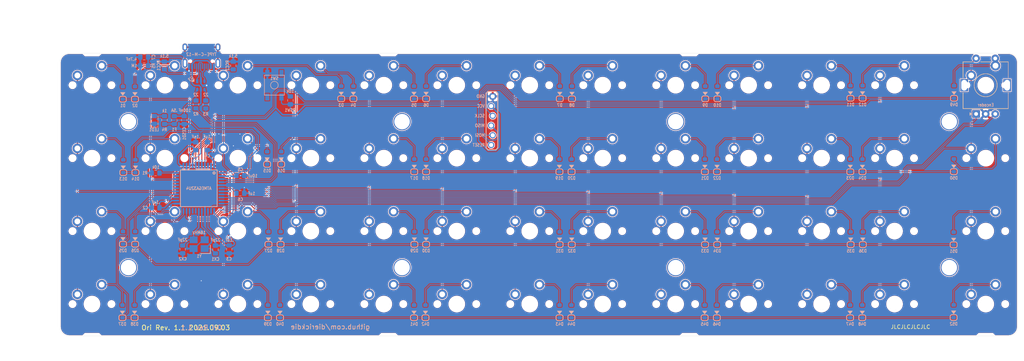
<source format=kicad_pcb>
(kicad_pcb (version 20171130) (host pcbnew "(5.1.10-1-10_14)")
  (layers (0 F.Cu signal) (31 B.Cu signal) (34 B.Paste user) (35 F.Paste user) (36 B.SilkS user) (37 F.SilkS user) (38 B.Mask user) (39 F.Mask user) (44 Edge.Cuts user))
  (net 0 "")
  (net 1 "Net-(D1-Pad2)")
  (net 2 "Net-(D2-Pad2)")
  (net 3 "Net-(D3-Pad2)")
  (net 4 "Net-(D4-Pad2)")
  (net 5 "Net-(D5-Pad2)")
  (net 6 "Net-(D6-Pad2)")
  (net 7 "Net-(D7-Pad2)")
  (net 8 "Net-(D8-Pad2)")
  (net 9 "Net-(D9-Pad2)")
  (net 10 "Net-(D10-Pad2)")
  (net 11 "Net-(D11-Pad2)")
  (net 12 "Net-(D12-Pad2)")
  (net 13 "Net-(D13-Pad2)")
  (net 14 "Net-(D14-Pad2)")
  (net 15 "Net-(D15-Pad2)")
  (net 16 "Net-(D16-Pad2)")
  (net 17 "Net-(D17-Pad2)")
  (net 18 "Net-(D18-Pad2)")
  (net 19 "Net-(D19-Pad2)")
  (net 20 "Net-(D20-Pad2)")
  (net 21 "Net-(D21-Pad2)")
  (net 22 "Net-(D22-Pad2)")
  (net 23 "Net-(D23-Pad2)")
  (net 24 "Net-(D24-Pad2)")
  (net 25 "Net-(D25-Pad2)")
  (net 26 "Net-(D26-Pad2)")
  (net 27 "Net-(D27-Pad2)")
  (net 28 "Net-(D28-Pad2)")
  (net 29 "Net-(D29-Pad2)")
  (net 30 "Net-(D30-Pad2)")
  (net 31 "Net-(D31-Pad2)")
  (net 32 "Net-(D32-Pad2)")
  (net 33 "Net-(D33-Pad2)")
  (net 34 "Net-(D34-Pad2)")
  (net 35 "Net-(D35-Pad2)")
  (net 36 "Net-(D36-Pad2)")
  (net 37 "Net-(D37-Pad2)")
  (net 38 "Net-(D38-Pad2)")
  (net 39 "Net-(D39-Pad2)")
  (net 40 "Net-(D40-Pad2)")
  (net 41 "Net-(D41-Pad2)")
  (net 42 "Net-(D42-Pad2)")
  (net 43 "Net-(D43-Pad2)")
  (net 44 "Net-(D44-Pad2)")
  (net 45 "Net-(D45-Pad2)")
  (net 46 "Net-(D46-Pad2)")
  (net 47 "Net-(D47-Pad2)")
  (net 48 "Net-(D48-Pad2)")
  (net 49 VCC)
  (net 50 "Net-(C6-Pad1)")
  (net 51 XTAL1)
  (net 52 XTAL2)
  (net 53 row0)
  (net 54 row1)
  (net 55 row2)
  (net 56 row3)
  (net 57 D-)
  (net 58 D+)
  (net 59 col0)
  (net 60 col1)
  (net 61 col2)
  (net 62 col3)
  (net 63 col4)
  (net 64 col5)
  (net 65 col6)
  (net 66 col7)
  (net 67 col8)
  (net 68 col9)
  (net 69 col10)
  (net 70 col11)
  (net 71 "Net-(R1-Pad2)")
  (net 72 VBUS)
  (net 73 "Net-(J1-PadB5)")
  (net 74 "Net-(J1-PadA5)")
  (net 75 ISP_Reset)
  (net 76 "Net-(D52-Pad2)")
  (net 77 col12)
  (net 78 GND)
  (net 79 "Net-(LED1-Pad2)")
  (net 80 "Net-(C7-Pad1)")
  (net 81 "Net-(R2-Pad2)")
  (net 82 "Net-(R3-Pad2)")
  (net 83 DBUS-)
  (net 84 DBUS+)
  (net 85 enc0a)
  (net 86 enc0b)
  (net 87 "Net-(D49-Pad2)")
  (net 88 "Net-(D50-Pad2)")
  (net 89 "Net-(D51-Pad2)")
  (net 90 "Net-(J1-PadA8)")
  (net 91 "Net-(J1-PadB8)")
  (net 92 "Net-(U1-Pad42)")
  (net 93 "Net-(U1-Pad32)")
  (net 94 "Net-(U1-Pad30)")
  (net 95 "Net-(U1-Pad29)")
  (net 96 "Net-(U1-Pad28)")
  (net 97 "Net-(U1-Pad19)")
  (net 98 "Net-(U1-Pad18)")
  (module random-keyboard-parts:plate_hole_4mm_tht (layer F.Cu) (at 96.389841 64.738266)
    (fp_text reference H11)
    (fp_text value MountingHole)
    (pad 1 thru_hole circle (at 0.0508 -2.032) (size 4.5 4.5) (drill 4) (layers *.Cu *.Mask))
  )
  (module random-keyboard-parts:plate_hole_4mm_tht (layer F.Cu) (at 167.827249 102.838202)
    (fp_text reference H14)
    (fp_text value MountingHole)
    (pad 1 thru_hole circle (at 0.0508 -2.032) (size 4.5 4.5) (drill 4) (layers *.Cu *.Mask))
  )
  (module random-keyboard-parts:plate_hole_4mm_tht (layer F.Cu) (at 239.264689 64.738234)
    (fp_text reference H16)
    (fp_text value MountingHole)
    (pad 1 thru_hole circle (at 0.0508 -2.032) (size 4.5 4.5) (drill 4) (layers *.Cu *.Mask))
  )
  (module random-keyboard-parts:plate_hole_4mm_tht (layer F.Cu) (at 167.827249 64.738266)
    (fp_text reference H15)
    (fp_text value MountingHole)
    (pad 1 thru_hole circle (at 0.0508 -2.032) (size 4.5 4.5) (drill 4) (layers *.Cu *.Mask))
  )
  (module random-keyboard-parts:plate_hole_4mm_tht (layer F.Cu) (at 239.264689 102.838298)
    (fp_text reference H13)
    (fp_text value MountingHole)
    (pad 1 thru_hole circle (at 0.0508 -2.032) (size 4.5 4.5) (drill 4) (layers *.Cu *.Mask))
  )
  (module random-keyboard-parts:plate_hole_4mm_tht (layer F.Cu) (at 96.389841 102.838298)
    (fp_text reference H12)
    (fp_text value MountingHole)
    (pad 1 thru_hole circle (at 0.0508 -2.032) (size 4.5 4.5) (drill 4) (layers *.Cu *.Mask))
  )
  (module random-keyboard-parts:plate_hole_4mm_tht (layer F.Cu) (at 310.702521 102.838298)
    (fp_text reference H10)
    (fp_text value MountingHole)
    (pad 1 thru_hole circle (at 0.0508 -2.032) (size 4.5 4.5) (drill 4) (layers *.Cu *.Mask))
  )
  (module random-keyboard-parts:plate_hole_4mm_tht (layer F.Cu) (at 310.702521 64.738266)
    (fp_text reference H8)
    (fp_text value MountingHole)
    (pad 1 thru_hole circle (at 0.0508 -2.032) (size 4.5 4.5) (drill 4) (layers *.Cu *.Mask))
  )
  (module Keeb_footprints:D_SOD-123_modified (layer B.Cu) (at 311.990625 54.95625 90)
    (fp_text reference D49 (at -3.302 0 180) (layer B.SilkS) (effects (font (size 0.8 0.7)) (justify mirror)))
    (fp_text value D)
    (pad 2 smd roundrect (at 1.65 0 90) (size 1 1.2) (layers B.Cu B.Paste B.Mask) (net 87 "Net-(D49-Pad2)"))
    (pad 1 smd roundrect (at -1.65 0 90) (size 1 1.2) (layers B.Cu B.Paste B.Mask) (net 53 row0))
  )
  (module Keeb_footprints:D_SOD-123_modified (layer B.Cu) (at 311.890625 93.20625 90)
    (fp_text reference D51 (at -3.302 0 180) (layer B.SilkS) (effects (font (size 0.8 0.7)) (justify mirror)))
    (fp_text value D)
    (pad 2 smd roundrect (at 1.65 0 90) (size 1 1.2) (layers B.Cu B.Paste B.Mask) (net 89 "Net-(D51-Pad2)"))
    (pad 1 smd roundrect (at -1.65 0 90) (size 1 1.2) (layers B.Cu B.Paste B.Mask) (net 55 row2))
  )
  (module Keeb_footprints:MX100 (layer F.Cu) (at 320.252785 72.24407 180)
    (fp_text reference K50)
    (fp_text value KEYSW)
    (pad 1 thru_hole circle (at 3.7846 2.5527 90) (size 2.54 2.54) (drill 1.525) (layers *.Cu *.Mask) (net 77 col12))
    (pad 2 thru_hole circle (at -2.5654 5.0927 180) (size 2.54 2.54) (drill 1.525) (layers *.Cu *.Mask) (net 88 "Net-(D50-Pad2)"))
    (pad "" np_thru_hole circle (at -5.1054 0.0127 180) (size 1.7018 1.7018) (drill 1.7018) (layers *.Cu *.Mask))
    (pad "" np_thru_hole circle (at 5.0546 0.0127 180) (size 1.7018 1.7018) (drill 1.7018) (layers *.Cu *.Mask))
    (pad "" np_thru_hole circle (at -0.0254 0.0127 180) (size 3.9878 3.9878) (drill 3.9878) (layers *.Cu *.Mask))
  )
  (module Keeb_footprints:MX100 (layer F.Cu) (at 124.990225 53.19395 180)
    (fp_text reference K3)
    (fp_text value KEYSW)
    (pad 1 thru_hole circle (at 3.7846 2.5527 90) (size 2.54 2.54) (drill 1.525) (layers *.Cu *.Mask) (net 61 col2))
    (pad 2 thru_hole circle (at -2.5654 5.0927 180) (size 2.54 2.54) (drill 1.525) (layers *.Cu *.Mask) (net 3 "Net-(D3-Pad2)"))
    (pad "" np_thru_hole circle (at -5.1054 0.0127 180) (size 1.7018 1.7018) (drill 1.7018) (layers *.Cu *.Mask))
    (pad "" np_thru_hole circle (at 5.0546 0.0127 180) (size 1.7018 1.7018) (drill 1.7018) (layers *.Cu *.Mask))
    (pad "" np_thru_hole circle (at -0.0254 0.0127 180) (size 3.9878 3.9878) (drill 3.9878) (layers *.Cu *.Mask))
  )
  (module Keeb_footprints:MX100 (layer F.Cu) (at 320.252785 110.34423 180)
    (fp_text reference K52)
    (fp_text value KEYSW)
    (pad 1 thru_hole circle (at 3.7846 2.5527 90) (size 2.54 2.54) (drill 1.525) (layers *.Cu *.Mask) (net 77 col12))
    (pad 2 thru_hole circle (at -2.5654 5.0927 180) (size 2.54 2.54) (drill 1.525) (layers *.Cu *.Mask) (net 76 "Net-(D52-Pad2)"))
    (pad "" np_thru_hole circle (at -5.1054 0.0127 180) (size 1.7018 1.7018) (drill 1.7018) (layers *.Cu *.Mask))
    (pad "" np_thru_hole circle (at 5.0546 0.0127 180) (size 1.7018 1.7018) (drill 1.7018) (layers *.Cu *.Mask))
    (pad "" np_thru_hole circle (at -0.0254 0.0127 180) (size 3.9878 3.9878) (drill 3.9878) (layers *.Cu *.Mask))
  )
  (module Keeb_footprints:D_SOD-123_modified (layer B.Cu) (at 98.187999 93.049377 90)
    (fp_text reference D26 (at -3.302 0 180) (layer B.SilkS) (effects (font (size 0.8 0.7)) (justify mirror)))
    (fp_text value D)
    (pad 2 smd roundrect (at 1.65 0 90) (size 1 1.2) (layers B.Cu B.Paste B.Mask) (net 26 "Net-(D26-Pad2)"))
    (pad 1 smd roundrect (at -1.65 0 90) (size 1 1.2) (layers B.Cu B.Paste B.Mask) (net 55 row2))
  )
  (module LED_SMD:LED_0805_2012Metric_Pad1.15x1.40mm_HandSolder (layer B.Cu) (at 103.2 62.25 90)
    (fp_text reference LED1 (at -2.55 -0.1 180) (layer B.SilkS) (effects (font (size 0.8 0.7)) (justify mirror)))
    (fp_text value LED)
    (pad 2 smd roundrect (at 1.025 0 90) (size 1.15 1.4) (layers B.Cu B.Paste B.Mask) (roundrect_rratio 0.2173904347826087) (net 79 "Net-(LED1-Pad2)"))
    (pad 1 smd roundrect (at -1.025 0 90) (size 1.15 1.4) (layers B.Cu B.Paste B.Mask) (roundrect_rratio 0.2173904347826087) (net 78 GND))
  )
  (module Capacitor_SMD:C_0805_2012Metric_Pad1.15x1.40mm_HandSolder (layer B.Cu) (at 125.65 76.8)
    (fp_text reference C5 (at 0 -1.6) (layer B.SilkS) (effects (font (size 0.8 0.7)) (justify mirror)))
    (fp_text value 10uF)
    (fp_text user %V (at 3.2 0.05) (layer B.SilkS) (effects (font (size 0.8 0.7)) (justify mirror)))
    (pad 2 smd roundrect (at 1.025 0) (size 1.15 1.4) (layers B.Cu B.Paste B.Mask) (roundrect_rratio 0.2173904347826087) (net 78 GND))
    (pad 1 smd roundrect (at -1.025 0) (size 1.15 1.4) (layers B.Cu B.Paste B.Mask) (roundrect_rratio 0.2173904347826087) (net 49 VCC))
  )
  (module Capacitor_SMD:C_0805_2012Metric_Pad1.15x1.40mm_HandSolder (layer B.Cu) (at 103.525 85.2 180)
    (fp_text reference C2 (at 2.675 0) (layer B.SilkS) (effects (font (size 0.8 0.7)) (justify mirror)))
    (fp_text value .1uF)
    (fp_text user %V (at 0.025 1.5 180) (layer B.SilkS) (effects (font (size 0.8 0.7)) (justify mirror)))
    (pad 2 smd roundrect (at 1.025 0 180) (size 1.15 1.4) (layers B.Cu B.Paste B.Mask) (roundrect_rratio 0.2173904347826087) (net 78 GND))
    (pad 1 smd roundrect (at -1.025 0 180) (size 1.15 1.4) (layers B.Cu B.Paste B.Mask) (roundrect_rratio 0.2173904347826087) (net 49 VCC))
  )
  (module Keeb_footprints:D_SOD-123_modified (layer B.Cu) (at 247.031999 55.094377 90)
    (fp_text reference D9 (at -3.302 0 180) (layer B.SilkS) (effects (font (size 0.8 0.7)) (justify mirror)))
    (fp_text value D)
    (pad 2 smd roundrect (at 1.65 0 90) (size 1 1.2) (layers B.Cu B.Paste B.Mask) (net 9 "Net-(D9-Pad2)"))
    (pad 1 smd roundrect (at -1.65 0 90) (size 1 1.2) (layers B.Cu B.Paste B.Mask) (net 53 row0))
  )
  (module Keebio-Parts:RotaryEncoder_EC11 (layer F.Cu) (at 320.252725 53.19395 90)
    (fp_text reference SW2)
    (fp_text value Rotary_Encoder_Switch)
    (pad A thru_hole rect (at -7.5 -2.5 90) (size 2 2) (drill 1) (layers *.Cu *.Mask) (net 85 enc0a))
    (pad C thru_hole circle (at -7.5 0 90) (size 2 2) (drill 1) (layers *.Cu *.Mask) (net 78 GND))
    (pad B thru_hole circle (at -7.5 2.5 90) (size 2 2) (drill 1) (layers *.Cu *.Mask) (net 86 enc0b))
    (pad MP thru_hole rect (at 0 -5.6 90) (size 3.2 2) (drill oval 2.8 1.5) (layers *.Cu *.Mask))
    (pad MP thru_hole rect (at 0 5.6 90) (size 3.2 2) (drill oval 2.8 1.5) (layers *.Cu *.Mask))
    (pad S2 thru_hole circle (at 7 -2.5 90) (size 2 2) (drill 1) (layers *.Cu *.Mask) (net 77 col12))
    (pad S1 thru_hole circle (at 7 2.5 90) (size 2 2) (drill 1) (layers *.Cu *.Mask) (net 87 "Net-(D49-Pad2)"))
  )
  (module Resistor_SMD:R_0805_2012Metric_Pad1.15x1.40mm_HandSolder (layer B.Cu) (at 105.847 62.288 270)
    (fp_text reference R4 (at 2.512 0.003 180) (layer B.SilkS) (effects (font (size 0.8 0.7)) (justify mirror)))
    (fp_text value 1k)
    (fp_text user %V (at -2.438 0 180) (layer B.SilkS) (effects (font (size 0.8 0.7)) (justify mirror)))
    (pad 2 smd roundrect (at 1.025 0 270) (size 1.15 1.4) (layers B.Cu B.Paste B.Mask) (roundrect_rratio 0.2173904347826087) (net 49 VCC))
    (pad 1 smd roundrect (at -1.025 0 270) (size 1.15 1.4) (layers B.Cu B.Paste B.Mask) (roundrect_rratio 0.2173904347826087) (net 79 "Net-(LED1-Pad2)"))
  )
  (module Capacitor_SMD:C_0805_2012Metric_Pad1.15x1.40mm_HandSolder (layer B.Cu) (at 111 62.3 270)
    (fp_text reference CESD1 (at 3.556 -0.0254 90) (layer B.SilkS) (effects (font (size 0.8 0.7)) (justify mirror)))
    (fp_text value 100nF)
    (fp_text user %V (at -2.54 -0.127 180) (layer B.SilkS) (effects (font (size 0.8 0.7)) (justify mirror)))
    (pad 2 smd roundrect (at 1.025 0 270) (size 1.15 1.4) (layers B.Cu B.Paste B.Mask) (roundrect_rratio 0.2173904347826087) (net 78 GND))
    (pad 1 smd roundrect (at -1.025 0 270) (size 1.15 1.4) (layers B.Cu B.Paste B.Mask) (roundrect_rratio 0.2173904347826087) (net 72 VBUS))
  )
  (module Resistor_SMD:R_0805_2012Metric_Pad1.15x1.40mm_HandSolder (layer B.Cu) (at 100.55 48.1 180)
    (fp_text reference R5 (at -2.45 0 90) (layer B.SilkS) (effects (font (size 0.8 0.7)) (justify mirror)))
    (fp_text value 1M)
    (fp_text user %V (at 2.6 0) (layer B.SilkS) (effects (font (size 0.8 0.7)) (justify mirror)))
    (pad 2 smd roundrect (at 1.025 0 180) (size 1.15 1.4) (layers B.Cu B.Paste B.Mask) (roundrect_rratio 0.2173904347826087) (net 78 GND))
    (pad 1 smd roundrect (at -1.025 0 180) (size 1.15 1.4) (layers B.Cu B.Paste B.Mask) (roundrect_rratio 0.2173904347826087) (net 80 "Net-(C7-Pad1)"))
  )
  (module Capacitor_SMD:C_0805_2012Metric_Pad1.15x1.40mm_HandSolder (layer B.Cu) (at 100.55 45.85 180)
    (fp_text reference C7 (at -2.45 0 270) (layer B.SilkS) (effects (font (size 0.8 0.7)) (justify mirror)))
    (fp_text value 4.7nF)
    (fp_text user %V (at 3.359375 -0.55625) (layer B.SilkS) (effects (font (size 0.8 0.7)) (justify mirror)))
    (pad 2 smd roundrect (at 1.025 0 180) (size 1.15 1.4) (layers B.Cu B.Paste B.Mask) (roundrect_rratio 0.2173904347826087) (net 78 GND))
    (pad 1 smd roundrect (at -1.025 0 180) (size 1.15 1.4) (layers B.Cu B.Paste B.Mask) (roundrect_rratio 0.2173904347826087) (net 80 "Net-(C7-Pad1)"))
  )
  (module Resistor_SMD:R_0805_2012Metric_Pad1.15x1.40mm_HandSolder (layer B.Cu) (at 138.709 57.148 90)
    (fp_text reference RSW1 (at -2.552 -0.059 180) (layer B.SilkS) (effects (font (size 0.8 0.7)) (justify mirror)))
    (fp_text value 10k)
    (fp_text user %V (at 2.411 -0.025 180) (layer B.SilkS) (effects (font (size 0.8 0.7)) (justify mirror)))
    (pad 2 smd roundrect (at 1.025 0 90) (size 1.15 1.4) (layers B.Cu B.Paste B.Mask) (roundrect_rratio 0.2173904347826087) (net 49 VCC))
    (pad 1 smd roundrect (at -1.025 0 90) (size 1.15 1.4) (layers B.Cu B.Paste B.Mask) (roundrect_rratio 0.2173904347826087) (net 75 ISP_Reset))
  )
  (module Resistor_SMD:R_0805_2012Metric_Pad1.15x1.40mm_HandSolder (layer B.Cu) (at 123.8 48.05 270)
    (fp_text reference RCC2 (at 0 1.5 90) (layer B.SilkS) (effects (font (size 0.8 0.7)) (justify mirror)))
    (fp_text value 5.1k)
    (fp_text user %V (at -2.475002 0.028999 180) (layer B.SilkS) (effects (font (size 0.8 0.7)) (justify mirror)))
    (pad 2 smd roundrect (at 1.025 0 270) (size 1.15 1.4) (layers B.Cu B.Paste B.Mask) (roundrect_rratio 0.2173904347826087) (net 73 "Net-(J1-PadB5)"))
    (pad 1 smd roundrect (at -1.025 0 270) (size 1.15 1.4) (layers B.Cu B.Paste B.Mask) (roundrect_rratio 0.2173904347826087) (net 78 GND))
  )
  (module Resistor_SMD:R_0805_2012Metric_Pad1.15x1.40mm_HandSolder (layer B.Cu) (at 105.8 48.05 270)
    (fp_text reference RCC1 (at 0 1.45 90) (layer B.SilkS) (effects (font (size 0.8 0.7)) (justify mirror)))
    (fp_text value 5.1k)
    (fp_text user %V (at -2.475002 0 180) (layer B.SilkS) (effects (font (size 0.8 0.7)) (justify mirror)))
    (pad 1 smd roundrect (at -1.025 0 270) (size 1.15 1.4) (layers B.Cu B.Paste B.Mask) (roundrect_rratio 0.2173904347826087) (net 78 GND))
    (pad 2 smd roundrect (at 1.025 0 270) (size 1.15 1.4) (layers B.Cu B.Paste B.Mask) (roundrect_rratio 0.2173904347826087) (net 74 "Net-(J1-PadA5)"))
  )
  (module Resistor_SMD:R_0805_2012Metric_Pad1.15x1.40mm_HandSolder (layer B.Cu) (at 116.629999 58.233002 90)
    (fp_text reference R3 (at -2.491998 -0.004999) (layer B.SilkS) (effects (font (size 0.8 0.7)) (justify mirror)))
    (fp_text value 22)
    (fp_text user %V (at 2.549002 0 180) (layer B.SilkS) (effects (font (size 0.8 0.7)) (justify mirror)))
    (pad 2 smd roundrect (at 1.025 0 90) (size 1.15 1.4) (layers B.Cu B.Paste B.Mask) (roundrect_rratio 0.2173904347826087) (net 82 "Net-(R3-Pad2)"))
    (pad 1 smd roundrect (at -1.025 0 90) (size 1.15 1.4) (layers B.Cu B.Paste B.Mask) (roundrect_rratio 0.2173904347826087) (net 58 D+))
  )
  (module Resistor_SMD:R_0805_2012Metric_Pad1.15x1.40mm_HandSolder (layer B.Cu) (at 114.046 58.224 90)
    (fp_text reference R2 (at -2.476 0.004) (layer B.SilkS) (effects (font (size 0.8 0.7)) (justify mirror)))
    (fp_text value 22)
    (fp_text user %V (at 2.54 0 180) (layer B.SilkS) (effects (font (size 0.8 0.7)) (justify mirror)))
    (pad 2 smd roundrect (at 1.025 0 90) (size 1.15 1.4) (layers B.Cu B.Paste B.Mask) (roundrect_rratio 0.2173904347826087) (net 81 "Net-(R2-Pad2)"))
    (pad 1 smd roundrect (at -1.025 0 90) (size 1.15 1.4) (layers B.Cu B.Paste B.Mask) (roundrect_rratio 0.2173904347826087) (net 57 D-))
  )
  (module Resistor_SMD:R_0805_2012Metric_Pad1.15x1.40mm_HandSolder (layer B.Cu) (at 103.527499 76.1)
    (fp_text reference R1 (at -2.8 0) (layer B.SilkS) (effects (font (size 0.8 0.7)) (justify mirror)))
    (fp_text value 10k)
    (fp_text user %V (at 0.051501 -1.501002) (layer B.SilkS) (effects (font (size 0.8 0.7)) (justify mirror)))
    (pad 2 smd roundrect (at 1.025 0) (size 1.15 1.4) (layers B.Cu B.Paste B.Mask) (roundrect_rratio 0.2173904347826087) (net 71 "Net-(R1-Pad2)"))
    (pad 1 smd roundrect (at -1.025 0) (size 1.15 1.4) (layers B.Cu B.Paste B.Mask) (roundrect_rratio 0.2173904347826087) (net 78 GND))
  )
  (module Capacitor_SMD:C_0805_2012Metric_Pad1.15x1.40mm_HandSolder (layer B.Cu) (at 122.75 96.05 270)
    (fp_text reference C3 (at 2.5 0.05 180) (layer B.SilkS) (effects (font (size 0.8 0.7)) (justify mirror)))
    (fp_text value .1uF)
    (fp_text user %V (at -2.45 -0.05) (layer B.SilkS) (effects (font (size 0.8 0.7)) (justify mirror)))
    (pad 2 smd roundrect (at 1.025 0 270) (size 1.15 1.4) (layers B.Cu B.Paste B.Mask) (roundrect_rratio 0.2173904347826087) (net 78 GND))
    (pad 1 smd roundrect (at -1.025 0 270) (size 1.15 1.4) (layers B.Cu B.Paste B.Mask) (roundrect_rratio 0.2173904347826087) (net 49 VCC))
  )
  (module Capacitor_SMD:C_0805_2012Metric_Pad1.15x1.40mm_HandSolder (layer B.Cu) (at 117.05 69.1 90)
    (fp_text reference C4 (at -2.55 0 180) (layer B.SilkS) (effects (font (size 0.8 0.7)) (justify mirror)))
    (fp_text value .1uF)
    (fp_text user %V (at 2.5 0 180) (layer B.SilkS) (effects (font (size 0.8 0.7)) (justify mirror)))
    (pad 2 smd roundrect (at 1.025 0 90) (size 1.15 1.4) (layers B.Cu B.Paste B.Mask) (roundrect_rratio 0.2173904347826087) (net 78 GND))
    (pad 1 smd roundrect (at -1.025 0 90) (size 1.15 1.4) (layers B.Cu B.Paste B.Mask) (roundrect_rratio 0.2173904347826087) (net 49 VCC))
  )
  (module Capacitor_SMD:C_0805_2012Metric_Pad1.15x1.40mm_HandSolder (layer B.Cu) (at 114 69.1 90)
    (fp_text reference C1 (at -2.468 0.008) (layer B.SilkS) (effects (font (size 0.8 0.7)) (justify mirror)))
    (fp_text value .1uF)
    (fp_text user %V (at 2.432 0.008 180) (layer B.SilkS) (effects (font (size 0.8 0.7)) (justify mirror)))
    (pad 2 smd roundrect (at 1.025 0 90) (size 1.15 1.4) (layers B.Cu B.Paste B.Mask) (roundrect_rratio 0.2173904347826087) (net 78 GND))
    (pad 1 smd roundrect (at -1.025 0 90) (size 1.15 1.4) (layers B.Cu B.Paste B.Mask) (roundrect_rratio 0.2173904347826087) (net 49 VCC))
  )
  (module Capacitor_SMD:C_0805_2012Metric_Pad1.15x1.40mm_HandSolder (layer B.Cu) (at 119.15 96.1 90)
    (fp_text reference CX1 (at -2.5 0 180) (layer B.SilkS) (effects (font (size 0.8 0.7)) (justify mirror)))
    (fp_text value 22pF)
    (fp_text user %V (at 2.5 0 180) (layer B.SilkS) (effects (font (size 0.8 0.7)) (justify mirror)))
    (pad 2 smd roundrect (at 1.025 0 90) (size 1.15 1.4) (layers B.Cu B.Paste B.Mask) (roundrect_rratio 0.2173904347826087) (net 78 GND))
    (pad 1 smd roundrect (at -1.025 0 90) (size 1.15 1.4) (layers B.Cu B.Paste B.Mask) (roundrect_rratio 0.2173904347826087) (net 51 XTAL1))
  )
  (module Capacitor_SMD:C_0805_2012Metric_Pad1.15x1.40mm_HandSolder (layer B.Cu) (at 110.6 96.05 270)
    (fp_text reference CX2 (at 2.484998 -0.014001 180) (layer B.SilkS) (effects (font (size 0.8 0.7)) (justify mirror)))
    (fp_text value 22pF)
    (fp_text user %V (at -2.5 0.05) (layer B.SilkS) (effects (font (size 0.8 0.7)) (justify mirror)))
    (pad 2 smd roundrect (at 1.025 0 270) (size 1.15 1.4) (layers B.Cu B.Paste B.Mask) (roundrect_rratio 0.2173904347826087) (net 78 GND))
    (pad 1 smd roundrect (at -1.025 0 270) (size 1.15 1.4) (layers B.Cu B.Paste B.Mask) (roundrect_rratio 0.2173904347826087) (net 52 XTAL2))
  )
  (module Capacitor_SMD:C_0805_2012Metric_Pad1.15x1.40mm_HandSolder (layer B.Cu) (at 125.65 81.4)
    (fp_text reference C6 (at 0 1.6) (layer B.SilkS) (effects (font (size 0.8 0.7)) (justify mirror)))
    (fp_text value 1uF)
    (fp_text user %V (at 2.9 0.05) (layer B.SilkS) (effects (font (size 0.8 0.7)) (justify mirror)))
    (pad 2 smd roundrect (at 1.025 0) (size 1.15 1.4) (layers B.Cu B.Paste B.Mask) (roundrect_rratio 0.2173904347826087) (net 78 GND))
    (pad 1 smd roundrect (at -1.025 0) (size 1.15 1.4) (layers B.Cu B.Paste B.Mask) (roundrect_rratio 0.2173904347826087) (net 50 "Net-(C6-Pad1)"))
  )
  (module Fuse:Fuse_0805_2012Metric_Pad1.15x1.40mm_HandSolder (layer B.Cu) (at 108.4 62.3 90)
    (fp_text reference F1 (at -2.469 -0.012 180) (layer B.SilkS) (effects (font (size 0.8 0.7)) (justify mirror)))
    (fp_text value .5A)
    (fp_text user %V (at 2.54 0 180) (layer B.SilkS) (effects (font (size 0.8 0.7)) (justify mirror)))
    (pad 2 smd roundrect (at 1.025 0 90) (size 1.15 1.4) (layers B.Cu B.Paste B.Mask) (roundrect_rratio 0.2173904347826087) (net 72 VBUS))
    (pad 1 smd roundrect (at -1.025 0 90) (size 1.15 1.4) (layers B.Cu B.Paste B.Mask) (roundrect_rratio 0.2173904347826087) (net 49 VCC))
  )
  (module Crystal:Crystal_SMD_3225-4Pin_3.2x2.5mm_HandSoldering (layer B.Cu) (at 114.9 94.7 180)
    (fp_text reference Y1 (at 0 -3.1 180) (layer B.SilkS) (effects (font (size 0.8 0.7)) (justify mirror)))
    (fp_text value 16MHz)
    (pad 4 smd rect (at -1.45 1.15 180) (size 2.1 1.8) (layers B.Cu B.Paste B.Mask) (net 78 GND))
    (pad 3 smd rect (at 1.45 1.15 180) (size 2.1 1.8) (layers B.Cu B.Paste B.Mask) (net 52 XTAL2))
    (pad 2 smd rect (at 1.45 -1.15 180) (size 2.1 1.8) (layers B.Cu B.Paste B.Mask) (net 78 GND))
    (pad 1 smd rect (at -1.45 -1.15 180) (size 2.1 1.8) (layers B.Cu B.Paste B.Mask) (net 51 XTAL1))
  )
  (module Keeb_footprints:PIN_HEADER_1x6_OFFSET (layer B.Cu) (at 191.3432 62.45 180)
    (fp_text reference J2)
    (fp_text value AVR-ISP-6_mod hide)
    (fp_text user GND (at 1.7907 6.3627) (layer B.SilkS) (effects (font (size 0.8 0.7)) (justify left mirror)))
    (fp_text user VCC (at 1.7907 3.8227) (layer B.SilkS) (effects (font (size 0.8 0.7)) (justify left mirror)))
    (fp_text user RESET (at 1.778 -6.35) (layer B.SilkS) (effects (font (size 0.8 0.7)) (justify left mirror)))
    (fp_text user SCLK (at 1.778 1.27) (layer B.SilkS) (effects (font (size 0.8 0.7)) (justify left mirror)))
    (fp_text user MOSI (at 1.778 -3.81) (layer B.SilkS) (effects (font (size 0.8 0.7)) (justify left mirror)))
    (fp_text user MISO (at 1.778 -1.27) (layer B.SilkS) (effects (font (size 0.8 0.7)) (justify left mirror)))
    (pad 6 thru_hole roundrect (at -0.2032 6.35 180) (size 1.6002 1.6002) (drill 1.0668) (layers *.Cu *.Mask) (net 78 GND))
    (pad 2 thru_hole circle (at 0.2032 3.81 180) (size 1.6002 1.6002) (drill 1.0668) (layers *.Cu *.Mask) (net 49 VCC))
    (pad 5 thru_hole circle (at -0.2032 1.27 180) (size 1.6002 1.6002) (drill 1.0668) (layers *.Cu *.Mask) (net 68 col9))
    (pad 3 thru_hole circle (at 0.2032 -1.27 180) (size 1.6002 1.6002) (drill 1.0668) (layers *.Cu *.Mask) (net 70 col11))
    (pad 4 thru_hole circle (at -0.2032 -3.81 180) (size 1.6002 1.6002) (drill 1.0668) (layers *.Cu *.Mask) (net 69 col10))
    (pad 1 thru_hole circle (at 0.2032 -6.35 180) (size 1.6002 1.6002) (drill 1.0668) (layers *.Cu *.Mask) (net 75 ISP_Reset))
  )
  (module Keebio-Parts:ATMEGA32U4-AU (layer B.Cu) (at 114.8 80.1 180)
    (fp_text reference U1)
    (fp_text value ATMEGA32U4 (at 0 -0.0205) (layer B.SilkS) (effects (font (size 0.8 0.7)) (justify mirror)))
    (pad 44 smd rect (at -4 5.9 180) (size 0.5 1.5) (layers B.Cu B.Paste B.Mask) (net 49 VCC))
    (pad 43 smd rect (at -3.2 5.9 180) (size 0.5 1.5) (layers B.Cu B.Paste B.Mask) (net 78 GND))
    (pad 42 smd rect (at -2.4 5.9 180) (size 0.5 1.5) (layers B.Cu B.Paste B.Mask) (net 92 "Net-(U1-Pad42)"))
    (pad 41 smd rect (at -1.6 5.9 180) (size 0.5 1.5) (layers B.Cu B.Paste B.Mask) (net 65 col6))
    (pad 40 smd rect (at -0.8 5.9 180) (size 0.5 1.5) (layers B.Cu B.Paste B.Mask) (net 64 col5))
    (pad 39 smd rect (at 0 5.9 180) (size 0.5 1.5) (layers B.Cu B.Paste B.Mask) (net 63 col4))
    (pad 38 smd rect (at 0.8 5.9 180) (size 0.5 1.5) (layers B.Cu B.Paste B.Mask) (net 62 col3))
    (pad 37 smd rect (at 1.6 5.9 180) (size 0.5 1.5) (layers B.Cu B.Paste B.Mask) (net 54 row1))
    (pad 36 smd rect (at 2.4 5.9 180) (size 0.5 1.5) (layers B.Cu B.Paste B.Mask) (net 53 row0))
    (pad 35 smd rect (at 3.2 5.9 180) (size 0.5 1.5) (layers B.Cu B.Paste B.Mask) (net 78 GND))
    (pad 34 smd rect (at 4 5.9 180) (size 0.5 1.5) (layers B.Cu B.Paste B.Mask) (net 49 VCC))
    (pad 33 smd rect (at 5.9 4 180) (size 1.5 0.5) (layers B.Cu B.Paste B.Mask) (net 71 "Net-(R1-Pad2)"))
    (pad 32 smd rect (at 5.9 3.2 180) (size 1.5 0.5) (layers B.Cu B.Paste B.Mask) (net 93 "Net-(U1-Pad32)"))
    (pad 31 smd rect (at 5.9 2.4 180) (size 1.5 0.5) (layers B.Cu B.Paste B.Mask) (net 77 col12))
    (pad 30 smd rect (at 5.9 1.6 180) (size 1.5 0.5) (layers B.Cu B.Paste B.Mask) (net 94 "Net-(U1-Pad30)"))
    (pad 29 smd rect (at 5.9 0.8 180) (size 1.5 0.5) (layers B.Cu B.Paste B.Mask) (net 95 "Net-(U1-Pad29)"))
    (pad 28 smd rect (at 5.9 0 180) (size 1.5 0.5) (layers B.Cu B.Paste B.Mask) (net 96 "Net-(U1-Pad28)"))
    (pad 27 smd rect (at 5.9 -0.8 180) (size 1.5 0.5) (layers B.Cu B.Paste B.Mask) (net 59 col0))
    (pad 26 smd rect (at 5.9 -1.6 180) (size 1.5 0.5) (layers B.Cu B.Paste B.Mask) (net 56 row3))
    (pad 25 smd rect (at 5.9 -2.4 180) (size 1.5 0.5) (layers B.Cu B.Paste B.Mask) (net 55 row2))
    (pad 24 smd rect (at 5.9 -3.2 180) (size 1.5 0.5) (layers B.Cu B.Paste B.Mask) (net 49 VCC))
    (pad 23 smd rect (at 5.9 -4 180) (size 1.5 0.5) (layers B.Cu B.Paste B.Mask) (net 78 GND))
    (pad 22 smd rect (at 4 -5.9 180) (size 0.5 1.5) (layers B.Cu B.Paste B.Mask) (net 60 col1))
    (pad 21 smd rect (at 3.2 -5.9 180) (size 0.5 1.5) (layers B.Cu B.Paste B.Mask) (net 85 enc0a))
    (pad 20 smd rect (at 2.4 -5.9 180) (size 0.5 1.5) (layers B.Cu B.Paste B.Mask) (net 86 enc0b))
    (pad 19 smd rect (at 1.6 -5.9 180) (size 0.5 1.5) (layers B.Cu B.Paste B.Mask) (net 97 "Net-(U1-Pad19)"))
    (pad 18 smd rect (at 0.8 -5.9 180) (size 0.5 1.5) (layers B.Cu B.Paste B.Mask) (net 98 "Net-(U1-Pad18)"))
    (pad 17 smd rect (at 0 -5.9 180) (size 0.5 1.5) (layers B.Cu B.Paste B.Mask) (net 52 XTAL2))
    (pad 16 smd rect (at -0.8 -5.9 180) (size 0.5 1.5) (layers B.Cu B.Paste B.Mask) (net 51 XTAL1))
    (pad 15 smd rect (at -1.6 -5.9 180) (size 0.5 1.5) (layers B.Cu B.Paste B.Mask) (net 78 GND))
    (pad 14 smd rect (at -2.4 -5.9 180) (size 0.5 1.5) (layers B.Cu B.Paste B.Mask) (net 49 VCC))
    (pad 13 smd rect (at -3.2 -5.9 180) (size 0.5 1.5) (layers B.Cu B.Paste B.Mask) (net 75 ISP_Reset))
    (pad 12 smd rect (at -4 -5.9 180) (size 0.5 1.5) (layers B.Cu B.Paste B.Mask) (net 61 col2))
    (pad 11 smd rect (at -5.9 -4 180) (size 1.5 0.5) (layers B.Cu B.Paste B.Mask) (net 70 col11))
    (pad 10 smd rect (at -5.9 -3.2 180) (size 1.5 0.5) (layers B.Cu B.Paste B.Mask) (net 69 col10))
    (pad 9 smd rect (at -5.9 -2.4 180) (size 1.5 0.5) (layers B.Cu B.Paste B.Mask) (net 68 col9))
    (pad 8 smd rect (at -5.9 -1.6 180) (size 1.5 0.5) (layers B.Cu B.Paste B.Mask) (net 67 col8))
    (pad 7 smd rect (at -5.9 -0.8 180) (size 1.5 0.5) (layers B.Cu B.Paste B.Mask) (net 49 VCC))
    (pad 6 smd rect (at -5.9 0 180) (size 1.5 0.5) (layers B.Cu B.Paste B.Mask) (net 50 "Net-(C6-Pad1)"))
    (pad 5 smd rect (at -5.9 0.8 180) (size 1.5 0.5) (layers B.Cu B.Paste B.Mask) (net 78 GND))
    (pad 4 smd rect (at -5.9 1.6 180) (size 1.5 0.5) (layers B.Cu B.Paste B.Mask) (net 58 D+))
    (pad 3 smd rect (at -5.9 2.4 180) (size 1.5 0.5) (layers B.Cu B.Paste B.Mask) (net 57 D-))
    (pad 2 smd rect (at -5.9 3.2 180) (size 1.5 0.5) (layers B.Cu B.Paste B.Mask) (net 49 VCC))
    (pad 1 smd rect (at -5.9 4 180) (size 1.5 0.5) (layers B.Cu B.Paste B.Mask) (net 66 col7))
  )
  (module Keeb_footprints:D_SOD-123_modified (layer B.Cu) (at 94.962999 55.191377 90)
    (fp_text reference D1 (at -3.302 0 180) (layer B.SilkS) (effects (font (size 0.8 0.7)) (justify mirror)))
    (fp_text value D)
    (pad 2 smd roundrect (at 1.65 0 90) (size 1 1.2) (layers B.Cu B.Paste B.Mask) (net 1 "Net-(D1-Pad2)"))
    (pad 1 smd roundrect (at -1.65 0 90) (size 1 1.2) (layers B.Cu B.Paste B.Mask) (net 53 row0))
  )
  (module Keeb_footprints:D_SOD-123_modified (layer B.Cu) (at 98.137999 55.191377 90)
    (fp_text reference D2 (at -3.302 0 180) (layer B.SilkS) (effects (font (size 0.8 0.7)) (justify mirror)))
    (fp_text value D)
    (pad 2 smd roundrect (at 1.65 0 90) (size 1 1.2) (layers B.Cu B.Paste B.Mask) (net 2 "Net-(D2-Pad2)"))
    (pad 1 smd roundrect (at -1.65 0 90) (size 1 1.2) (layers B.Cu B.Paste B.Mask) (net 53 row0))
  )
  (module Keeb_footprints:D_SOD-123_modified (layer B.Cu) (at 151.985999 55.081002 90)
    (fp_text reference D3 (at -3.302 0 180) (layer B.SilkS) (effects (font (size 0.8 0.7)) (justify mirror)))
    (fp_text value D)
    (pad 2 smd roundrect (at 1.65 0 90) (size 1 1.2) (layers B.Cu B.Paste B.Mask) (net 3 "Net-(D3-Pad2)"))
    (pad 1 smd roundrect (at -1.65 0 90) (size 1 1.2) (layers B.Cu B.Paste B.Mask) (net 53 row0))
  )
  (module Keeb_footprints:D_SOD-123_modified (layer B.Cu) (at 155.160999 55.081002 90)
    (fp_text reference D4 (at -3.302 0 180) (layer B.SilkS) (effects (font (size 0.8 0.7)) (justify mirror)))
    (fp_text value D)
    (pad 2 smd roundrect (at 1.65 0 90) (size 1 1.2) (layers B.Cu B.Paste B.Mask) (net 4 "Net-(D4-Pad2)"))
    (pad 1 smd roundrect (at -1.65 0 90) (size 1 1.2) (layers B.Cu B.Paste B.Mask) (net 53 row0))
  )
  (module Keeb_footprints:D_SOD-123_modified (layer B.Cu) (at 170.985999 55.083377 90)
    (fp_text reference D5 (at -3.302 0 180) (layer B.SilkS) (effects (font (size 0.8 0.7)) (justify mirror)))
    (fp_text value D)
    (pad 2 smd roundrect (at 1.65 0 90) (size 1 1.2) (layers B.Cu B.Paste B.Mask) (net 5 "Net-(D5-Pad2)"))
    (pad 1 smd roundrect (at -1.65 0 90) (size 1 1.2) (layers B.Cu B.Paste B.Mask) (net 53 row0))
  )
  (module Keeb_footprints:D_SOD-123_modified (layer B.Cu) (at 174.160999 55.083377 90)
    (fp_text reference D6 (at -3.302 0 180) (layer B.SilkS) (effects (font (size 0.8 0.7)) (justify mirror)))
    (fp_text value D)
    (pad 2 smd roundrect (at 1.65 0 90) (size 1 1.2) (layers B.Cu B.Paste B.Mask) (net 6 "Net-(D6-Pad2)"))
    (pad 1 smd roundrect (at -1.65 0 90) (size 1 1.2) (layers B.Cu B.Paste B.Mask) (net 53 row0))
  )
  (module Keeb_footprints:D_SOD-123_modified (layer B.Cu) (at 209.058999 55.094377 90)
    (fp_text reference D7 (at -3.302 0 180) (layer B.SilkS) (effects (font (size 0.8 0.7)) (justify mirror)))
    (fp_text value D)
    (pad 2 smd roundrect (at 1.65 0 90) (size 1 1.2) (layers B.Cu B.Paste B.Mask) (net 7 "Net-(D7-Pad2)"))
    (pad 1 smd roundrect (at -1.65 0 90) (size 1 1.2) (layers B.Cu B.Paste B.Mask) (net 53 row0))
  )
  (module Keeb_footprints:D_SOD-123_modified (layer B.Cu) (at 212.233999 55.094377 90)
    (fp_text reference D8 (at -3.302 0 180) (layer B.SilkS) (effects (font (size 0.8 0.7)) (justify mirror)))
    (fp_text value D)
    (pad 2 smd roundrect (at 1.65 0 90) (size 1 1.2) (layers B.Cu B.Paste B.Mask) (net 8 "Net-(D8-Pad2)"))
    (pad 1 smd roundrect (at -1.65 0 90) (size 1 1.2) (layers B.Cu B.Paste B.Mask) (net 53 row0))
  )
  (module Keeb_footprints:D_SOD-123_modified (layer B.Cu) (at 250.206999 55.094377 90)
    (fp_text reference D10 (at -3.302 0 180) (layer B.SilkS) (effects (font (size 0.8 0.7)) (justify mirror)))
    (fp_text value D)
    (pad 2 smd roundrect (at 1.65 0 90) (size 1 1.2) (layers B.Cu B.Paste B.Mask) (net 10 "Net-(D10-Pad2)"))
    (pad 1 smd roundrect (at -1.65 0 90) (size 1 1.2) (layers B.Cu B.Paste B.Mask) (net 53 row0))
  )
  (module Keeb_footprints:D_SOD-123_modified (layer B.Cu) (at 284.95 54.95 90)
    (fp_text reference D11 (at -3.302 0 180) (layer B.SilkS) (effects (font (size 0.8 0.7)) (justify mirror)))
    (fp_text value D)
    (pad 2 smd roundrect (at 1.65 0 90) (size 1 1.2) (layers B.Cu B.Paste B.Mask) (net 11 "Net-(D11-Pad2)"))
    (pad 1 smd roundrect (at -1.65 0 90) (size 1 1.2) (layers B.Cu B.Paste B.Mask) (net 53 row0))
  )
  (module Keeb_footprints:D_SOD-123_modified (layer B.Cu) (at 95.089999 74.341377 90)
    (fp_text reference D13 (at -3.302 0 180) (layer B.SilkS) (effects (font (size 0.8 0.7)) (justify mirror)))
    (fp_text value D)
    (pad 2 smd roundrect (at 1.65 0 90) (size 1 1.2) (layers B.Cu B.Paste B.Mask) (net 13 "Net-(D13-Pad2)"))
    (pad 1 smd roundrect (at -1.65 0 90) (size 1 1.2) (layers B.Cu B.Paste B.Mask) (net 54 row1))
  )
  (module Keeb_footprints:D_SOD-123_modified (layer B.Cu) (at 98.264999 74.341377 90)
    (fp_text reference D14 (at -3.302 0 180) (layer B.SilkS) (effects (font (size 0.8 0.7)) (justify mirror)))
    (fp_text value D)
    (pad 2 smd roundrect (at 1.65 0 90) (size 1 1.2) (layers B.Cu B.Paste B.Mask) (net 14 "Net-(D14-Pad2)"))
    (pad 1 smd roundrect (at -1.65 0 90) (size 1 1.2) (layers B.Cu B.Paste B.Mask) (net 54 row1))
  )
  (module Keeb_footprints:D_SOD-123_modified (layer B.Cu) (at 132.65 72.192377 90)
    (fp_text reference D15 (at -3.302 0 180) (layer B.SilkS) (effects (font (size 0.8 0.7)) (justify mirror)))
    (fp_text value D)
    (pad 2 smd roundrect (at 1.65 0 90) (size 1 1.2) (layers B.Cu B.Paste B.Mask) (net 15 "Net-(D15-Pad2)"))
    (pad 1 smd roundrect (at -1.65 0 90) (size 1 1.2) (layers B.Cu B.Paste B.Mask) (net 54 row1))
  )
  (module Keeb_footprints:D_SOD-123_modified (layer B.Cu) (at 136.314999 72.192377 90)
    (fp_text reference D16 (at -3.302 0 180) (layer B.SilkS) (effects (font (size 0.8 0.7)) (justify mirror)))
    (fp_text value D)
    (pad 2 smd roundrect (at 1.65 0 90) (size 1 1.2) (layers B.Cu B.Paste B.Mask) (net 16 "Net-(D16-Pad2)"))
    (pad 1 smd roundrect (at -1.65 0 90) (size 1 1.2) (layers B.Cu B.Paste B.Mask) (net 54 row1))
  )
  (module Keeb_footprints:D_SOD-123_modified (layer B.Cu) (at 171.05 74.142377 90)
    (fp_text reference D17 (at -3.302 0 180) (layer B.SilkS) (effects (font (size 0.8 0.7)) (justify mirror)))
    (fp_text value D)
    (pad 2 smd roundrect (at 1.65 0 90) (size 1 1.2) (layers B.Cu B.Paste B.Mask) (net 17 "Net-(D17-Pad2)"))
    (pad 1 smd roundrect (at -1.65 0 90) (size 1 1.2) (layers B.Cu B.Paste B.Mask) (net 54 row1))
  )
  (module Keeb_footprints:D_SOD-123_modified (layer B.Cu) (at 174.15 74.142377 90)
    (fp_text reference D18 (at -3.302 0 180) (layer B.SilkS) (effects (font (size 0.8 0.7)) (justify mirror)))
    (fp_text value D)
    (pad 2 smd roundrect (at 1.65 0 90) (size 1 1.2) (layers B.Cu B.Paste B.Mask) (net 18 "Net-(D18-Pad2)"))
    (pad 1 smd roundrect (at -1.65 0 90) (size 1 1.2) (layers B.Cu B.Paste B.Mask) (net 54 row1))
  )
  (module Keeb_footprints:D_SOD-123_modified (layer B.Cu) (at 208.958999 74.142377 90)
    (fp_text reference D19 (at -3.302 0 180) (layer B.SilkS) (effects (font (size 0.8 0.7)) (justify mirror)))
    (fp_text value D)
    (pad 2 smd roundrect (at 1.65 0 90) (size 1 1.2) (layers B.Cu B.Paste B.Mask) (net 19 "Net-(D19-Pad2)"))
    (pad 1 smd roundrect (at -1.65 0 90) (size 1 1.2) (layers B.Cu B.Paste B.Mask) (net 54 row1))
  )
  (module Keeb_footprints:D_SOD-123_modified (layer B.Cu) (at 212.133999 74.142377 90)
    (fp_text reference D20 (at -3.302 0 180) (layer B.SilkS) (effects (font (size 0.8 0.7)) (justify mirror)))
    (fp_text value D)
    (pad 2 smd roundrect (at 1.65 0 90) (size 1 1.2) (layers B.Cu B.Paste B.Mask) (net 20 "Net-(D20-Pad2)"))
    (pad 1 smd roundrect (at -1.65 0 90) (size 1 1.2) (layers B.Cu B.Paste B.Mask) (net 54 row1))
  )
  (module Keeb_footprints:D_SOD-123_modified (layer B.Cu) (at 246.931999 74.142377 90)
    (fp_text reference D21 (at -3.302 0 180) (layer B.SilkS) (effects (font (size 0.8 0.7)) (justify mirror)))
    (fp_text value D)
    (pad 2 smd roundrect (at 1.65 0 90) (size 1 1.2) (layers B.Cu B.Paste B.Mask) (net 21 "Net-(D21-Pad2)"))
    (pad 1 smd roundrect (at -1.65 0 90) (size 1 1.2) (layers B.Cu B.Paste B.Mask) (net 54 row1))
  )
  (module Keeb_footprints:D_SOD-123_modified (layer B.Cu) (at 250.106999 74.142377 90)
    (fp_text reference D22 (at -3.302 0 180) (layer B.SilkS) (effects (font (size 0.8 0.7)) (justify mirror)))
    (fp_text value D)
    (pad 2 smd roundrect (at 1.65 0 90) (size 1 1.2) (layers B.Cu B.Paste B.Mask) (net 22 "Net-(D22-Pad2)"))
    (pad 1 smd roundrect (at -1.65 0 90) (size 1 1.2) (layers B.Cu B.Paste B.Mask) (net 54 row1))
  )
  (module Keeb_footprints:D_SOD-123_modified (layer B.Cu) (at 284.904999 74.142377 90)
    (fp_text reference D23 (at -3.302 0 180) (layer B.SilkS) (effects (font (size 0.8 0.7)) (justify mirror)))
    (fp_text value D)
    (pad 2 smd roundrect (at 1.65 0 90) (size 1 1.2) (layers B.Cu B.Paste B.Mask) (net 23 "Net-(D23-Pad2)"))
    (pad 1 smd roundrect (at -1.65 0 90) (size 1 1.2) (layers B.Cu B.Paste B.Mask) (net 54 row1))
  )
  (module Keeb_footprints:D_SOD-123_modified (layer B.Cu) (at 288.079999 74.142377 90)
    (fp_text reference D24 (at -3.302 0 180) (layer B.SilkS) (effects (font (size 0.8 0.7)) (justify mirror)))
    (fp_text value D)
    (pad 2 smd roundrect (at 1.65 0 90) (size 1 1.2) (layers B.Cu B.Paste B.Mask) (net 24 "Net-(D24-Pad2)"))
    (pad 1 smd roundrect (at -1.65 0 90) (size 1 1.2) (layers B.Cu B.Paste B.Mask) (net 54 row1))
  )
  (module Keeb_footprints:D_SOD-123_modified (layer B.Cu) (at 95.012999 93.049377 90)
    (fp_text reference D25 (at -3.302 0 180) (layer B.SilkS) (effects (font (size 0.8 0.7)) (justify mirror)))
    (fp_text value D)
    (pad 2 smd roundrect (at 1.65 0 90) (size 1 1.2) (layers B.Cu B.Paste B.Mask) (net 25 "Net-(D25-Pad2)"))
    (pad 1 smd roundrect (at -1.65 0 90) (size 1 1.2) (layers B.Cu B.Paste B.Mask) (net 55 row2))
  )
  (module Keeb_footprints:D_SOD-123_modified (layer B.Cu) (at 132.985999 93.099377 90)
    (fp_text reference D27 (at -3.302 0 180) (layer B.SilkS) (effects (font (size 0.8 0.7)) (justify mirror)))
    (fp_text value D)
    (pad 2 smd roundrect (at 1.65 0 90) (size 1 1.2) (layers B.Cu B.Paste B.Mask) (net 27 "Net-(D27-Pad2)"))
    (pad 1 smd roundrect (at -1.65 0 90) (size 1 1.2) (layers B.Cu B.Paste B.Mask) (net 55 row2))
  )
  (module Keeb_footprints:D_SOD-123_modified (layer B.Cu) (at 136.160999 93.099377 90)
    (fp_text reference D28 (at -3.302 0 180) (layer B.SilkS) (effects (font (size 0.8 0.7)) (justify mirror)))
    (fp_text value D)
    (pad 2 smd roundrect (at 1.65 0 90) (size 1 1.2) (layers B.Cu B.Paste B.Mask) (net 28 "Net-(D28-Pad2)"))
    (pad 1 smd roundrect (at -1.65 0 90) (size 1 1.2) (layers B.Cu B.Paste B.Mask) (net 55 row2))
  )
  (module Keeb_footprints:D_SOD-123_modified (layer B.Cu) (at 171.085999 93.099377 90)
    (fp_text reference D29 (at -3.302 0 180) (layer B.SilkS) (effects (font (size 0.8 0.7)) (justify mirror)))
    (fp_text value D)
    (pad 2 smd roundrect (at 1.65 0 90) (size 1 1.2) (layers B.Cu B.Paste B.Mask) (net 29 "Net-(D29-Pad2)"))
    (pad 1 smd roundrect (at -1.65 0 90) (size 1 1.2) (layers B.Cu B.Paste B.Mask) (net 55 row2))
  )
  (module Keeb_footprints:D_SOD-123_modified (layer B.Cu) (at 174.15 93.099377 90)
    (fp_text reference D30 (at -3.302 0 180) (layer B.SilkS) (effects (font (size 0.8 0.7)) (justify mirror)))
    (fp_text value D)
    (pad 2 smd roundrect (at 1.65 0 90) (size 1 1.2) (layers B.Cu B.Paste B.Mask) (net 30 "Net-(D30-Pad2)"))
    (pad 1 smd roundrect (at -1.65 0 90) (size 1 1.2) (layers B.Cu B.Paste B.Mask) (net 55 row2))
  )
  (module Keeb_footprints:D_SOD-123_modified (layer B.Cu) (at 209.008999 93.149377 90)
    (fp_text reference D31 (at -3.302 0 180) (layer B.SilkS) (effects (font (size 0.8 0.7)) (justify mirror)))
    (fp_text value D)
    (pad 2 smd roundrect (at 1.65 0 90) (size 1 1.2) (layers B.Cu B.Paste B.Mask) (net 31 "Net-(D31-Pad2)"))
    (pad 1 smd roundrect (at -1.65 0 90) (size 1 1.2) (layers B.Cu B.Paste B.Mask) (net 55 row2))
  )
  (module Keeb_footprints:D_SOD-123_modified (layer B.Cu) (at 212.183999 93.149377 90)
    (fp_text reference D32 (at -3.302 0 180) (layer B.SilkS) (effects (font (size 0.8 0.7)) (justify mirror)))
    (fp_text value D)
    (pad 2 smd roundrect (at 1.65 0 90) (size 1 1.2) (layers B.Cu B.Paste B.Mask) (net 32 "Net-(D32-Pad2)"))
    (pad 1 smd roundrect (at -1.65 0 90) (size 1 1.2) (layers B.Cu B.Paste B.Mask) (net 55 row2))
  )
  (module Keeb_footprints:D_SOD-123_modified (layer B.Cu) (at 246.981999 93.149377 90)
    (fp_text reference D33 (at -3.302 0 180) (layer B.SilkS) (effects (font (size 0.8 0.7)) (justify mirror)))
    (fp_text value D)
    (pad 2 smd roundrect (at 1.65 0 90) (size 1 1.2) (layers B.Cu B.Paste B.Mask) (net 33 "Net-(D33-Pad2)"))
    (pad 1 smd roundrect (at -1.65 0 90) (size 1 1.2) (layers B.Cu B.Paste B.Mask) (net 55 row2))
  )
  (module Keeb_footprints:D_SOD-123_modified (layer B.Cu) (at 250.156999 93.149377 90)
    (fp_text reference D34 (at -3.302 0 180) (layer B.SilkS) (effects (font (size 0.8 0.7)) (justify mirror)))
    (fp_text value D)
    (pad 2 smd roundrect (at 1.65 0 90) (size 1 1.2) (layers B.Cu B.Paste B.Mask) (net 34 "Net-(D34-Pad2)"))
    (pad 1 smd roundrect (at -1.65 0 90) (size 1 1.2) (layers B.Cu B.Paste B.Mask) (net 55 row2))
  )
  (module Keeb_footprints:D_SOD-123_modified (layer B.Cu) (at 285.004999 93.149377 90)
    (fp_text reference D35 (at -3.302 0 180) (layer B.SilkS) (effects (font (size 0.8 0.7)) (justify mirror)))
    (fp_text value D)
    (pad 2 smd roundrect (at 1.65 0 90) (size 1 1.2) (layers B.Cu B.Paste B.Mask) (net 35 "Net-(D35-Pad2)"))
    (pad 1 smd roundrect (at -1.65 0 90) (size 1 1.2) (layers B.Cu B.Paste B.Mask) (net 55 row2))
  )
  (module Keeb_footprints:D_SOD-123_modified (layer B.Cu) (at 288.179999 93.149377 90)
    (fp_text reference D36 (at -3.302 0 180) (layer B.SilkS) (effects (font (size 0.8 0.7)) (justify mirror)))
    (fp_text value D)
    (pad 2 smd roundrect (at 1.65 0 90) (size 1 1.2) (layers B.Cu B.Paste B.Mask) (net 36 "Net-(D36-Pad2)"))
    (pad 1 smd roundrect (at -1.65 0 90) (size 1 1.2) (layers B.Cu B.Paste B.Mask) (net 55 row2))
  )
  (module Keeb_footprints:D_SOD-123_modified (layer B.Cu) (at 94.863804 112.249377 90)
    (fp_text reference D37 (at -3.302 0 180) (layer B.SilkS) (effects (font (size 0.8 0.7)) (justify mirror)))
    (fp_text value D)
    (pad 2 smd roundrect (at 1.65 0 90) (size 1 1.2) (layers B.Cu B.Paste B.Mask) (net 37 "Net-(D37-Pad2)"))
    (pad 1 smd roundrect (at -1.65 0 90) (size 1 1.2) (layers B.Cu B.Paste B.Mask) (net 56 row3))
  )
  (module Keeb_footprints:D_SOD-123_modified (layer B.Cu) (at 98.037999 112.249377 90)
    (fp_text reference D38 (at -3.302 0 180) (layer B.SilkS) (effects (font (size 0.8 0.7)) (justify mirror)))
    (fp_text value D)
    (pad 2 smd roundrect (at 1.65 0 90) (size 1 1.2) (layers B.Cu B.Paste B.Mask) (net 38 "Net-(D38-Pad2)"))
    (pad 1 smd roundrect (at -1.65 0 90) (size 1 1.2) (layers B.Cu B.Paste B.Mask) (net 56 row3))
  )
  (module Keeb_footprints:D_SOD-123_modified (layer B.Cu) (at 132.835999 112.249377 90)
    (fp_text reference D39 (at -3.302 0 180) (layer B.SilkS) (effects (font (size 0.8 0.7)) (justify mirror)))
    (fp_text value D)
    (pad 2 smd roundrect (at 1.65 0 90) (size 1 1.2) (layers B.Cu B.Paste B.Mask) (net 39 "Net-(D39-Pad2)"))
    (pad 1 smd roundrect (at -1.65 0 90) (size 1 1.2) (layers B.Cu B.Paste B.Mask) (net 56 row3))
  )
  (module Keeb_footprints:D_SOD-123_modified (layer B.Cu) (at 136.010999 112.249377 90)
    (fp_text reference D40 (at -3.302 0 180) (layer B.SilkS) (effects (font (size 0.8 0.7)) (justify mirror)))
    (fp_text value D)
    (pad 2 smd roundrect (at 1.65 0 90) (size 1 1.2) (layers B.Cu B.Paste B.Mask) (net 40 "Net-(D40-Pad2)"))
    (pad 1 smd roundrect (at -1.65 0 90) (size 1 1.2) (layers B.Cu B.Paste B.Mask) (net 56 row3))
  )
  (module Keeb_footprints:D_SOD-123_modified (layer B.Cu) (at 171 112.249377 90)
    (fp_text reference D41 (at -3.302 0 180) (layer B.SilkS) (effects (font (size 0.8 0.7)) (justify mirror)))
    (fp_text value D)
    (pad 2 smd roundrect (at 1.65 0 90) (size 1 1.2) (layers B.Cu B.Paste B.Mask) (net 41 "Net-(D41-Pad2)"))
    (pad 1 smd roundrect (at -1.65 0 90) (size 1 1.2) (layers B.Cu B.Paste B.Mask) (net 56 row3))
  )
  (module Keeb_footprints:D_SOD-123_modified (layer B.Cu) (at 173.983999 112.249377 90)
    (fp_text reference D42 (at -3.302 0 180) (layer B.SilkS) (effects (font (size 0.8 0.7)) (justify mirror)))
    (fp_text value D)
    (pad 2 smd roundrect (at 1.65 0 90) (size 1 1.2) (layers B.Cu B.Paste B.Mask) (net 42 "Net-(D42-Pad2)"))
    (pad 1 smd roundrect (at -1.65 0 90) (size 1 1.2) (layers B.Cu B.Paste B.Mask) (net 56 row3))
  )
  (module Keeb_footprints:D_SOD-123_modified (layer B.Cu) (at 209 112.249377 90)
    (fp_text reference D43 (at -3.302 0 180) (layer B.SilkS) (effects (font (size 0.8 0.7)) (justify mirror)))
    (fp_text value D)
    (pad 2 smd roundrect (at 1.65 0 90) (size 1 1.2) (layers B.Cu B.Paste B.Mask) (net 43 "Net-(D43-Pad2)"))
    (pad 1 smd roundrect (at -1.65 0 90) (size 1 1.2) (layers B.Cu B.Paste B.Mask) (net 56 row3))
  )
  (module Keeb_footprints:D_SOD-123_modified (layer B.Cu) (at 212.083999 112.249377 90)
    (fp_text reference D44 (at -3.302 0 180) (layer B.SilkS) (effects (font (size 0.8 0.7)) (justify mirror)))
    (fp_text value D)
    (pad 2 smd roundrect (at 1.65 0 90) (size 1 1.2) (layers B.Cu B.Paste B.Mask) (net 44 "Net-(D44-Pad2)"))
    (pad 1 smd roundrect (at -1.65 0 90) (size 1 1.2) (layers B.Cu B.Paste B.Mask) (net 56 row3))
  )
  (module Keeb_footprints:D_SOD-123_modified (layer B.Cu) (at 246.881999 112.249377 90)
    (fp_text reference D45 (at -3.302 0 180) (layer B.SilkS) (effects (font (size 0.8 0.7)) (justify mirror)))
    (fp_text value D)
    (pad 2 smd roundrect (at 1.65 0 90) (size 1 1.2) (layers B.Cu B.Paste B.Mask) (net 45 "Net-(D45-Pad2)"))
    (pad 1 smd roundrect (at -1.65 0 90) (size 1 1.2) (layers B.Cu B.Paste B.Mask) (net 56 row3))
  )
  (module Keeb_footprints:D_SOD-123_modified (layer B.Cu) (at 250.056999 112.249377 90)
    (fp_text reference D46 (at -3.302 0 180) (layer B.SilkS) (effects (font (size 0.8 0.7)) (justify mirror)))
    (fp_text value D)
    (pad 2 smd roundrect (at 1.65 0 90) (size 1 1.2) (layers B.Cu B.Paste B.Mask) (net 46 "Net-(D46-Pad2)"))
    (pad 1 smd roundrect (at -1.65 0 90) (size 1 1.2) (layers B.Cu B.Paste B.Mask) (net 56 row3))
  )
  (module Keeb_footprints:D_SOD-123_modified (layer B.Cu) (at 284.854999 112.249377 90)
    (fp_text reference D47 (at -3.302 0 180) (layer B.SilkS) (effects (font (size 0.8 0.7)) (justify mirror)))
    (fp_text value D)
    (pad 2 smd roundrect (at 1.65 0 90) (size 1 1.2) (layers B.Cu B.Paste B.Mask) (net 47 "Net-(D47-Pad2)"))
    (pad 1 smd roundrect (at -1.65 0 90) (size 1 1.2) (layers B.Cu B.Paste B.Mask) (net 56 row3))
  )
  (module Keeb_footprints:D_SOD-123_modified (layer B.Cu) (at 288.029999 112.249377 90)
    (fp_text reference D48 (at -3.302 0 180) (layer B.SilkS) (effects (font (size 0.8 0.7)) (justify mirror)))
    (fp_text value D)
    (pad 2 smd roundrect (at 1.65 0 90) (size 1 1.2) (layers B.Cu B.Paste B.Mask) (net 48 "Net-(D48-Pad2)"))
    (pad 1 smd roundrect (at -1.65 0 90) (size 1 1.2) (layers B.Cu B.Paste B.Mask) (net 56 row3))
  )
  (module Keeb_footprints:TYPE-C-31-M-12 (layer B.Cu) (at 115.489825 48.958627)
    (fp_text reference J1)
    (fp_text value TYPE-C-31-M12_13)
    (fp_text user TYPE-C-M-12 (at -0.0127 -3.81) (layer B.SilkS) (effects (font (size 0.8 0.7)) (justify mirror)))
    (pad B4 smd roundrect (at 2.45 -1.275) (size 0.6 1.45) (drill (offset 0 0.55)) (layers B.Cu B.Paste B.Mask) (net 72 VBUS))
    (pad B1 smd roundrect (at 3.25 -1.275) (size 0.6 1.45) (drill (offset 0 0.55)) (layers B.Cu B.Paste B.Mask) (net 78 GND))
    (pad A4 smd roundrect (at -2.45 -1.275) (size 0.6 1.45) (drill (offset 0 0.55)) (layers B.Cu B.Paste B.Mask) (net 72 VBUS))
    (pad S thru_hole oval (at -4.3 -1.5) (size 1.3 2.4) (drill oval 0.6 1.7) (layers *.Cu B.Mask) (net 80 "Net-(C7-Pad1)"))
    (pad A7 smd roundrect (at 0.25 -1.275) (size 0.3 1.45) (drill (offset 0 0.55)) (layers B.Cu B.Paste B.Mask) (net 83 DBUS-))
    (pad B6 smd roundrect (at 0.75 -1.275) (size 0.3 1.45) (drill (offset 0 0.55)) (layers B.Cu B.Paste B.Mask) (net 84 DBUS+))
    (pad A8 smd roundrect (at 1.25 -1.275) (size 0.3 1.45) (drill (offset 0 0.55)) (layers B.Cu B.Paste B.Mask) (net 90 "Net-(J1-PadA8)"))
    (pad B5 smd roundrect (at 1.75 -1.275) (size 0.3 1.45) (drill (offset 0 0.55)) (layers B.Cu B.Paste B.Mask) (net 73 "Net-(J1-PadB5)"))
    (pad A6 smd roundrect (at -0.254 -1.275) (size 0.3 1.45) (drill (offset 0 0.55)) (layers B.Cu B.Paste B.Mask) (net 84 DBUS+))
    (pad B7 smd roundrect (at -0.75 -1.275) (size 0.3 1.45) (drill (offset 0 0.55)) (layers B.Cu B.Paste B.Mask) (net 83 DBUS-))
    (pad A5 smd roundrect (at -1.25 -1.275) (size 0.3 1.45) (drill (offset 0 0.55)) (layers B.Cu B.Paste B.Mask) (net 74 "Net-(J1-PadA5)"))
    (pad B8 smd roundrect (at -1.75 -1.275) (size 0.3 1.45) (drill (offset 0 0.55)) (layers B.Cu B.Paste B.Mask) (net 91 "Net-(J1-PadB8)"))
    (pad A1 smd roundrect (at -3.25 -1.275) (size 0.6 1.45) (drill (offset 0 0.55)) (layers B.Cu B.Paste B.Mask) (net 78 GND))
    (pad S thru_hole oval (at -4.3 -5.7) (size 1.3 1.9) (drill oval 0.6 1.2) (layers *.Cu *.Mask) (net 80 "Net-(C7-Pad1)"))
    (pad "" np_thru_hole circle (at -2.89 -2.051) (size 0.65 0.65) (drill 0.65) (layers *.Cu *.Mask))
    (pad "" np_thru_hole circle (at 2.89 -2.051) (size 0.65 0.65) (drill 0.65) (layers *.Cu *.Mask))
    (pad S thru_hole oval (at 4.3 -5.7) (size 1.3 1.9) (drill oval 0.6 1.2) (layers *.Cu *.Mask) (net 80 "Net-(C7-Pad1)"))
    (pad S thru_hole oval (at 4.3 -1.5) (size 1.3 2.4) (drill oval 0.6 1.7) (layers *.Cu *.Mask) (net 80 "Net-(C7-Pad1)"))
    (pad S smd oval (at -4.3 -1.5) (size 1.3 2.4) (layers F.Cu F.Mask) (net 80 "Net-(C7-Pad1)"))
  )
  (module acheron_Components:SOT-23-6 (layer B.Cu) (at 115.344999 53.248002 270)
    (fp_text reference U3 (at -1.778 2.6035 225) (layer B.SilkS) (effects (font (size 0.8 0.7)) (justify mirror)))
    (fp_text value USBLC6-2SC6)
    (pad 5 smd roundrect (at 1.1 0 270) (size 1.06 0.65) (layers B.Cu B.Paste B.Mask) (roundrect_rratio 0.5) (net 72 VBUS))
    (pad 6 smd roundrect (at 1.1 0.95 270) (size 1.06 0.65) (layers B.Cu B.Paste B.Mask) (roundrect_rratio 0.5) (net 81 "Net-(R2-Pad2)"))
    (pad 4 smd roundrect (at 1.1 -0.95 270) (size 1.06 0.65) (layers B.Cu B.Paste B.Mask) (roundrect_rratio 0.5) (net 82 "Net-(R3-Pad2)"))
    (pad 3 smd roundrect (at -1.1 -0.95 270) (size 1.06 0.65) (layers B.Cu B.Paste B.Mask) (roundrect_rratio 0.5) (net 84 DBUS+))
    (pad 2 smd roundrect (at -1.1 0 270) (size 1.06 0.65) (layers B.Cu B.Paste B.Mask) (roundrect_rratio 0.5) (net 78 GND))
    (pad 1 smd rect (at -1.1 0.95 270) (size 1.06 0.65) (layers B.Cu B.Paste B.Mask) (net 83 DBUS-))
  )
  (module random-keyboard-parts:SKQG-1155865 (layer B.Cu) (at 134.539905 53.18129 90)
    (fp_text reference SW1 (at 1.770002 -0.019999) (layer B.SilkS) (effects (font (size 0.8 0.7)) (justify mirror)))
    (fp_text value SW_PUSH)
    (pad 4 smd rect (at -3.1 -1.85 90) (size 1.8 1.1) (layers B.Cu B.Paste B.Mask))
    (pad 3 smd rect (at 3.1 1.85 90) (size 1.8 1.1) (layers B.Cu B.Paste B.Mask))
    (pad 2 smd rect (at -3.1 1.85 90) (size 1.8 1.1) (layers B.Cu B.Paste B.Mask) (net 75 ISP_Reset))
    (pad 1 smd rect (at 3.1 -1.85 90) (size 1.8 1.1) (layers B.Cu B.Paste B.Mask) (net 78 GND))
  )
  (module Keeb_footprints:D_SOD-123_modified (layer B.Cu) (at 311.940625 74.10625 90)
    (fp_text reference D50 (at -3.302 0 180) (layer B.SilkS) (effects (font (size 0.8 0.7)) (justify mirror)))
    (fp_text value D)
    (pad 2 smd roundrect (at 1.65 0 90) (size 1 1.2) (layers B.Cu B.Paste B.Mask) (net 88 "Net-(D50-Pad2)"))
    (pad 1 smd roundrect (at -1.65 0 90) (size 1 1.2) (layers B.Cu B.Paste B.Mask) (net 54 row1))
  )
  (module Keeb_footprints:D_SOD-123_modified (layer B.Cu) (at 311.890625 112.20625 90)
    (fp_text reference D52 (at -3.302 0 180) (layer B.SilkS) (effects (font (size 0.8 0.7)) (justify mirror)))
    (fp_text value D)
    (pad 2 smd roundrect (at 1.65 0 90) (size 1 1.2) (layers B.Cu B.Paste B.Mask) (net 76 "Net-(D52-Pad2)"))
    (pad 1 smd roundrect (at -1.65 0 90) (size 1 1.2) (layers B.Cu B.Paste B.Mask) (net 56 row3))
  )
  (module Keeb_footprints:MX100 (layer F.Cu) (at 320.252725 53.19395 180)
    (fp_text reference K49)
    (fp_text value KEYSW)
    (pad "" np_thru_hole circle (at -0.0254 0.0127 180) (size 3.9878 3.9878) (drill 3.9878) (layers *.Cu *.Mask))
    (pad "" np_thru_hole circle (at 5.0546 0.0127 180) (size 1.7018 1.7018) (drill 1.7018) (layers *.Cu *.Mask))
    (pad "" np_thru_hole circle (at -5.1054 0.0127 180) (size 1.7018 1.7018) (drill 1.7018) (layers *.Cu *.Mask))
    (pad 2 thru_hole circle (at -2.5654 5.0927 180) (size 2.54 2.54) (drill 1.525) (layers *.Cu *.Mask) (net 87 "Net-(D49-Pad2)"))
    (pad 1 thru_hole circle (at 3.7846 2.5527 90) (size 2.54 2.54) (drill 1.525) (layers *.Cu *.Mask) (net 77 col12))
  )
  (module Keeb_footprints:MX100 (layer F.Cu) (at 320.252785 91.29415 180)
    (fp_text reference K51)
    (fp_text value KEYSW)
    (pad 1 thru_hole circle (at 3.7846 2.5527 90) (size 2.54 2.54) (drill 1.525) (layers *.Cu *.Mask) (net 77 col12))
    (pad 2 thru_hole circle (at -2.5654 5.0927 180) (size 2.54 2.54) (drill 1.525) (layers *.Cu *.Mask) (net 89 "Net-(D51-Pad2)"))
    (pad "" np_thru_hole circle (at -5.1054 0.0127 180) (size 1.7018 1.7018) (drill 1.7018) (layers *.Cu *.Mask))
    (pad "" np_thru_hole circle (at 5.0546 0.0127 180) (size 1.7018 1.7018) (drill 1.7018) (layers *.Cu *.Mask))
    (pad "" np_thru_hole circle (at -0.0254 0.0127 180) (size 3.9878 3.9878) (drill 3.9878) (layers *.Cu *.Mask))
  )
  (module Keeb_footprints:MX100 (layer F.Cu) (at 86.890225 53.19395 180)
    (fp_text reference K1)
    (fp_text value KEYSW)
    (pad 1 thru_hole circle (at 3.7846 2.5527 90) (size 2.54 2.54) (drill 1.525) (layers *.Cu *.Mask) (net 59 col0))
    (pad 2 thru_hole circle (at -2.5654 5.0927 180) (size 2.54 2.54) (drill 1.525) (layers *.Cu *.Mask) (net 1 "Net-(D1-Pad2)"))
    (pad "" np_thru_hole circle (at -5.1054 0.0127 180) (size 1.7018 1.7018) (drill 1.7018) (layers *.Cu *.Mask))
    (pad "" np_thru_hole circle (at 5.0546 0.0127 180) (size 1.7018 1.7018) (drill 1.7018) (layers *.Cu *.Mask))
    (pad "" np_thru_hole circle (at -0.0254 0.0127 180) (size 3.9878 3.9878) (drill 3.9878) (layers *.Cu *.Mask))
  )
  (module Keeb_footprints:MX100 (layer F.Cu) (at 105.940225 53.19395 180)
    (fp_text reference K2)
    (fp_text value KEYSW)
    (pad 1 thru_hole circle (at 3.7846 2.5527 90) (size 2.54 2.54) (drill 1.525) (layers *.Cu *.Mask) (net 60 col1))
    (pad 2 thru_hole circle (at -2.5654 5.0927 180) (size 2.54 2.54) (drill 1.525) (layers *.Cu *.Mask) (net 2 "Net-(D2-Pad2)"))
    (pad "" np_thru_hole circle (at -5.1054 0.0127 180) (size 1.7018 1.7018) (drill 1.7018) (layers *.Cu *.Mask))
    (pad "" np_thru_hole circle (at 5.0546 0.0127 180) (size 1.7018 1.7018) (drill 1.7018) (layers *.Cu *.Mask))
    (pad "" np_thru_hole circle (at -0.0254 0.0127 180) (size 3.9878 3.9878) (drill 3.9878) (layers *.Cu *.Mask))
  )
  (module Keeb_footprints:MX100 (layer F.Cu) (at 144.040225 53.19395 180)
    (fp_text reference K4)
    (fp_text value KEYSW)
    (pad "" np_thru_hole circle (at -0.0254 0.0127 180) (size 3.9878 3.9878) (drill 3.9878) (layers *.Cu *.Mask))
    (pad "" np_thru_hole circle (at 5.0546 0.0127 180) (size 1.7018 1.7018) (drill 1.7018) (layers *.Cu *.Mask))
    (pad "" np_thru_hole circle (at -5.1054 0.0127 180) (size 1.7018 1.7018) (drill 1.7018) (layers *.Cu *.Mask))
    (pad 2 thru_hole circle (at -2.5654 5.0927 180) (size 2.54 2.54) (drill 1.525) (layers *.Cu *.Mask) (net 4 "Net-(D4-Pad2)"))
    (pad 1 thru_hole circle (at 3.7846 2.5527 90) (size 2.54 2.54) (drill 1.525) (layers *.Cu *.Mask) (net 62 col3))
  )
  (module Keeb_footprints:MX100 (layer F.Cu) (at 163.090225 53.19395 180)
    (fp_text reference K5)
    (fp_text value KEYSW)
    (pad 1 thru_hole circle (at 3.7846 2.5527 90) (size 2.54 2.54) (drill 1.525) (layers *.Cu *.Mask) (net 63 col4))
    (pad 2 thru_hole circle (at -2.5654 5.0927 180) (size 2.54 2.54) (drill 1.525) (layers *.Cu *.Mask) (net 5 "Net-(D5-Pad2)"))
    (pad "" np_thru_hole circle (at -5.1054 0.0127 180) (size 1.7018 1.7018) (drill 1.7018) (layers *.Cu *.Mask))
    (pad "" np_thru_hole circle (at 5.0546 0.0127 180) (size 1.7018 1.7018) (drill 1.7018) (layers *.Cu *.Mask))
    (pad "" np_thru_hole circle (at -0.0254 0.0127 180) (size 3.9878 3.9878) (drill 3.9878) (layers *.Cu *.Mask))
  )
  (module Keeb_footprints:MX100 (layer F.Cu) (at 182.140225 53.19395 180)
    (fp_text reference K6)
    (fp_text value KEYSW)
    (pad 1 thru_hole circle (at 3.7846 2.5527 90) (size 2.54 2.54) (drill 1.525) (layers *.Cu *.Mask) (net 64 col5))
    (pad 2 thru_hole circle (at -2.5654 5.0927 180) (size 2.54 2.54) (drill 1.525) (layers *.Cu *.Mask) (net 6 "Net-(D6-Pad2)"))
    (pad "" np_thru_hole circle (at -5.1054 0.0127 180) (size 1.7018 1.7018) (drill 1.7018) (layers *.Cu *.Mask))
    (pad "" np_thru_hole circle (at 5.0546 0.0127 180) (size 1.7018 1.7018) (drill 1.7018) (layers *.Cu *.Mask))
    (pad "" np_thru_hole circle (at -0.0254 0.0127 180) (size 3.9878 3.9878) (drill 3.9878) (layers *.Cu *.Mask))
  )
  (module Keeb_footprints:MX100 (layer F.Cu) (at 201.190225 53.19395 180)
    (fp_text reference K7)
    (fp_text value KEYSW)
    (pad 1 thru_hole circle (at 3.7846 2.5527 90) (size 2.54 2.54) (drill 1.525) (layers *.Cu *.Mask) (net 65 col6))
    (pad 2 thru_hole circle (at -2.5654 5.0927 180) (size 2.54 2.54) (drill 1.525) (layers *.Cu *.Mask) (net 7 "Net-(D7-Pad2)"))
    (pad "" np_thru_hole circle (at -5.1054 0.0127 180) (size 1.7018 1.7018) (drill 1.7018) (layers *.Cu *.Mask))
    (pad "" np_thru_hole circle (at 5.0546 0.0127 180) (size 1.7018 1.7018) (drill 1.7018) (layers *.Cu *.Mask))
    (pad "" np_thru_hole circle (at -0.0254 0.0127 180) (size 3.9878 3.9878) (drill 3.9878) (layers *.Cu *.Mask))
  )
  (module Keeb_footprints:MX100 (layer F.Cu) (at 220.240225 53.19395 180)
    (fp_text reference K8)
    (fp_text value KEYSW)
    (pad 1 thru_hole circle (at 3.7846 2.5527 90) (size 2.54 2.54) (drill 1.525) (layers *.Cu *.Mask) (net 66 col7))
    (pad 2 thru_hole circle (at -2.5654 5.0927 180) (size 2.54 2.54) (drill 1.525) (layers *.Cu *.Mask) (net 8 "Net-(D8-Pad2)"))
    (pad "" np_thru_hole circle (at -5.1054 0.0127 180) (size 1.7018 1.7018) (drill 1.7018) (layers *.Cu *.Mask))
    (pad "" np_thru_hole circle (at 5.0546 0.0127 180) (size 1.7018 1.7018) (drill 1.7018) (layers *.Cu *.Mask))
    (pad "" np_thru_hole circle (at -0.0254 0.0127 180) (size 3.9878 3.9878) (drill 3.9878) (layers *.Cu *.Mask))
  )
  (module Keeb_footprints:MX100 (layer F.Cu) (at 239.290225 53.19395 180)
    (fp_text reference K9)
    (fp_text value KEYSW)
    (pad 1 thru_hole circle (at 3.7846 2.5527 90) (size 2.54 2.54) (drill 1.525) (layers *.Cu *.Mask) (net 67 col8))
    (pad 2 thru_hole circle (at -2.5654 5.0927 180) (size 2.54 2.54) (drill 1.525) (layers *.Cu *.Mask) (net 9 "Net-(D9-Pad2)"))
    (pad "" np_thru_hole circle (at -5.1054 0.0127 180) (size 1.7018 1.7018) (drill 1.7018) (layers *.Cu *.Mask))
    (pad "" np_thru_hole circle (at 5.0546 0.0127 180) (size 1.7018 1.7018) (drill 1.7018) (layers *.Cu *.Mask))
    (pad "" np_thru_hole circle (at -0.0254 0.0127 180) (size 3.9878 3.9878) (drill 3.9878) (layers *.Cu *.Mask))
  )
  (module Keeb_footprints:MX100 (layer F.Cu) (at 258.340225 53.19395 180)
    (fp_text reference K10)
    (fp_text value KEYSW)
    (pad 1 thru_hole circle (at 3.7846 2.5527 90) (size 2.54 2.54) (drill 1.525) (layers *.Cu *.Mask) (net 68 col9))
    (pad 2 thru_hole circle (at -2.5654 5.0927 180) (size 2.54 2.54) (drill 1.525) (layers *.Cu *.Mask) (net 10 "Net-(D10-Pad2)"))
    (pad "" np_thru_hole circle (at -5.1054 0.0127 180) (size 1.7018 1.7018) (drill 1.7018) (layers *.Cu *.Mask))
    (pad "" np_thru_hole circle (at 5.0546 0.0127 180) (size 1.7018 1.7018) (drill 1.7018) (layers *.Cu *.Mask))
    (pad "" np_thru_hole circle (at -0.0254 0.0127 180) (size 3.9878 3.9878) (drill 3.9878) (layers *.Cu *.Mask))
  )
  (module Keeb_footprints:MX100 (layer F.Cu) (at 277.390225 53.19395 180)
    (fp_text reference K11)
    (fp_text value KEYSW)
    (pad 1 thru_hole circle (at 3.7846 2.5527 90) (size 2.54 2.54) (drill 1.525) (layers *.Cu *.Mask) (net 69 col10))
    (pad 2 thru_hole circle (at -2.5654 5.0927 180) (size 2.54 2.54) (drill 1.525) (layers *.Cu *.Mask) (net 11 "Net-(D11-Pad2)"))
    (pad "" np_thru_hole circle (at -5.1054 0.0127 180) (size 1.7018 1.7018) (drill 1.7018) (layers *.Cu *.Mask))
    (pad "" np_thru_hole circle (at 5.0546 0.0127 180) (size 1.7018 1.7018) (drill 1.7018) (layers *.Cu *.Mask))
    (pad "" np_thru_hole circle (at -0.0254 0.0127 180) (size 3.9878 3.9878) (drill 3.9878) (layers *.Cu *.Mask))
  )
  (module Keeb_footprints:MX100 (layer F.Cu) (at 296.440225 53.19395 180)
    (fp_text reference K12)
    (fp_text value KEYSW)
    (pad 1 thru_hole circle (at 3.7846 2.5527 90) (size 2.54 2.54) (drill 1.525) (layers *.Cu *.Mask) (net 70 col11))
    (pad 2 thru_hole circle (at -2.5654 5.0927 180) (size 2.54 2.54) (drill 1.525) (layers *.Cu *.Mask) (net 12 "Net-(D12-Pad2)"))
    (pad "" np_thru_hole circle (at -5.1054 0.0127 180) (size 1.7018 1.7018) (drill 1.7018) (layers *.Cu *.Mask))
    (pad "" np_thru_hole circle (at 5.0546 0.0127 180) (size 1.7018 1.7018) (drill 1.7018) (layers *.Cu *.Mask))
    (pad "" np_thru_hole circle (at -0.0254 0.0127 180) (size 3.9878 3.9878) (drill 3.9878) (layers *.Cu *.Mask))
  )
  (module Keeb_footprints:MX100 (layer F.Cu) (at 86.890225 72.24395 180)
    (fp_text reference K13)
    (fp_text value KEYSW)
    (pad 1 thru_hole circle (at 3.7846 2.5527 90) (size 2.54 2.54) (drill 1.525) (layers *.Cu *.Mask) (net 59 col0))
    (pad 2 thru_hole circle (at -2.5654 5.0927 180) (size 2.54 2.54) (drill 1.525) (layers *.Cu *.Mask) (net 13 "Net-(D13-Pad2)"))
    (pad "" np_thru_hole circle (at -5.1054 0.0127 180) (size 1.7018 1.7018) (drill 1.7018) (layers *.Cu *.Mask))
    (pad "" np_thru_hole circle (at 5.0546 0.0127 180) (size 1.7018 1.7018) (drill 1.7018) (layers *.Cu *.Mask))
    (pad "" np_thru_hole circle (at -0.0254 0.0127 180) (size 3.9878 3.9878) (drill 3.9878) (layers *.Cu *.Mask))
  )
  (module Keeb_footprints:MX100 (layer F.Cu) (at 105.940225 72.24395 180)
    (fp_text reference K14)
    (fp_text value KEYSW)
    (pad 1 thru_hole circle (at 3.7846 2.5527 90) (size 2.54 2.54) (drill 1.525) (layers *.Cu *.Mask) (net 60 col1))
    (pad 2 thru_hole circle (at -2.5654 5.0927 180) (size 2.54 2.54) (drill 1.525) (layers *.Cu *.Mask) (net 14 "Net-(D14-Pad2)"))
    (pad "" np_thru_hole circle (at -5.1054 0.0127 180) (size 1.7018 1.7018) (drill 1.7018) (layers *.Cu *.Mask))
    (pad "" np_thru_hole circle (at 5.0546 0.0127 180) (size 1.7018 1.7018) (drill 1.7018) (layers *.Cu *.Mask))
    (pad "" np_thru_hole circle (at -0.0254 0.0127 180) (size 3.9878 3.9878) (drill 3.9878) (layers *.Cu *.Mask))
  )
  (module Keeb_footprints:MX100 (layer F.Cu) (at 124.990225 72.24395 180)
    (fp_text reference K15)
    (fp_text value KEYSW)
    (pad 1 thru_hole circle (at 3.7846 2.5527 90) (size 2.54 2.54) (drill 1.525) (layers *.Cu *.Mask) (net 61 col2))
    (pad 2 thru_hole circle (at -2.5654 5.0927 180) (size 2.54 2.54) (drill 1.525) (layers *.Cu *.Mask) (net 15 "Net-(D15-Pad2)"))
    (pad "" np_thru_hole circle (at -5.1054 0.0127 180) (size 1.7018 1.7018) (drill 1.7018) (layers *.Cu *.Mask))
    (pad "" np_thru_hole circle (at 5.0546 0.0127 180) (size 1.7018 1.7018) (drill 1.7018) (layers *.Cu *.Mask))
    (pad "" np_thru_hole circle (at -0.0254 0.0127 180) (size 3.9878 3.9878) (drill 3.9878) (layers *.Cu *.Mask))
  )
  (module Keeb_footprints:MX100 (layer F.Cu) (at 144.045399 72.24395 180)
    (fp_text reference K16)
    (fp_text value KEYSW)
    (pad 1 thru_hole circle (at 3.7846 2.5527 90) (size 2.54 2.54) (drill 1.525) (layers *.Cu *.Mask) (net 62 col3))
    (pad 2 thru_hole circle (at -2.5654 5.0927 180) (size 2.54 2.54) (drill 1.525) (layers *.Cu *.Mask) (net 16 "Net-(D16-Pad2)"))
    (pad "" np_thru_hole circle (at -5.1054 0.0127 180) (size 1.7018 1.7018) (drill 1.7018) (layers *.Cu *.Mask))
    (pad "" np_thru_hole circle (at 5.0546 0.0127 180) (size 1.7018 1.7018) (drill 1.7018) (layers *.Cu *.Mask))
    (pad "" np_thru_hole circle (at -0.0254 0.0127 180) (size 3.9878 3.9878) (drill 3.9878) (layers *.Cu *.Mask))
  )
  (module Keeb_footprints:MX100 (layer F.Cu) (at 163.090225 72.24395 180)
    (fp_text reference K17)
    (fp_text value KEYSW)
    (pad 1 thru_hole circle (at 3.7846 2.5527 90) (size 2.54 2.54) (drill 1.525) (layers *.Cu *.Mask) (net 63 col4))
    (pad 2 thru_hole circle (at -2.5654 5.0927 180) (size 2.54 2.54) (drill 1.525) (layers *.Cu *.Mask) (net 17 "Net-(D17-Pad2)"))
    (pad "" np_thru_hole circle (at -5.1054 0.0127 180) (size 1.7018 1.7018) (drill 1.7018) (layers *.Cu *.Mask))
    (pad "" np_thru_hole circle (at 5.0546 0.0127 180) (size 1.7018 1.7018) (drill 1.7018) (layers *.Cu *.Mask))
    (pad "" np_thru_hole circle (at -0.0254 0.0127 180) (size 3.9878 3.9878) (drill 3.9878) (layers *.Cu *.Mask))
  )
  (module Keeb_footprints:MX100 (layer F.Cu) (at 182.140225 72.24395 180)
    (fp_text reference K18)
    (fp_text value KEYSW)
    (pad 1 thru_hole circle (at 3.7846 2.5527 90) (size 2.54 2.54) (drill 1.525) (layers *.Cu *.Mask) (net 64 col5))
    (pad 2 thru_hole circle (at -2.5654 5.0927 180) (size 2.54 2.54) (drill 1.525) (layers *.Cu *.Mask) (net 18 "Net-(D18-Pad2)"))
    (pad "" np_thru_hole circle (at -5.1054 0.0127 180) (size 1.7018 1.7018) (drill 1.7018) (layers *.Cu *.Mask))
    (pad "" np_thru_hole circle (at 5.0546 0.0127 180) (size 1.7018 1.7018) (drill 1.7018) (layers *.Cu *.Mask))
    (pad "" np_thru_hole circle (at -0.0254 0.0127 180) (size 3.9878 3.9878) (drill 3.9878) (layers *.Cu *.Mask))
  )
  (module Keeb_footprints:MX100 (layer F.Cu) (at 201.190225 72.24395 180)
    (fp_text reference K19)
    (fp_text value KEYSW)
    (pad 1 thru_hole circle (at 3.7846 2.5527 90) (size 2.54 2.54) (drill 1.525) (layers *.Cu *.Mask) (net 65 col6))
    (pad 2 thru_hole circle (at -2.5654 5.0927 180) (size 2.54 2.54) (drill 1.525) (layers *.Cu *.Mask) (net 19 "Net-(D19-Pad2)"))
    (pad "" np_thru_hole circle (at -5.1054 0.0127 180) (size 1.7018 1.7018) (drill 1.7018) (layers *.Cu *.Mask))
    (pad "" np_thru_hole circle (at 5.0546 0.0127 180) (size 1.7018 1.7018) (drill 1.7018) (layers *.Cu *.Mask))
    (pad "" np_thru_hole circle (at -0.0254 0.0127 180) (size 3.9878 3.9878) (drill 3.9878) (layers *.Cu *.Mask))
  )
  (module Keeb_footprints:MX100 (layer F.Cu) (at 220.240225 72.24395 180)
    (fp_text reference K20)
    (fp_text value KEYSW)
    (pad 1 thru_hole circle (at 3.7846 2.5527 90) (size 2.54 2.54) (drill 1.525) (layers *.Cu *.Mask) (net 66 col7))
    (pad 2 thru_hole circle (at -2.5654 5.0927 180) (size 2.54 2.54) (drill 1.525) (layers *.Cu *.Mask) (net 20 "Net-(D20-Pad2)"))
    (pad "" np_thru_hole circle (at -5.1054 0.0127 180) (size 1.7018 1.7018) (drill 1.7018) (layers *.Cu *.Mask))
    (pad "" np_thru_hole circle (at 5.0546 0.0127 180) (size 1.7018 1.7018) (drill 1.7018) (layers *.Cu *.Mask))
    (pad "" np_thru_hole circle (at -0.0254 0.0127 180) (size 3.9878 3.9878) (drill 3.9878) (layers *.Cu *.Mask))
  )
  (module Keeb_footprints:MX100 (layer F.Cu) (at 239.290225 72.24395 180)
    (fp_text reference K21)
    (fp_text value KEYSW)
    (pad 1 thru_hole circle (at 3.7846 2.5527 90) (size 2.54 2.54) (drill 1.525) (layers *.Cu *.Mask) (net 67 col8))
    (pad 2 thru_hole circle (at -2.5654 5.0927 180) (size 2.54 2.54) (drill 1.525) (layers *.Cu *.Mask) (net 21 "Net-(D21-Pad2)"))
    (pad "" np_thru_hole circle (at -5.1054 0.0127 180) (size 1.7018 1.7018) (drill 1.7018) (layers *.Cu *.Mask))
    (pad "" np_thru_hole circle (at 5.0546 0.0127 180) (size 1.7018 1.7018) (drill 1.7018) (layers *.Cu *.Mask))
    (pad "" np_thru_hole circle (at -0.0254 0.0127 180) (size 3.9878 3.9878) (drill 3.9878) (layers *.Cu *.Mask))
  )
  (module Keeb_footprints:MX100 (layer F.Cu) (at 258.340225 72.24395 180)
    (fp_text reference K22)
    (fp_text value KEYSW)
    (pad 1 thru_hole circle (at 3.7846 2.5527 90) (size 2.54 2.54) (drill 1.525) (layers *.Cu *.Mask) (net 68 col9))
    (pad 2 thru_hole circle (at -2.5654 5.0927 180) (size 2.54 2.54) (drill 1.525) (layers *.Cu *.Mask) (net 22 "Net-(D22-Pad2)"))
    (pad "" np_thru_hole circle (at -5.1054 0.0127 180) (size 1.7018 1.7018) (drill 1.7018) (layers *.Cu *.Mask))
    (pad "" np_thru_hole circle (at 5.0546 0.0127 180) (size 1.7018 1.7018) (drill 1.7018) (layers *.Cu *.Mask))
    (pad "" np_thru_hole circle (at -0.0254 0.0127 180) (size 3.9878 3.9878) (drill 3.9878) (layers *.Cu *.Mask))
  )
  (module Keeb_footprints:MX100 (layer F.Cu) (at 277.390225 72.24395 180)
    (fp_text reference K23)
    (fp_text value KEYSW)
    (pad 1 thru_hole circle (at 3.7846 2.5527 90) (size 2.54 2.54) (drill 1.525) (layers *.Cu *.Mask) (net 69 col10))
    (pad 2 thru_hole circle (at -2.5654 5.0927 180) (size 2.54 2.54) (drill 1.525) (layers *.Cu *.Mask) (net 23 "Net-(D23-Pad2)"))
    (pad "" np_thru_hole circle (at -5.1054 0.0127 180) (size 1.7018 1.7018) (drill 1.7018) (layers *.Cu *.Mask))
    (pad "" np_thru_hole circle (at 5.0546 0.0127 180) (size 1.7018 1.7018) (drill 1.7018) (layers *.Cu *.Mask))
    (pad "" np_thru_hole circle (at -0.0254 0.0127 180) (size 3.9878 3.9878) (drill 3.9878) (layers *.Cu *.Mask))
  )
  (module Keeb_footprints:MX100 (layer F.Cu) (at 296.440225 72.24395 180)
    (fp_text reference K24)
    (fp_text value KEYSW)
    (pad 1 thru_hole circle (at 3.7846 2.5527 90) (size 2.54 2.54) (drill 1.525) (layers *.Cu *.Mask) (net 70 col11))
    (pad 2 thru_hole circle (at -2.5654 5.0927 180) (size 2.54 2.54) (drill 1.525) (layers *.Cu *.Mask) (net 24 "Net-(D24-Pad2)"))
    (pad "" np_thru_hole circle (at -5.1054 0.0127 180) (size 1.7018 1.7018) (drill 1.7018) (layers *.Cu *.Mask))
    (pad "" np_thru_hole circle (at 5.0546 0.0127 180) (size 1.7018 1.7018) (drill 1.7018) (layers *.Cu *.Mask))
    (pad "" np_thru_hole circle (at -0.0254 0.0127 180) (size 3.9878 3.9878) (drill 3.9878) (layers *.Cu *.Mask))
  )
  (module Keeb_footprints:MX100 (layer F.Cu) (at 86.890225 91.29395 180)
    (fp_text reference K25)
    (fp_text value KEYSW)
    (pad 1 thru_hole circle (at 3.7846 2.5527 90) (size 2.54 2.54) (drill 1.525) (layers *.Cu *.Mask) (net 59 col0))
    (pad 2 thru_hole circle (at -2.5654 5.0927 180) (size 2.54 2.54) (drill 1.525) (layers *.Cu *.Mask) (net 25 "Net-(D25-Pad2)"))
    (pad "" np_thru_hole circle (at -5.1054 0.0127 180) (size 1.7018 1.7018) (drill 1.7018) (layers *.Cu *.Mask))
    (pad "" np_thru_hole circle (at 5.0546 0.0127 180) (size 1.7018 1.7018) (drill 1.7018) (layers *.Cu *.Mask))
    (pad "" np_thru_hole circle (at -0.0254 0.0127 180) (size 3.9878 3.9878) (drill 3.9878) (layers *.Cu *.Mask))
  )
  (module Keeb_footprints:MX100 (layer F.Cu) (at 105.940225 91.29395 180)
    (fp_text reference K26)
    (fp_text value KEYSW)
    (pad 1 thru_hole circle (at 3.7846 2.5527 90) (size 2.54 2.54) (drill 1.525) (layers *.Cu *.Mask) (net 60 col1))
    (pad 2 thru_hole circle (at -2.5654 5.0927 180) (size 2.54 2.54) (drill 1.525) (layers *.Cu *.Mask) (net 26 "Net-(D26-Pad2)"))
    (pad "" np_thru_hole circle (at -5.1054 0.0127 180) (size 1.7018 1.7018) (drill 1.7018) (layers *.Cu *.Mask))
    (pad "" np_thru_hole circle (at 5.0546 0.0127 180) (size 1.7018 1.7018) (drill 1.7018) (layers *.Cu *.Mask))
    (pad "" np_thru_hole circle (at -0.0254 0.0127 180) (size 3.9878 3.9878) (drill 3.9878) (layers *.Cu *.Mask))
  )
  (module Keeb_footprints:MX100 (layer F.Cu) (at 124.990225 91.29395 180)
    (fp_text reference K27)
    (fp_text value KEYSW)
    (pad 1 thru_hole circle (at 3.7846 2.5527 90) (size 2.54 2.54) (drill 1.525) (layers *.Cu *.Mask) (net 61 col2))
    (pad 2 thru_hole circle (at -2.5654 5.0927 180) (size 2.54 2.54) (drill 1.525) (layers *.Cu *.Mask) (net 27 "Net-(D27-Pad2)"))
    (pad "" np_thru_hole circle (at -5.1054 0.0127 180) (size 1.7018 1.7018) (drill 1.7018) (layers *.Cu *.Mask))
    (pad "" np_thru_hole circle (at 5.0546 0.0127 180) (size 1.7018 1.7018) (drill 1.7018) (layers *.Cu *.Mask))
    (pad "" np_thru_hole circle (at -0.0254 0.0127 180) (size 3.9878 3.9878) (drill 3.9878) (layers *.Cu *.Mask))
  )
  (module Keeb_footprints:MX100 (layer F.Cu) (at 144.040225 91.29395 180)
    (fp_text reference K28)
    (fp_text value KEYSW)
    (pad 1 thru_hole circle (at 3.7846 2.5527 90) (size 2.54 2.54) (drill 1.525) (layers *.Cu *.Mask) (net 62 col3))
    (pad 2 thru_hole circle (at -2.5654 5.0927 180) (size 2.54 2.54) (drill 1.525) (layers *.Cu *.Mask) (net 28 "Net-(D28-Pad2)"))
    (pad "" np_thru_hole circle (at -5.1054 0.0127 180) (size 1.7018 1.7018) (drill 1.7018) (layers *.Cu *.Mask))
    (pad "" np_thru_hole circle (at 5.0546 0.0127 180) (size 1.7018 1.7018) (drill 1.7018) (layers *.Cu *.Mask))
    (pad "" np_thru_hole circle (at -0.0254 0.0127 180) (size 3.9878 3.9878) (drill 3.9878) (layers *.Cu *.Mask))
  )
  (module Keeb_footprints:MX100 (layer F.Cu) (at 163.090225 91.29395 180)
    (fp_text reference K29)
    (fp_text value KEYSW)
    (pad 1 thru_hole circle (at 3.7846 2.5527 90) (size 2.54 2.54) (drill 1.525) (layers *.Cu *.Mask) (net 63 col4))
    (pad 2 thru_hole circle (at -2.5654 5.0927 180) (size 2.54 2.54) (drill 1.525) (layers *.Cu *.Mask) (net 29 "Net-(D29-Pad2)"))
    (pad "" np_thru_hole circle (at -5.1054 0.0127 180) (size 1.7018 1.7018) (drill 1.7018) (layers *.Cu *.Mask))
    (pad "" np_thru_hole circle (at 5.0546 0.0127 180) (size 1.7018 1.7018) (drill 1.7018) (layers *.Cu *.Mask))
    (pad "" np_thru_hole circle (at -0.0254 0.0127 180) (size 3.9878 3.9878) (drill 3.9878) (layers *.Cu *.Mask))
  )
  (module Keeb_footprints:MX100 (layer F.Cu) (at 182.140225 91.29395 180)
    (fp_text reference K30)
    (fp_text value KEYSW)
    (pad 1 thru_hole circle (at 3.7846 2.5527 90) (size 2.54 2.54) (drill 1.525) (layers *.Cu *.Mask) (net 64 col5))
    (pad 2 thru_hole circle (at -2.5654 5.0927 180) (size 2.54 2.54) (drill 1.525) (layers *.Cu *.Mask) (net 30 "Net-(D30-Pad2)"))
    (pad "" np_thru_hole circle (at -5.1054 0.0127 180) (size 1.7018 1.7018) (drill 1.7018) (layers *.Cu *.Mask))
    (pad "" np_thru_hole circle (at 5.0546 0.0127 180) (size 1.7018 1.7018) (drill 1.7018) (layers *.Cu *.Mask))
    (pad "" np_thru_hole circle (at -0.0254 0.0127 180) (size 3.9878 3.9878) (drill 3.9878) (layers *.Cu *.Mask))
  )
  (module Keeb_footprints:MX100 (layer F.Cu) (at 220.240225 91.29395 180)
    (fp_text reference K32)
    (fp_text value KEYSW)
    (pad 1 thru_hole circle (at 3.7846 2.5527 90) (size 2.54 2.54) (drill 1.525) (layers *.Cu *.Mask) (net 66 col7))
    (pad 2 thru_hole circle (at -2.5654 5.0927 180) (size 2.54 2.54) (drill 1.525) (layers *.Cu *.Mask) (net 32 "Net-(D32-Pad2)"))
    (pad "" np_thru_hole circle (at -5.1054 0.0127 180) (size 1.7018 1.7018) (drill 1.7018) (layers *.Cu *.Mask))
    (pad "" np_thru_hole circle (at 5.0546 0.0127 180) (size 1.7018 1.7018) (drill 1.7018) (layers *.Cu *.Mask))
    (pad "" np_thru_hole circle (at -0.0254 0.0127 180) (size 3.9878 3.9878) (drill 3.9878) (layers *.Cu *.Mask))
  )
  (module Keeb_footprints:MX100 (layer F.Cu) (at 239.290225 91.29395 180)
    (fp_text reference K33)
    (fp_text value KEYSW)
    (pad 1 thru_hole circle (at 3.7846 2.5527 90) (size 2.54 2.54) (drill 1.525) (layers *.Cu *.Mask) (net 67 col8))
    (pad 2 thru_hole circle (at -2.5654 5.0927 180) (size 2.54 2.54) (drill 1.525) (layers *.Cu *.Mask) (net 33 "Net-(D33-Pad2)"))
    (pad "" np_thru_hole circle (at -5.1054 0.0127 180) (size 1.7018 1.7018) (drill 1.7018) (layers *.Cu *.Mask))
    (pad "" np_thru_hole circle (at 5.0546 0.0127 180) (size 1.7018 1.7018) (drill 1.7018) (layers *.Cu *.Mask))
    (pad "" np_thru_hole circle (at -0.0254 0.0127 180) (size 3.9878 3.9878) (drill 3.9878) (layers *.Cu *.Mask))
  )
  (module Keeb_footprints:MX100 (layer F.Cu) (at 258.340225 91.29395 180)
    (fp_text reference K34)
    (fp_text value KEYSW)
    (pad 1 thru_hole circle (at 3.7846 2.5527 90) (size 2.54 2.54) (drill 1.525) (layers *.Cu *.Mask) (net 68 col9))
    (pad 2 thru_hole circle (at -2.5654 5.0927 180) (size 2.54 2.54) (drill 1.525) (layers *.Cu *.Mask) (net 34 "Net-(D34-Pad2)"))
    (pad "" np_thru_hole circle (at -5.1054 0.0127 180) (size 1.7018 1.7018) (drill 1.7018) (layers *.Cu *.Mask))
    (pad "" np_thru_hole circle (at 5.0546 0.0127 180) (size 1.7018 1.7018) (drill 1.7018) (layers *.Cu *.Mask))
    (pad "" np_thru_hole circle (at -0.0254 0.0127 180) (size 3.9878 3.9878) (drill 3.9878) (layers *.Cu *.Mask))
  )
  (module Keeb_footprints:MX100 (layer F.Cu) (at 277.390225 91.29395 180)
    (fp_text reference K35)
    (fp_text value KEYSW)
    (pad 1 thru_hole circle (at 3.7846 2.5527 90) (size 2.54 2.54) (drill 1.525) (layers *.Cu *.Mask) (net 69 col10))
    (pad 2 thru_hole circle (at -2.5654 5.0927 180) (size 2.54 2.54) (drill 1.525) (layers *.Cu *.Mask) (net 35 "Net-(D35-Pad2)"))
    (pad "" np_thru_hole circle (at -5.1054 0.0127 180) (size 1.7018 1.7018) (drill 1.7018) (layers *.Cu *.Mask))
    (pad "" np_thru_hole circle (at 5.0546 0.0127 180) (size 1.7018 1.7018) (drill 1.7018) (layers *.Cu *.Mask))
    (pad "" np_thru_hole circle (at -0.0254 0.0127 180) (size 3.9878 3.9878) (drill 3.9878) (layers *.Cu *.Mask))
  )
  (module Keeb_footprints:MX100 (layer F.Cu) (at 86.890225 110.34395 180)
    (fp_text reference K37)
    (fp_text value KEYSW)
    (pad 1 thru_hole circle (at 3.7846 2.5527 90) (size 2.54 2.54) (drill 1.525) (layers *.Cu *.Mask) (net 59 col0))
    (pad 2 thru_hole circle (at -2.5654 5.0927 180) (size 2.54 2.54) (drill 1.525) (layers *.Cu *.Mask) (net 37 "Net-(D37-Pad2)"))
    (pad "" np_thru_hole circle (at -5.1054 0.0127 180) (size 1.7018 1.7018) (drill 1.7018) (layers *.Cu *.Mask))
    (pad "" np_thru_hole circle (at 5.0546 0.0127 180) (size 1.7018 1.7018) (drill 1.7018) (layers *.Cu *.Mask))
    (pad "" np_thru_hole circle (at -0.0254 0.0127 180) (size 3.9878 3.9878) (drill 3.9878) (layers *.Cu *.Mask))
  )
  (module Keeb_footprints:MX100 (layer F.Cu) (at 105.940225 110.34395 180)
    (fp_text reference K38)
    (fp_text value KEYSW)
    (pad 1 thru_hole circle (at 3.7846 2.5527 90) (size 2.54 2.54) (drill 1.525) (layers *.Cu *.Mask) (net 60 col1))
    (pad 2 thru_hole circle (at -2.5654 5.0927 180) (size 2.54 2.54) (drill 1.525) (layers *.Cu *.Mask) (net 38 "Net-(D38-Pad2)"))
    (pad "" np_thru_hole circle (at -5.1054 0.0127 180) (size 1.7018 1.7018) (drill 1.7018) (layers *.Cu *.Mask))
    (pad "" np_thru_hole circle (at 5.0546 0.0127 180) (size 1.7018 1.7018) (drill 1.7018) (layers *.Cu *.Mask))
    (pad "" np_thru_hole circle (at -0.0254 0.0127 180) (size 3.9878 3.9878) (drill 3.9878) (layers *.Cu *.Mask))
  )
  (module Keeb_footprints:MX100 (layer F.Cu) (at 124.990225 110.34395 180)
    (fp_text reference K39)
    (fp_text value KEYSW)
    (pad 1 thru_hole circle (at 3.7846 2.5527 90) (size 2.54 2.54) (drill 1.525) (layers *.Cu *.Mask) (net 61 col2))
    (pad 2 thru_hole circle (at -2.5654 5.0927 180) (size 2.54 2.54) (drill 1.525) (layers *.Cu *.Mask) (net 39 "Net-(D39-Pad2)"))
    (pad "" np_thru_hole circle (at -5.1054 0.0127 180) (size 1.7018 1.7018) (drill 1.7018) (layers *.Cu *.Mask))
    (pad "" np_thru_hole circle (at 5.0546 0.0127 180) (size 1.7018 1.7018) (drill 1.7018) (layers *.Cu *.Mask))
    (pad "" np_thru_hole circle (at -0.0254 0.0127 180) (size 3.9878 3.9878) (drill 3.9878) (layers *.Cu *.Mask))
  )
  (module Keeb_footprints:MX100 (layer F.Cu) (at 144.040225 110.34395 180)
    (fp_text reference K40)
    (fp_text value KEYSW)
    (pad 1 thru_hole circle (at 3.7846 2.5527 90) (size 2.54 2.54) (drill 1.525) (layers *.Cu *.Mask) (net 62 col3))
    (pad 2 thru_hole circle (at -2.5654 5.0927 180) (size 2.54 2.54) (drill 1.525) (layers *.Cu *.Mask) (net 40 "Net-(D40-Pad2)"))
    (pad "" np_thru_hole circle (at -5.1054 0.0127 180) (size 1.7018 1.7018) (drill 1.7018) (layers *.Cu *.Mask))
    (pad "" np_thru_hole circle (at 5.0546 0.0127 180) (size 1.7018 1.7018) (drill 1.7018) (layers *.Cu *.Mask))
    (pad "" np_thru_hole circle (at -0.0254 0.0127 180) (size 3.9878 3.9878) (drill 3.9878) (layers *.Cu *.Mask))
  )
  (module Keeb_footprints:MX100 (layer F.Cu) (at 163.090225 110.34395 180)
    (fp_text reference K41)
    (fp_text value KEYSW)
    (pad 1 thru_hole circle (at 3.7846 2.5527 90) (size 2.54 2.54) (drill 1.525) (layers *.Cu *.Mask) (net 63 col4))
    (pad 2 thru_hole circle (at -2.5654 5.0927 180) (size 2.54 2.54) (drill 1.525) (layers *.Cu *.Mask) (net 41 "Net-(D41-Pad2)"))
    (pad "" np_thru_hole circle (at -5.1054 0.0127 180) (size 1.7018 1.7018) (drill 1.7018) (layers *.Cu *.Mask))
    (pad "" np_thru_hole circle (at 5.0546 0.0127 180) (size 1.7018 1.7018) (drill 1.7018) (layers *.Cu *.Mask))
    (pad "" np_thru_hole circle (at -0.0254 0.0127 180) (size 3.9878 3.9878) (drill 3.9878) (layers *.Cu *.Mask))
  )
  (module Keeb_footprints:MX100 (layer F.Cu) (at 182.140225 110.34395 180)
    (fp_text reference K42)
    (fp_text value KEYSW)
    (pad 1 thru_hole circle (at 3.7846 2.5527 90) (size 2.54 2.54) (drill 1.525) (layers *.Cu *.Mask) (net 64 col5))
    (pad 2 thru_hole circle (at -2.5654 5.0927 180) (size 2.54 2.54) (drill 1.525) (layers *.Cu *.Mask) (net 42 "Net-(D42-Pad2)"))
    (pad "" np_thru_hole circle (at -5.1054 0.0127 180) (size 1.7018 1.7018) (drill 1.7018) (layers *.Cu *.Mask))
    (pad "" np_thru_hole circle (at 5.0546 0.0127 180) (size 1.7018 1.7018) (drill 1.7018) (layers *.Cu *.Mask))
    (pad "" np_thru_hole circle (at -0.0254 0.0127 180) (size 3.9878 3.9878) (drill 3.9878) (layers *.Cu *.Mask))
  )
  (module Keeb_footprints:MX100 (layer F.Cu) (at 220.240225 110.34395 180)
    (fp_text reference K44)
    (fp_text value KEYSW)
    (pad 1 thru_hole circle (at 3.7846 2.5527 90) (size 2.54 2.54) (drill 1.525) (layers *.Cu *.Mask) (net 66 col7))
    (pad 2 thru_hole circle (at -2.5654 5.0927 180) (size 2.54 2.54) (drill 1.525) (layers *.Cu *.Mask) (net 44 "Net-(D44-Pad2)"))
    (pad "" np_thru_hole circle (at -5.1054 0.0127 180) (size 1.7018 1.7018) (drill 1.7018) (layers *.Cu *.Mask))
    (pad "" np_thru_hole circle (at 5.0546 0.0127 180) (size 1.7018 1.7018) (drill 1.7018) (layers *.Cu *.Mask))
    (pad "" np_thru_hole circle (at -0.0254 0.0127 180) (size 3.9878 3.9878) (drill 3.9878) (layers *.Cu *.Mask))
  )
  (module Keeb_footprints:MX100 (layer F.Cu) (at 239.290225 110.34395 180)
    (fp_text reference K45)
    (fp_text value KEYSW)
    (pad 1 thru_hole circle (at 3.7846 2.5527 90) (size 2.54 2.54) (drill 1.525) (layers *.Cu *.Mask) (net 67 col8))
    (pad 2 thru_hole circle (at -2.5654 5.0927 180) (size 2.54 2.54) (drill 1.525) (layers *.Cu *.Mask) (net 45 "Net-(D45-Pad2)"))
    (pad "" np_thru_hole circle (at -5.1054 0.0127 180) (size 1.7018 1.7018) (drill 1.7018) (layers *.Cu *.Mask))
    (pad "" np_thru_hole circle (at 5.0546 0.0127 180) (size 1.7018 1.7018) (drill 1.7018) (layers *.Cu *.Mask))
    (pad "" np_thru_hole circle (at -0.0254 0.0127 180) (size 3.9878 3.9878) (drill 3.9878) (layers *.Cu *.Mask))
  )
  (module Keeb_footprints:MX100 (layer F.Cu) (at 258.340225 110.34395 180)
    (fp_text reference K46)
    (fp_text value KEYSW)
    (pad 1 thru_hole circle (at 3.7846 2.5527 90) (size 2.54 2.54) (drill 1.525) (layers *.Cu *.Mask) (net 68 col9))
    (pad 2 thru_hole circle (at -2.5654 5.0927 180) (size 2.54 2.54) (drill 1.525) (layers *.Cu *.Mask) (net 46 "Net-(D46-Pad2)"))
    (pad "" np_thru_hole circle (at -5.1054 0.0127 180) (size 1.7018 1.7018) (drill 1.7018) (layers *.Cu *.Mask))
    (pad "" np_thru_hole circle (at 5.0546 0.0127 180) (size 1.7018 1.7018) (drill 1.7018) (layers *.Cu *.Mask))
    (pad "" np_thru_hole circle (at -0.0254 0.0127 180) (size 3.9878 3.9878) (drill 3.9878) (layers *.Cu *.Mask))
  )
  (module Keeb_footprints:MX100 (layer F.Cu) (at 277.390225 110.34395 180)
    (fp_text reference K47)
    (fp_text value KEYSW)
    (pad 1 thru_hole circle (at 3.7846 2.5527 90) (size 2.54 2.54) (drill 1.525) (layers *.Cu *.Mask) (net 69 col10))
    (pad 2 thru_hole circle (at -2.5654 5.0927 180) (size 2.54 2.54) (drill 1.525) (layers *.Cu *.Mask) (net 47 "Net-(D47-Pad2)"))
    (pad "" np_thru_hole circle (at -5.1054 0.0127 180) (size 1.7018 1.7018) (drill 1.7018) (layers *.Cu *.Mask))
    (pad "" np_thru_hole circle (at 5.0546 0.0127 180) (size 1.7018 1.7018) (drill 1.7018) (layers *.Cu *.Mask))
    (pad "" np_thru_hole circle (at -0.0254 0.0127 180) (size 3.9878 3.9878) (drill 3.9878) (layers *.Cu *.Mask))
  )
  (module Keeb_footprints:MX100 (layer F.Cu) (at 201.190225 91.29395 180)
    (fp_text reference K31)
    (fp_text value KEYSW)
    (pad 1 thru_hole circle (at 3.7846 2.5527 90) (size 2.54 2.54) (drill 1.525) (layers *.Cu *.Mask) (net 65 col6))
    (pad 2 thru_hole circle (at -2.5654 5.0927 180) (size 2.54 2.54) (drill 1.525) (layers *.Cu *.Mask) (net 31 "Net-(D31-Pad2)"))
    (pad "" np_thru_hole circle (at -5.1054 0.0127 180) (size 1.7018 1.7018) (drill 1.7018) (layers *.Cu *.Mask))
    (pad "" np_thru_hole circle (at 5.0546 0.0127 180) (size 1.7018 1.7018) (drill 1.7018) (layers *.Cu *.Mask))
    (pad "" np_thru_hole circle (at -0.0254 0.0127 180) (size 3.9878 3.9878) (drill 3.9878) (layers *.Cu *.Mask))
  )
  (module Keeb_footprints:MX100 (layer F.Cu) (at 201.190225 110.34395 180)
    (fp_text reference K43)
    (fp_text value KEYSW)
    (pad 1 thru_hole circle (at 3.7846 2.5527 90) (size 2.54 2.54) (drill 1.525) (layers *.Cu *.Mask) (net 65 col6))
    (pad 2 thru_hole circle (at -2.5654 5.0927 180) (size 2.54 2.54) (drill 1.525) (layers *.Cu *.Mask) (net 43 "Net-(D43-Pad2)"))
    (pad "" np_thru_hole circle (at -5.1054 0.0127 180) (size 1.7018 1.7018) (drill 1.7018) (layers *.Cu *.Mask))
    (pad "" np_thru_hole circle (at 5.0546 0.0127 180) (size 1.7018 1.7018) (drill 1.7018) (layers *.Cu *.Mask))
    (pad "" np_thru_hole circle (at -0.0254 0.0127 180) (size 3.9878 3.9878) (drill 3.9878) (layers *.Cu *.Mask))
  )
  (module Keeb_footprints:MX100 (layer F.Cu) (at 296.440225 91.29395 180)
    (fp_text reference K36)
    (fp_text value KEYSW)
    (pad 1 thru_hole circle (at 3.7846 2.5527 90) (size 2.54 2.54) (drill 1.525) (layers *.Cu *.Mask) (net 70 col11))
    (pad 2 thru_hole circle (at -2.5654 5.0927 180) (size 2.54 2.54) (drill 1.525) (layers *.Cu *.Mask) (net 36 "Net-(D36-Pad2)"))
    (pad "" np_thru_hole circle (at -5.1054 0.0127 180) (size 1.7018 1.7018) (drill 1.7018) (layers *.Cu *.Mask))
    (pad "" np_thru_hole circle (at 5.0546 0.0127 180) (size 1.7018 1.7018) (drill 1.7018) (layers *.Cu *.Mask))
    (pad "" np_thru_hole circle (at -0.0254 0.0127 180) (size 3.9878 3.9878) (drill 3.9878) (layers *.Cu *.Mask))
  )
  (module Keeb_footprints:MX100 (layer F.Cu) (at 296.440225 110.34395 180)
    (fp_text reference K48)
    (fp_text value KEYSW)
    (pad 1 thru_hole circle (at 3.7846 2.5527 90) (size 2.54 2.54) (drill 1.525) (layers *.Cu *.Mask) (net 70 col11))
    (pad 2 thru_hole circle (at -2.5654 5.0927 180) (size 2.54 2.54) (drill 1.525) (layers *.Cu *.Mask) (net 48 "Net-(D48-Pad2)"))
    (pad "" np_thru_hole circle (at -5.1054 0.0127 180) (size 1.7018 1.7018) (drill 1.7018) (layers *.Cu *.Mask))
    (pad "" np_thru_hole circle (at 5.0546 0.0127 180) (size 1.7018 1.7018) (drill 1.7018) (layers *.Cu *.Mask))
    (pad "" np_thru_hole circle (at -0.0254 0.0127 180) (size 3.9878 3.9878) (drill 3.9878) (layers *.Cu *.Mask))
  )
  (module Keeb_footprints:D_SOD-123_modified (layer B.Cu) (at 288.1 54.95 90)
    (fp_text reference D12 (at -3.302 0 180) (layer B.SilkS) (effects (font (size 0.8 0.7)) (justify mirror)))
    (fp_text value D)
    (pad 2 smd roundrect (at 1.65 0 90) (size 1 1.2) (layers B.Cu B.Paste B.Mask) (net 12 "Net-(D12-Pad2)"))
    (pad 1 smd roundrect (at -1.65 0 90) (size 1 1.2) (layers B.Cu B.Paste B.Mask) (net 53 row0))
  )
  (gr_line (start 121.108809 44.84688) (end 326.231335 44.84688) (layer Edge.Cuts) (width 0.05))
  (gr_line (start 80.961555 44.84688) (end 109.872441 44.84688) (layer Edge.Cuts) (width 0.05))
  (gr_line (start 326.231335 118.66594) (end 80.961555 118.66594) (layer Edge.Cuts) (width 0.05))
  (gr_line (start 328.612595 47.22814) (end 328.612595 116.28468) (layer Edge.Cuts) (width 0.05))
  (gr_arc (start 80.961555 47.22814) (end 80.961555 44.84688) (angle -90) (layer Edge.Cuts) (width 0.05))
  (gr_arc (start 80.961555 116.28468) (end 78.580295 116.28468) (angle -90) (layer Edge.Cuts) (width 0.05))
  (gr_arc (start 326.231335 116.28468) (end 326.231335 118.66594) (angle -90) (layer Edge.Cuts) (width 0.05))
  (gr_arc (start 326.231335 47.22814) (end 328.612595 47.22814) (angle -90) (layer Edge.Cuts) (width 0.05))
  (gr_line (start 120.590625 44.328696) (end 120.590625 42.95625) (layer Edge.Cuts) (width 0.05))
  (gr_line (start 110.390625 42.956302) (end 110.390625 44.328696) (layer Edge.Cuts) (width 0.05))
  (gr_arc (start 109.872441 44.328696) (end 109.872441 44.84688) (angle -90) (layer Edge.Cuts) (width 0.05))
  (gr_arc (start 111.167865 42.956302) (end 111.167865 42.179062) (angle -90) (layer Edge.Cuts) (width 0.05))
  (gr_line (start 78.580295 116.28468) (end 78.580295 47.22814) (layer Edge.Cuts) (width 0.05))
  (gr_line (start 111.167865 42.179062) (end 119.813385 42.17901) (layer Edge.Cuts) (width 0.05))
  (gr_arc (start 119.813385 42.95625) (end 120.590625 42.95625) (angle -90) (layer Edge.Cuts) (width 0.05))
  (gr_text "Ori Rev. 1.1 2021.09.03" (at 111.38288 116.5) (layer F.SilkS) (effects (font (size 1.25 1.25) (thickness 0.2))))
  (gr_text Encoder (at 320.27947 58.34087) (layer B.SilkS) (effects (font (size 0.8 0.7)) (justify mirror)))
  (gr_text github.com/dierickdie (at 149.13288 116.284314) (layer B.SilkS) (effects (font (size 1.25 1.25) (thickness 0.2)) (justify mirror)))
  (gr_text "Ori Rev 1.1" (at 115.48288 116.5) (layer B.SilkS) (effects (font (size 1.25 1.25) (thickness 0.2)) (justify mirror)))
  (gr_arc (start 121.108809 44.328696) (end 120.590625 44.328696) (angle -90) (layer Edge.Cuts) (width 0.05))
  (gr_text 16MHz (at 114.85 91.65) (layer B.SilkS) (effects (font (size 0.8 0.7)) (justify mirror)))
  (gr_text JLCJLCJLCJLC (at 300.632625 116.284314) (layer F.SilkS) (effects (font (size 1 1))))
  (segment (start 89.610799 48.094602) (end 92.744602 48.094602) (width 0.25) (layer B.Cu) (net 1))
  (segment (start 94.962999 50.312999) (end 92.744602 48.094602) (width 0.25) (layer B.Cu) (net 1))
  (segment (start 94.962999 53.541377) (end 94.962999 50.312999) (width 0.25) (layer B.Cu) (net 1))
  (segment (start 98.137999 50.362001) (end 98.15 50.35) (width 0.25) (layer B.Cu) (net 2))
  (via (at 98.15 50.35) (size 0.5) (drill 0.25) (layers F.Cu B.Cu) (net 2))
  (segment (start 98.137999 53.541377) (end 98.137999 50.362001) (width 0.25) (layer B.Cu) (net 2))
  (segment (start 100.405398 48.094602) (end 108.610799 48.094602) (width 0.25) (layer F.Cu) (net 2))
  (segment (start 98.15 50.35) (end 100.405398 48.094602) (width 0.25) (layer F.Cu) (net 2))
  (segment (start 127.610799 48.094602) (end 143.144602 48.094602) (width 0.25) (layer B.Cu) (net 3))
  (segment (start 143.144602 48.094602) (end 145.45 50.4) (width 0.25) (layer B.Cu) (net 3))
  (segment (start 145.45 50.4) (end 150.95 50.4) (width 0.25) (layer B.Cu) (net 3))
  (segment (start 151.985999 51.435999) (end 151.985999 53.431002) (width 0.25) (layer B.Cu) (net 3))
  (segment (start 150.95 50.4) (end 151.985999 51.435999) (width 0.25) (layer B.Cu) (net 3))
  (segment (start 153.7 50) (end 155.160999 51.460999) (width 0.25) (layer B.Cu) (net 4))
  (segment (start 155.160999 51.460999) (end 155.160999 53.431002) (width 0.25) (layer B.Cu) (net 4))
  (segment (start 148.504375 50) (end 153.7 50) (width 0.25) (layer B.Cu) (net 4))
  (segment (start 146.605625 48.10125) (end 148.504375 50) (width 0.25) (layer B.Cu) (net 4))
  (segment (start 168.794462 48.094462) (end 165.610219 48.094462) (width 0.25) (layer B.Cu) (net 5))
  (segment (start 170.985999 50.285999) (end 168.794462 48.094462) (width 0.25) (layer B.Cu) (net 5))
  (segment (start 170.985999 53.433377) (end 170.985999 50.285999) (width 0.25) (layer B.Cu) (net 5))
  (segment (start 184.610169 48.094462) (end 176.405538 48.094462) (width 0.25) (layer B.Cu) (net 6))
  (segment (start 174.160999 50.339001) (end 176.405538 48.094462) (width 0.25) (layer B.Cu) (net 6))
  (segment (start 174.160999 53.433377) (end 174.160999 50.339001) (width 0.25) (layer B.Cu) (net 6))
  (segment (start 209.058999 53.444377) (end 209.058999 50.558999) (width 0.25) (layer B.Cu) (net 7))
  (segment (start 203.610119 48.094602) (end 206.844602 48.094602) (width 0.25) (layer B.Cu) (net 7))
  (segment (start 209.058999 50.308999) (end 209.058999 50.558999) (width 0.25) (layer B.Cu) (net 7))
  (segment (start 206.844602 48.094602) (end 209.058999 50.308999) (width 0.25) (layer B.Cu) (net 7))
  (segment (start 212.233999 53.444377) (end 212.233999 50.366001) (width 0.25) (layer B.Cu) (net 8))
  (segment (start 214.505398 48.094602) (end 212.233999 50.366001) (width 0.25) (layer B.Cu) (net 8))
  (segment (start 222.610799 48.094602) (end 214.505398 48.094602) (width 0.25) (layer B.Cu) (net 8))
  (segment (start 241.610799 48.094602) (end 244.794602 48.094602) (width 0.25) (layer B.Cu) (net 9))
  (segment (start 247.031999 50.331999) (end 244.794602 48.094602) (width 0.25) (layer B.Cu) (net 9))
  (segment (start 247.031999 53.444377) (end 247.031999 50.331999) (width 0.25) (layer B.Cu) (net 9))
  (segment (start 250.206999 53.444377) (end 250.206999 50.343001) (width 0.25) (layer B.Cu) (net 10))
  (segment (start 252.455538 48.094462) (end 260.609969 48.094462) (width 0.25) (layer B.Cu) (net 10))
  (segment (start 250.206999 50.343001) (end 252.455538 48.094462) (width 0.25) (layer B.Cu) (net 10))
  (segment (start 282.744462 48.094462) (end 279.609919 48.094462) (width 0.25) (layer B.Cu) (net 11))
  (segment (start 284.95 50.3) (end 282.744462 48.094462) (width 0.25) (layer B.Cu) (net 11))
  (segment (start 284.95 53.3) (end 284.95 50.3) (width 0.25) (layer B.Cu) (net 11))
  (segment (start 288.1 50.4) (end 288.1 53.3) (width 0.25) (layer B.Cu) (net 12))
  (segment (start 290.405538 48.094462) (end 288.1 50.4) (width 0.25) (layer B.Cu) (net 12))
  (segment (start 298.609869 48.094462) (end 290.405538 48.094462) (width 0.25) (layer B.Cu) (net 12))
  (segment (start 95.089999 72.691377) (end 95.089999 69.239999) (width 0.25) (layer B.Cu) (net 13))
  (segment (start 93.00125 67.15125) (end 93.075 67.225) (width 0.25) (layer B.Cu) (net 13))
  (segment (start 89.455625 67.15125) (end 93.00125 67.15125) (width 0.25) (layer B.Cu) (net 13))
  (segment (start 95.089999 69.239999) (end 93.075 67.225) (width 0.25) (layer B.Cu) (net 13))
  (segment (start 98.264999 72.691377) (end 98.264999 69.085001) (width 0.25) (layer B.Cu) (net 14))
  (segment (start 108.505625 67.15125) (end 100.19875 67.15125) (width 0.25) (layer B.Cu) (net 14))
  (segment (start 100.19875 67.15125) (end 98.264999 69.085001) (width 0.25) (layer B.Cu) (net 14))
  (via (at 132.65 68.9) (size 0.5) (drill 0.25) (layers F.Cu B.Cu) (net 15))
  (segment (start 132.65 70.542377) (end 132.65 68.9) (width 0.25) (layer B.Cu) (net 15))
  (segment (start 132.65 68.9) (end 129.416197 68.9) (width 0.25) (layer F.Cu) (net 15))
  (segment (start 129.304375 68.9) (end 129.416197 68.9) (width 0.25) (layer F.Cu) (net 15))
  (segment (start 127.555625 67.15125) (end 129.304375 68.9) (width 0.25) (layer F.Cu) (net 15))
  (segment (start 136.314999 69.285001) (end 136.314999 70.542377) (width 0.25) (layer B.Cu) (net 16))
  (segment (start 146.610799 67.15125) (end 138.44875 67.15125) (width 0.25) (layer B.Cu) (net 16))
  (segment (start 138.44875 67.15125) (end 138.325 67.275) (width 0.25) (layer B.Cu) (net 16))
  (segment (start 138.325 67.275) (end 136.314999 69.285001) (width 0.25) (layer B.Cu) (net 16))
  (segment (start 171.05 72.492377) (end 171.05 69.1) (width 0.25) (layer B.Cu) (net 17))
  (segment (start 165.655625 67.15125) (end 169.10125 67.15125) (width 0.25) (layer B.Cu) (net 17))
  (segment (start 169.10125 67.15125) (end 169.2 67.25) (width 0.25) (layer B.Cu) (net 17))
  (segment (start 171.05 69.1) (end 169.2 67.25) (width 0.25) (layer B.Cu) (net 17))
  (segment (start 174.15 72.492377) (end 174.15 69.6) (width 0.25) (layer B.Cu) (net 18))
  (segment (start 176.59875 67.15125) (end 176.325 67.425) (width 0.25) (layer B.Cu) (net 18))
  (segment (start 184.705625 67.15125) (end 176.59875 67.15125) (width 0.25) (layer B.Cu) (net 18))
  (segment (start 174.15 69.6) (end 176.325 67.425) (width 0.25) (layer B.Cu) (net 18))
  (segment (start 208.958999 72.492377) (end 208.958999 69.308999) (width 0.25) (layer B.Cu) (net 19))
  (segment (start 206.80125 67.15125) (end 206.9 67.25) (width 0.25) (layer B.Cu) (net 19))
  (segment (start 203.755625 67.15125) (end 206.80125 67.15125) (width 0.25) (layer B.Cu) (net 19))
  (segment (start 206.9 67.25) (end 208.958999 69.308999) (width 0.25) (layer B.Cu) (net 19))
  (segment (start 212.133999 72.492377) (end 212.133999 69.366001) (width 0.25) (layer B.Cu) (net 20))
  (segment (start 214.34875 67.15125) (end 213.925 67.575) (width 0.25) (layer B.Cu) (net 20))
  (segment (start 222.805625 67.15125) (end 214.34875 67.15125) (width 0.25) (layer B.Cu) (net 20))
  (segment (start 212.133999 69.366001) (end 213.925 67.575) (width 0.25) (layer B.Cu) (net 20))
  (segment (start 246.931999 72.492377) (end 246.931999 69.281999) (width 0.25) (layer B.Cu) (net 21))
  (segment (start 244.80125 67.15125) (end 244.9 67.25) (width 0.25) (layer B.Cu) (net 21))
  (segment (start 241.855625 67.15125) (end 244.80125 67.15125) (width 0.25) (layer B.Cu) (net 21))
  (segment (start 244.9 67.25) (end 246.931999 69.281999) (width 0.25) (layer B.Cu) (net 21))
  (segment (start 250.106999 72.492377) (end 250.106999 69.193001) (width 0.25) (layer B.Cu) (net 22))
  (segment (start 252.14875 67.15125) (end 251.7 67.6) (width 0.25) (layer B.Cu) (net 22))
  (segment (start 260.905625 67.15125) (end 252.14875 67.15125) (width 0.25) (layer B.Cu) (net 22))
  (segment (start 250.106999 69.193001) (end 251.7 67.6) (width 0.25) (layer B.Cu) (net 22))
  (segment (start 284.904999 72.492377) (end 284.904999 69.154999) (width 0.25) (layer B.Cu) (net 23))
  (segment (start 282.901251 67.15125) (end 282.998438 67.248437) (width 0.25) (layer B.Cu) (net 23))
  (segment (start 279.955625 67.15125) (end 282.901251 67.15125) (width 0.25) (layer B.Cu) (net 23))
  (segment (start 282.998438 67.248437) (end 284.904999 69.154999) (width 0.25) (layer B.Cu) (net 23))
  (segment (start 288.079999 72.492377) (end 288.079999 69.270001) (width 0.25) (layer B.Cu) (net 24))
  (segment (start 290.198749 67.15125) (end 289.792187 67.557812) (width 0.25) (layer B.Cu) (net 24))
  (segment (start 299.005625 67.15125) (end 290.198749 67.15125) (width 0.25) (layer B.Cu) (net 24))
  (segment (start 288.079999 69.270001) (end 289.792187 67.557812) (width 0.25) (layer B.Cu) (net 24))
  (segment (start 95.012999 91.399377) (end 95.012999 87.812999) (width 0.25) (layer B.Cu) (net 25))
  (segment (start 93.401251 86.20125) (end 93.523438 86.323437) (width 0.25) (layer B.Cu) (net 25))
  (segment (start 89.455625 86.20125) (end 93.401251 86.20125) (width 0.25) (layer B.Cu) (net 25))
  (segment (start 93.523438 86.323437) (end 95.012999 87.812999) (width 0.25) (layer B.Cu) (net 25))
  (segment (start 98.187999 91.399377) (end 98.187999 87.299415) (width 0.25) (layer B.Cu) (net 26))
  (segment (start 98.187999 87.299415) (end 98.887414 86.6) (width 0.25) (layer B.Cu) (net 26))
  (segment (start 98.887414 86.6) (end 105.35 86.6) (width 0.25) (layer B.Cu) (net 26))
  (segment (start 105.74875 86.20125) (end 105.35 86.6) (width 0.25) (layer B.Cu) (net 26))
  (segment (start 108.505625 86.20125) (end 105.74875 86.20125) (width 0.25) (layer B.Cu) (net 26))
  (segment (start 132.985999 91.449377) (end 132.985999 88.385999) (width 0.25) (layer B.Cu) (net 27))
  (segment (start 127.555625 86.20125) (end 130.801249 86.20125) (width 0.25) (layer B.Cu) (net 27))
  (segment (start 130.801249 86.20125) (end 130.823437 86.223438) (width 0.25) (layer B.Cu) (net 27))
  (segment (start 132.985999 88.385999) (end 130.823437 86.223438) (width 0.25) (layer B.Cu) (net 27))
  (segment (start 136.160999 88.239001) (end 136.160999 91.449377) (width 0.25) (layer B.Cu) (net 28))
  (segment (start 138.198749 86.20125) (end 137.792187 86.607812) (width 0.25) (layer B.Cu) (net 28))
  (segment (start 146.605625 86.20125) (end 138.198749 86.20125) (width 0.25) (layer B.Cu) (net 28))
  (segment (start 137.792187 86.607812) (end 136.160999 88.239001) (width 0.25) (layer B.Cu) (net 28))
  (segment (start 171.085999 91.449377) (end 171.085999 88.285999) (width 0.25) (layer B.Cu) (net 29))
  (segment (start 169.001249 86.20125) (end 169.123437 86.323438) (width 0.25) (layer B.Cu) (net 29))
  (segment (start 165.655625 86.20125) (end 169.001249 86.20125) (width 0.25) (layer B.Cu) (net 29))
  (segment (start 171.085999 88.285999) (end 169.123437 86.323438) (width 0.25) (layer B.Cu) (net 29))
  (segment (start 174.15 88.35) (end 174.15 91.449377) (width 0.25) (layer B.Cu) (net 30))
  (segment (start 184.705625 86.20125) (end 176.298749 86.20125) (width 0.25) (layer B.Cu) (net 30))
  (segment (start 176.298749 86.20125) (end 175.817187 86.682812) (width 0.25) (layer B.Cu) (net 30))
  (segment (start 175.817187 86.682812) (end 174.15 88.35) (width 0.25) (layer B.Cu) (net 30))
  (segment (start 209.008999 91.499377) (end 209.008999 88.358999) (width 0.25) (layer B.Cu) (net 31))
  (segment (start 206.851249 86.20125) (end 207.198437 86.548438) (width 0.25) (layer B.Cu) (net 31))
  (segment (start 203.755625 86.20125) (end 206.851249 86.20125) (width 0.25) (layer B.Cu) (net 31))
  (segment (start 209.008999 88.358999) (end 207.198437 86.548438) (width 0.25) (layer B.Cu) (net 31))
  (segment (start 212.183999 91.499377) (end 212.183999 88.316001) (width 0.25) (layer B.Cu) (net 32))
  (segment (start 214.298751 86.20125) (end 213.817188 86.682813) (width 0.25) (layer B.Cu) (net 32))
  (segment (start 222.805625 86.20125) (end 214.298751 86.20125) (width 0.25) (layer B.Cu) (net 32))
  (segment (start 212.183999 88.316001) (end 213.817188 86.682813) (width 0.25) (layer B.Cu) (net 32))
  (segment (start 246.981999 88.281999) (end 246.981999 91.499377) (width 0.25) (layer B.Cu) (net 33))
  (segment (start 244.901251 86.20125) (end 244.923438 86.223437) (width 0.25) (layer B.Cu) (net 33))
  (segment (start 241.855625 86.20125) (end 244.901251 86.20125) (width 0.25) (layer B.Cu) (net 33))
  (segment (start 244.923438 86.223437) (end 246.981999 88.281999) (width 0.25) (layer B.Cu) (net 33))
  (segment (start 250.156999 91.499377) (end 250.156999 88.093001) (width 0.25) (layer B.Cu) (net 34))
  (segment (start 252.048751 86.20125) (end 251.617188 86.632813) (width 0.25) (layer B.Cu) (net 34))
  (segment (start 260.905625 86.20125) (end 252.048751 86.20125) (width 0.25) (layer B.Cu) (net 34))
  (segment (start 250.156999 88.093001) (end 251.617188 86.632813) (width 0.25) (layer B.Cu) (net 34))
  (segment (start 285.004999 91.499377) (end 285.004999 88.354999) (width 0.25) (layer B.Cu) (net 35))
  (segment (start 282.948438 86.298437) (end 285.004999 88.354999) (width 0.25) (layer B.Cu) (net 35))
  (segment (start 282.851251 86.20125) (end 282.948438 86.298437) (width 0.25) (layer B.Cu) (net 35))
  (segment (start 279.955625 86.20125) (end 282.851251 86.20125) (width 0.25) (layer B.Cu) (net 35))
  (segment (start 288.179999 88.170001) (end 288.179999 91.499377) (width 0.25) (layer B.Cu) (net 36))
  (segment (start 290.148751 86.20125) (end 289.642188 86.707813) (width 0.25) (layer B.Cu) (net 36))
  (segment (start 299.005625 86.20125) (end 290.148751 86.20125) (width 0.25) (layer B.Cu) (net 36))
  (segment (start 289.642188 86.707813) (end 288.179999 88.170001) (width 0.25) (layer B.Cu) (net 36))
  (segment (start 94.863804 110.599377) (end 94.863804 107.013804) (width 0.25) (layer B.Cu) (net 37))
  (segment (start 89.455625 105.25125) (end 93.101249 105.25125) (width 0.25) (layer B.Cu) (net 37))
  (segment (start 93.101249 105.25125) (end 93.148437 105.298438) (width 0.25) (layer B.Cu) (net 37))
  (segment (start 93.148437 105.298438) (end 94.863804 107.013804) (width 0.25) (layer B.Cu) (net 37))
  (segment (start 98.037999 106.962001) (end 98.037999 110.599377) (width 0.25) (layer B.Cu) (net 38))
  (segment (start 99.748749 105.25125) (end 99.192187 105.807812) (width 0.25) (layer B.Cu) (net 38))
  (segment (start 99.192187 105.807812) (end 98.037999 106.962001) (width 0.25) (layer B.Cu) (net 38))
  (segment (start 108.505625 105.25125) (end 99.748749 105.25125) (width 0.25) (layer B.Cu) (net 38))
  (segment (start 132.835999 110.599377) (end 132.835999 107.085999) (width 0.25) (layer B.Cu) (net 39))
  (segment (start 127.555625 105.25125) (end 131.001249 105.25125) (width 0.25) (layer B.Cu) (net 39))
  (segment (start 131.001249 105.25125) (end 131.098437 105.348438) (width 0.25) (layer B.Cu) (net 39))
  (segment (start 131.098437 105.348438) (end 132.835999 107.085999) (width 0.25) (layer B.Cu) (net 39))
  (segment (start 136.010999 110.599377) (end 136.010999 106.939001) (width 0.25) (layer B.Cu) (net 40))
  (segment (start 146.605625 105.25125) (end 137.698749 105.25125) (width 0.25) (layer B.Cu) (net 40))
  (segment (start 137.698749 105.25125) (end 137.167187 105.782812) (width 0.25) (layer B.Cu) (net 40))
  (segment (start 136.010999 106.939001) (end 137.167187 105.782812) (width 0.25) (layer B.Cu) (net 40))
  (segment (start 171 106.6) (end 170.725 106.325) (width 0.25) (layer B.Cu) (net 41))
  (segment (start 171 110.599377) (end 171 106.6) (width 0.25) (layer B.Cu) (net 41))
  (segment (start 170.725 106.325) (end 170.808999 106.408999) (width 0.25) (layer B.Cu) (net 41))
  (segment (start 165.655625 105.25125) (end 169.651249 105.25125) (width 0.25) (layer B.Cu) (net 41))
  (segment (start 169.973437 105.573438) (end 170.725 106.325) (width 0.25) (layer B.Cu) (net 41))
  (segment (start 169.651249 105.25125) (end 169.973437 105.573438) (width 0.25) (layer B.Cu) (net 41))
  (segment (start 173.983999 110.599377) (end 173.983999 106.416001) (width 0.25) (layer B.Cu) (net 42))
  (segment (start 175.148749 105.25125) (end 174.692187 105.707812) (width 0.25) (layer B.Cu) (net 42))
  (segment (start 184.705625 105.25125) (end 175.148749 105.25125) (width 0.25) (layer B.Cu) (net 42))
  (segment (start 173.983999 106.416001) (end 174.692187 105.707812) (width 0.25) (layer B.Cu) (net 42))
  (segment (start 209 110.599377) (end 209 106.55) (width 0.25) (layer B.Cu) (net 43))
  (segment (start 209 106.55) (end 208.825 106.375) (width 0.25) (layer B.Cu) (net 43))
  (segment (start 208.825 106.375) (end 208.908999 106.458999) (width 0.25) (layer B.Cu) (net 43))
  (segment (start 207.701249 105.25125) (end 207.773437 105.323438) (width 0.25) (layer B.Cu) (net 43))
  (segment (start 203.755625 105.25125) (end 207.701249 105.25125) (width 0.25) (layer B.Cu) (net 43))
  (segment (start 207.773437 105.323438) (end 208.825 106.375) (width 0.25) (layer B.Cu) (net 43))
  (segment (start 212.083999 110.599377) (end 212.083999 106.466001) (width 0.25) (layer B.Cu) (net 44))
  (segment (start 213.298751 105.25125) (end 213.142188 105.407813) (width 0.25) (layer B.Cu) (net 44))
  (segment (start 222.805625 105.25125) (end 213.298751 105.25125) (width 0.25) (layer B.Cu) (net 44))
  (segment (start 212.083999 106.466001) (end 213.142188 105.407813) (width 0.25) (layer B.Cu) (net 44))
  (segment (start 246.881999 110.599377) (end 246.881999 106.681999) (width 0.25) (layer B.Cu) (net 45))
  (segment (start 241.855625 105.25125) (end 245.451251 105.25125) (width 0.25) (layer B.Cu) (net 45))
  (segment (start 245.451251 105.25125) (end 245.748438 105.548437) (width 0.25) (layer B.Cu) (net 45))
  (segment (start 245.748438 105.548437) (end 246.881999 106.681999) (width 0.25) (layer B.Cu) (net 45))
  (segment (start 250.056999 110.599377) (end 250.056999 106.693001) (width 0.25) (layer B.Cu) (net 46))
  (segment (start 251.498749 105.25125) (end 251.442187 105.307812) (width 0.25) (layer B.Cu) (net 46))
  (segment (start 260.905625 105.25125) (end 251.498749 105.25125) (width 0.25) (layer B.Cu) (net 46))
  (segment (start 250.056999 106.693001) (end 251.442187 105.307812) (width 0.25) (layer B.Cu) (net 46))
  (segment (start 284.854999 110.599377) (end 284.854999 107.104999) (width 0.25) (layer B.Cu) (net 47))
  (segment (start 279.955625 105.25125) (end 283.001249 105.25125) (width 0.25) (layer B.Cu) (net 47))
  (segment (start 283.001249 105.25125) (end 283.098437 105.348438) (width 0.25) (layer B.Cu) (net 47))
  (segment (start 284.854999 107.104999) (end 283.098437 105.348438) (width 0.25) (layer B.Cu) (net 47))
  (segment (start 288.029999 107.020001) (end 288.029999 110.599377) (width 0.25) (layer B.Cu) (net 48))
  (segment (start 289.79875 105.25125) (end 288.029999 107.020001) (width 0.25) (layer B.Cu) (net 48))
  (segment (start 299.005625 105.25125) (end 289.79875 105.25125) (width 0.25) (layer B.Cu) (net 48))
  (segment (start 108.388 63.313) (end 108.4 63.325) (width 0.4) (layer B.Cu) (net 49))
  (segment (start 105.847 63.313) (end 108.388 63.313) (width 0.4) (layer B.Cu) (net 49))
  (segment (start 108.9 83.3) (end 107.75 83.3) (width 0.4) (layer B.Cu) (net 49))
  (segment (start 105.85 85.2) (end 104.55 85.2) (width 0.4) (layer B.Cu) (net 49))
  (segment (start 107.75 83.3) (end 105.85 85.2) (width 0.4) (layer B.Cu) (net 49))
  (segment (start 125.875 75.6) (end 124.525 76.95) (width 0.4) (layer B.Cu) (net 49))
  (segment (start 120.75 76.95) (end 120.7 76.9) (width 0.4) (layer B.Cu) (net 49))
  (via (at 122.95 80.9) (size 0.7) (drill 0.4) (layers F.Cu B.Cu) (net 49))
  (segment (start 120.7 80.9) (end 122.95 80.9) (width 0.4) (layer B.Cu) (net 49))
  (segment (start 122.95 77) (end 122.9 76.95) (width 0.4) (layer F.Cu) (net 49))
  (via (at 122.9 76.95) (size 0.7) (drill 0.4) (layers F.Cu B.Cu) (net 49))
  (segment (start 122.95 80.9) (end 122.95 77) (width 0.4) (layer F.Cu) (net 49))
  (segment (start 122.9 76.95) (end 120.75 76.95) (width 0.4) (layer B.Cu) (net 49))
  (segment (start 124.525 76.95) (end 122.9 76.95) (width 0.4) (layer B.Cu) (net 49))
  (via (at 118.65 70.2) (size 0.7) (drill 0.4) (layers F.Cu B.Cu) (net 49))
  (segment (start 117.125 70.2) (end 117.05 70.125) (width 0.4) (layer B.Cu) (net 49))
  (segment (start 118.65 70.2) (end 117.125 70.2) (width 0.4) (layer B.Cu) (net 49))
  (via (at 113.2 71.8) (size 0.7) (drill 0.4) (layers F.Cu B.Cu) (net 49))
  (segment (start 113.2 70.925) (end 114 70.125) (width 0.4) (layer B.Cu) (net 49))
  (segment (start 113.2 71.8) (end 113.2 70.925) (width 0.4) (layer B.Cu) (net 49))
  (segment (start 110.8 73.7) (end 110.8 74.2) (width 0.4) (layer B.Cu) (net 49))
  (segment (start 110 74.75) (end 108.3 76.45) (width 0.4) (layer F.Cu) (net 49))
  (segment (start 108.3 81.55) (end 106.35 83.5) (width 0.4) (layer F.Cu) (net 49))
  (via (at 106.35 83.5) (size 0.7) (drill 0.4) (layers F.Cu B.Cu) (net 49))
  (segment (start 108.3 76.45) (end 108.3 81.55) (width 0.4) (layer F.Cu) (net 49))
  (segment (start 106.35 83.5) (end 104.95 83.5) (width 0.4) (layer B.Cu) (net 49))
  (segment (start 104.55 83.9) (end 104.55 85.2) (width 0.4) (layer B.Cu) (net 49))
  (segment (start 104.95 83.5) (end 104.55 83.9) (width 0.4) (layer B.Cu) (net 49))
  (segment (start 122.95 80.9) (end 122.95 89.95) (width 0.4) (layer F.Cu) (net 49))
  (via (at 122.55 92.8) (size 0.7) (drill 0.4) (layers F.Cu B.Cu) (net 49))
  (segment (start 122.55 90.35) (end 122.55 92.8) (width 0.4) (layer F.Cu) (net 49))
  (segment (start 122.95 89.95) (end 122.55 90.35) (width 0.4) (layer F.Cu) (net 49))
  (via (at 118.65 66) (size 0.7) (drill 0.4) (layers F.Cu B.Cu) (net 49))
  (segment (start 118.65 66) (end 118.65 70.2) (width 0.4) (layer B.Cu) (net 49))
  (segment (start 118.65 66) (end 118.65 62.5) (width 0.4) (layer F.Cu) (net 49))
  (segment (start 112.05 74.75) (end 110 74.75) (width 0.4) (layer F.Cu) (net 49))
  (segment (start 113.2 73.7) (end 113.2 71.8) (width 0.4) (layer F.Cu) (net 49))
  (segment (start 112.15 74.75) (end 113.2 73.7) (width 0.4) (layer F.Cu) (net 49))
  (segment (start 112.05 74.75) (end 112.15 74.75) (width 0.4) (layer F.Cu) (net 49))
  (segment (start 114.25 74.75) (end 113.2 73.7) (width 0.4) (layer F.Cu) (net 49))
  (segment (start 117.65 74.75) (end 114.25 74.75) (width 0.4) (layer F.Cu) (net 49))
  (segment (start 118.65 73.75) (end 117.65 74.75) (width 0.4) (layer F.Cu) (net 49))
  (segment (start 118.65 70.2) (end 118.65 73.75) (width 0.4) (layer F.Cu) (net 49))
  (segment (start 121.85 76.95) (end 118.65 73.75) (width 0.4) (layer F.Cu) (net 49))
  (segment (start 122.9 76.95) (end 121.85 76.95) (width 0.4) (layer F.Cu) (net 49))
  (segment (start 113.075 69.2) (end 114 70.125) (width 0.4) (layer B.Cu) (net 49))
  (segment (start 112 69.2) (end 113.075 69.2) (width 0.4) (layer B.Cu) (net 49))
  (segment (start 109.5 73.55) (end 109.5 71.7) (width 0.4) (layer B.Cu) (net 49))
  (segment (start 109.5 71.7) (end 112 69.2) (width 0.4) (layer B.Cu) (net 49))
  (segment (start 110.15 74.2) (end 109.5 73.55) (width 0.4) (layer B.Cu) (net 49))
  (segment (start 110.8 74.2) (end 110.15 74.2) (width 0.4) (layer B.Cu) (net 49))
  (segment (start 136.7 60.9) (end 134.9 59.1) (width 0.4) (layer B.Cu) (net 49))
  (segment (start 142.59499 58.40501) (end 140.1 60.9) (width 0.4) (layer B.Cu) (net 49))
  (segment (start 187.854962 58.654962) (end 187.60501 58.40501) (width 0.4) (layer B.Cu) (net 49))
  (segment (start 187.854962 67.704962) (end 187.854962 58.654962) (width 0.4) (layer B.Cu) (net 49))
  (segment (start 187.60501 58.40501) (end 142.59499 58.40501) (width 0.4) (layer B.Cu) (net 49))
  (segment (start 192.35 70.25) (end 190.4 70.25) (width 0.4) (layer B.Cu) (net 49))
  (segment (start 190.4 70.25) (end 187.854962 67.704962) (width 0.4) (layer B.Cu) (net 49))
  (segment (start 140.1 60.9) (end 136.7 60.9) (width 0.4) (layer B.Cu) (net 49))
  (segment (start 193.25501 69.34499) (end 192.35 70.25) (width 0.4) (layer B.Cu) (net 49))
  (segment (start 193.25501 60.75501) (end 193.25501 69.34499) (width 0.4) (layer B.Cu) (net 49))
  (segment (start 191.14 58.64) (end 193.25501 60.75501) (width 0.4) (layer B.Cu) (net 49))
  (segment (start 122.75 95.025) (end 123.775 95.025) (width 0.4) (layer B.Cu) (net 49))
  (segment (start 123.775 95.025) (end 124.1 94.7) (width 0.4) (layer B.Cu) (net 49))
  (segment (start 124.1 94.35) (end 124.1 94.7) (width 0.4) (layer B.Cu) (net 49))
  (segment (start 122.55 92.8) (end 124.1 94.35) (width 0.4) (layer B.Cu) (net 49))
  (segment (start 132.325 61.675) (end 134.9 59.1) (width 0.4) (layer B.Cu) (net 49))
  (via (at 119.05 61.8) (size 0.7) (drill 0.4) (layers F.Cu B.Cu) (net 49))
  (segment (start 118.65 62.2) (end 119.05 61.8) (width 0.4) (layer F.Cu) (net 49))
  (segment (start 118.65 62.5) (end 118.65 62.2) (width 0.4) (layer F.Cu) (net 49))
  (segment (start 132.2 61.8) (end 132.325 61.675) (width 0.4) (layer B.Cu) (net 49))
  (segment (start 119.05 61.8) (end 132.2 61.8) (width 0.4) (layer B.Cu) (net 49))
  (segment (start 128.15 72) (end 128.15 74.75) (width 0.4) (layer B.Cu) (net 49))
  (segment (start 130.35501 66.361529) (end 130.35501 69.79499) (width 0.4) (layer B.Cu) (net 49))
  (segment (start 130.35501 69.79499) (end 128.15 72) (width 0.4) (layer B.Cu) (net 49))
  (segment (start 128.15 74.75) (end 127.3 75.6) (width 0.4) (layer B.Cu) (net 49))
  (segment (start 128.741051 64.74757) (end 130.35501 66.361529) (width 0.4) (layer B.Cu) (net 49))
  (segment (start 109.425 62.3) (end 112.25 62.3) (width 0.4) (layer B.Cu) (net 49))
  (segment (start 115.94757 64.74757) (end 128.741051 64.74757) (width 0.4) (layer B.Cu) (net 49))
  (segment (start 108.4 63.325) (end 109.425 62.3) (width 0.4) (layer B.Cu) (net 49))
  (segment (start 112.25 62.3) (end 114.69499 64.74499) (width 0.4) (layer B.Cu) (net 49))
  (segment (start 115.94499 64.74499) (end 115.94757 64.74757) (width 0.4) (layer B.Cu) (net 49))
  (segment (start 114.69499 64.74499) (end 115.94499 64.74499) (width 0.4) (layer B.Cu) (net 49))
  (segment (start 127.3 75.6) (end 125.875 75.6) (width 0.4) (layer B.Cu) (net 49))
  (segment (start 117.2 90.3) (end 117.2 86) (width 0.4) (layer B.Cu) (net 49))
  (segment (start 121.925 95.025) (end 117.2 90.3) (width 0.4) (layer B.Cu) (net 49))
  (segment (start 122.75 95.025) (end 121.925 95.025) (width 0.4) (layer B.Cu) (net 49))
  (segment (start 117.05 71.3) (end 117.05 70.8) (width 0.4) (layer B.Cu) (net 49))
  (segment (start 118.8 73.05) (end 117.05 71.3) (width 0.4) (layer B.Cu) (net 49))
  (segment (start 117.05 70.8) (end 117.05 70.125) (width 0.4) (layer B.Cu) (net 49))
  (segment (start 118.8 74.2) (end 118.8 73.05) (width 0.4) (layer B.Cu) (net 49))
  (segment (start 137.29225 54.70625) (end 138.709 56.123) (width 0.4) (layer B.Cu) (net 49))
  (segment (start 135.640625 54.70625) (end 137.29225 54.70625) (width 0.4) (layer B.Cu) (net 49))
  (segment (start 134.9 55.446875) (end 135.640625 54.70625) (width 0.4) (layer B.Cu) (net 49))
  (segment (start 134.9 59.1) (end 134.9 55.446875) (width 0.4) (layer B.Cu) (net 49))
  (segment (start 123.325 80.1) (end 124.625 81.4) (width 0.25) (layer B.Cu) (net 50))
  (segment (start 120.7 80.1) (end 123.325 80.1) (width 0.25) (layer B.Cu) (net 50))
  (segment (start 115.6 86) (end 115.6 90.1) (width 0.4) (layer B.Cu) (net 51))
  (segment (start 115.6 90.1) (end 118.1 92.6) (width 0.4) (layer B.Cu) (net 51))
  (segment (start 116.5 95.85) (end 116.35 95.85) (width 0.4) (layer B.Cu) (net 51))
  (segment (start 118.1 94.25) (end 116.5 95.85) (width 0.4) (layer B.Cu) (net 51))
  (segment (start 118.1 92.6) (end 118.1 94.25) (width 0.4) (layer B.Cu) (net 51))
  (segment (start 117.875 95.85) (end 119.15 97.125) (width 0.4) (layer B.Cu) (net 51))
  (segment (start 116.35 95.85) (end 117.875 95.85) (width 0.4) (layer B.Cu) (net 51))
  (segment (start 114.8 86) (end 114.8 90.35) (width 0.4) (layer B.Cu) (net 52))
  (segment (start 113.45 91.7) (end 113.45 93.55) (width 0.4) (layer B.Cu) (net 52))
  (segment (start 114.8 90.35) (end 113.45 91.7) (width 0.4) (layer B.Cu) (net 52))
  (segment (start 112.075 93.55) (end 110.6 95.025) (width 0.4) (layer B.Cu) (net 52))
  (segment (start 113.45 93.55) (end 112.075 93.55) (width 0.4) (layer B.Cu) (net 52))
  (segment (start 174.158624 56.731002) (end 174.160999 56.733377) (width 0.25) (layer B.Cu) (net 53))
  (segment (start 288.1 56.6) (end 284.95 56.6) (width 0.25) (layer B.Cu) (net 53))
  (segment (start 284.95 56.6) (end 283.93001 57.61999) (width 0.25) (layer B.Cu) (net 53))
  (segment (start 251.082612 57.61999) (end 250.206999 56.744377) (width 0.25) (layer B.Cu) (net 53))
  (segment (start 283.93001 57.61999) (end 251.082612 57.61999) (width 0.25) (layer B.Cu) (net 53))
  (segment (start 250.206999 56.744377) (end 247.031999 56.744377) (width 0.25) (layer B.Cu) (net 53))
  (segment (start 247.031999 56.744377) (end 246.156386 57.61999) (width 0.25) (layer B.Cu) (net 53))
  (segment (start 213.109612 57.61999) (end 212.233999 56.744377) (width 0.25) (layer B.Cu) (net 53))
  (segment (start 246.156386 57.61999) (end 213.109612 57.61999) (width 0.25) (layer B.Cu) (net 53))
  (segment (start 212.233999 56.744377) (end 209.058999 56.744377) (width 0.25) (layer B.Cu) (net 53))
  (segment (start 170.149386 57.56999) (end 170.985999 56.733377) (width 0.25) (layer B.Cu) (net 53))
  (segment (start 155.999987 57.56999) (end 170.149386 57.56999) (width 0.25) (layer B.Cu) (net 53))
  (segment (start 155.160999 56.731002) (end 155.999987 57.56999) (width 0.25) (layer B.Cu) (net 53))
  (segment (start 151.985999 56.731002) (end 155.160999 56.731002) (width 0.25) (layer B.Cu) (net 53))
  (segment (start 170.985999 56.733377) (end 174.160999 56.733377) (width 0.25) (layer B.Cu) (net 53))
  (segment (start 174.160999 56.733377) (end 174.997612 57.56999) (width 0.25) (layer B.Cu) (net 53))
  (segment (start 188.309971 57.180009) (end 187.91999 57.56999) (width 0.25) (layer B.Cu) (net 53))
  (segment (start 188.309971 54.827786) (end 188.309971 57.180009) (width 0.25) (layer B.Cu) (net 53))
  (segment (start 189.927785 53.20997) (end 188.309971 54.827786) (width 0.25) (layer B.Cu) (net 53))
  (segment (start 194.05997 53.20997) (end 189.927785 53.20997) (width 0.25) (layer B.Cu) (net 53))
  (segment (start 198.46999 57.61999) (end 194.05997 53.20997) (width 0.25) (layer B.Cu) (net 53))
  (segment (start 209.058999 56.744377) (end 208.183386 57.61999) (width 0.25) (layer B.Cu) (net 53))
  (segment (start 208.183386 57.61999) (end 198.46999 57.61999) (width 0.25) (layer B.Cu) (net 53))
  (segment (start 174.997612 57.56999) (end 187.91999 57.56999) (width 0.25) (layer B.Cu) (net 53))
  (segment (start 94.962999 56.841377) (end 98.137999 56.841377) (width 0.25) (layer B.Cu) (net 53))
  (via (at 112.4 70.7) (size 0.5) (drill 0.25) (layers F.Cu B.Cu) (net 53))
  (segment (start 112.4 74.2) (end 112.4 70.7) (width 0.25) (layer B.Cu) (net 53))
  (via (at 112.4 56.85) (size 0.5) (drill 0.25) (layers F.Cu B.Cu) (net 53))
  (segment (start 112.4 70.7) (end 112.4 56.85) (width 0.25) (layer F.Cu) (net 53))
  (segment (start 98.146622 56.85) (end 98.137999 56.841377) (width 0.25) (layer B.Cu) (net 53))
  (segment (start 112.4 56.85) (end 98.146622 56.85) (width 0.25) (layer B.Cu) (net 53))
  (segment (start 117.320381 66.279962) (end 112.900343 70.7) (width 0.25) (layer F.Cu) (net 53))
  (segment (start 118.19499 65.405354) (end 117.320381 66.279962) (width 0.25) (layer F.Cu) (net 53))
  (segment (start 118.19499 62.609608) (end 118.19499 65.405354) (width 0.25) (layer F.Cu) (net 53))
  (segment (start 112.900343 70.7) (end 112.4 70.7) (width 0.25) (layer F.Cu) (net 53))
  (segment (start 118.19499 62.609608) (end 118.19499 61.75501) (width 0.25) (layer F.Cu) (net 53))
  (segment (start 119 60.95) (end 119.05 60.95) (width 0.25) (layer F.Cu) (net 53))
  (via (at 119.05 60.95) (size 0.5) (drill 0.25) (layers F.Cu B.Cu) (net 53))
  (segment (start 118.19499 61.75501) (end 119 60.95) (width 0.25) (layer F.Cu) (net 53))
  (segment (start 151.147011 57.56999) (end 151.985999 56.731002) (width 0.25) (layer B.Cu) (net 53))
  (segment (start 142.36999 57.56999) (end 151.147011 57.56999) (width 0.25) (layer B.Cu) (net 53))
  (segment (start 138.227918 54.998438) (end 139.798437 54.998438) (width 0.25) (layer B.Cu) (net 53))
  (segment (start 119.403553 60.95) (end 119.798543 61.34499) (width 0.25) (layer B.Cu) (net 53))
  (segment (start 119.05 60.95) (end 119.403553 60.95) (width 0.25) (layer B.Cu) (net 53))
  (segment (start 139.798437 54.998438) (end 142.36999 57.56999) (width 0.25) (layer B.Cu) (net 53))
  (segment (start 132.01153 61.34499) (end 134.44499 58.91153) (width 0.25) (layer B.Cu) (net 53))
  (segment (start 119.798543 61.34499) (end 132.01153 61.34499) (width 0.25) (layer B.Cu) (net 53))
  (segment (start 137.48072 54.25124) (end 138.227918 54.998438) (width 0.25) (layer B.Cu) (net 53))
  (segment (start 135.452154 54.25124) (end 137.48072 54.25124) (width 0.25) (layer B.Cu) (net 53))
  (segment (start 134.44499 55.258404) (end 135.452154 54.25124) (width 0.25) (layer B.Cu) (net 53))
  (segment (start 134.44499 58.91153) (end 134.44499 55.258404) (width 0.25) (layer B.Cu) (net 53))
  (segment (start 311.984375 56.6) (end 311.990625 56.60625) (width 0.25) (layer B.Cu) (net 53))
  (segment (start 288.1 56.6) (end 311.984375 56.6) (width 0.25) (layer B.Cu) (net 53))
  (via (at 132.65 72.75) (size 0.5) (drill 0.25) (layers F.Cu B.Cu) (net 54))
  (segment (start 132.65 73.842377) (end 132.65 72.75) (width 0.25) (layer B.Cu) (net 54))
  (via (at 136.3 72.75) (size 0.5) (drill 0.25) (layers F.Cu B.Cu) (net 54))
  (segment (start 132.65 72.75) (end 136.3 72.75) (width 0.25) (layer F.Cu) (net 54))
  (segment (start 136.3 73.827378) (end 136.314999 73.842377) (width 0.25) (layer B.Cu) (net 54))
  (segment (start 136.3 72.75) (end 136.3 73.827378) (width 0.25) (layer B.Cu) (net 54))
  (segment (start 171.239999 75.792377) (end 288.079999 75.792377) (width 0.25) (layer B.Cu) (net 54))
  (segment (start 171.239999 75.792377) (end 136.892377 75.792377) (width 0.25) (layer B.Cu) (net 54))
  (segment (start 136.314999 75.214999) (end 136.892377 75.792377) (width 0.25) (layer B.Cu) (net 54))
  (segment (start 136.314999 73.842377) (end 136.314999 75.214999) (width 0.25) (layer B.Cu) (net 54))
  (segment (start 113.695402 72.2) (end 113.2 72.695402) (width 0.25) (layer B.Cu) (net 54))
  (segment (start 114.15 72.2) (end 113.695402 72.2) (width 0.25) (layer B.Cu) (net 54))
  (segment (start 115.35 71) (end 114.15 72.2) (width 0.25) (layer B.Cu) (net 54))
  (segment (start 113.2 72.695402) (end 113.2 74.2) (width 0.25) (layer B.Cu) (net 54))
  (segment (start 115.35 67.3) (end 115.35 71) (width 0.25) (layer B.Cu) (net 54))
  (segment (start 98.264999 75.991377) (end 95.089999 75.991377) (width 0.25) (layer B.Cu) (net 54))
  (segment (start 98.264999 75.391377) (end 97.409989 74.536367) (width 0.25) (layer B.Cu) (net 54))
  (segment (start 98.264999 75.991377) (end 98.264999 75.391377) (width 0.25) (layer B.Cu) (net 54))
  (segment (start 115.35 65.45) (end 115.35 67.3) (width 0.25) (layer B.Cu) (net 54))
  (via (at 129.45 69.6) (size 0.5) (drill 0.25) (layers F.Cu B.Cu) (net 54))
  (segment (start 129.5 69.6) (end 129.45 69.6) (width 0.25) (layer F.Cu) (net 54))
  (segment (start 132.65 72.75) (end 129.5 69.6) (width 0.25) (layer F.Cu) (net 54))
  (segment (start 129.9 69.15) (end 129.45 69.6) (width 0.25) (layer B.Cu) (net 54))
  (segment (start 129.9 66.55) (end 129.9 69.15) (width 0.25) (layer B.Cu) (net 54))
  (segment (start 115.699982 65.20258) (end 128.55258 65.20258) (width 0.25) (layer B.Cu) (net 54))
  (segment (start 128.55258 65.20258) (end 129.9 66.55) (width 0.25) (layer B.Cu) (net 54))
  (segment (start 115.697402 65.2) (end 115.699982 65.20258) (width 0.25) (layer B.Cu) (net 54))
  (segment (start 115.6 65.2) (end 115.697402 65.2) (width 0.25) (layer B.Cu) (net 54))
  (segment (start 115.35 65.45) (end 115.6 65.2) (width 0.25) (layer B.Cu) (net 54))
  (via (at 300.540625 75.75625) (size 0.5) (drill 0.25) (layers F.Cu B.Cu) (net 54))
  (via (at 298.140625 75.75625) (size 0.5) (drill 0.25) (layers F.Cu B.Cu) (net 54))
  (segment (start 300.540625 75.75625) (end 298.140625 75.75625) (width 0.25) (layer F.Cu) (net 54))
  (segment (start 288.116126 75.75625) (end 288.079999 75.792377) (width 0.25) (layer B.Cu) (net 54))
  (segment (start 298.140625 75.75625) (end 288.116126 75.75625) (width 0.25) (layer B.Cu) (net 54))
  (segment (start 100.041345 66.77124) (end 97.409989 69.402596) (width 0.25) (layer B.Cu) (net 54))
  (segment (start 105.72876 66.77124) (end 100.041345 66.77124) (width 0.25) (layer B.Cu) (net 54))
  (segment (start 107.25 65.25) (end 105.72876 66.77124) (width 0.25) (layer B.Cu) (net 54))
  (segment (start 115.15 65.25) (end 107.25 65.25) (width 0.25) (layer B.Cu) (net 54))
  (segment (start 97.409989 69.402596) (end 97.409989 69.609989) (width 0.25) (layer B.Cu) (net 54))
  (segment (start 115.35 65.45) (end 115.15 65.25) (width 0.25) (layer B.Cu) (net 54))
  (segment (start 97.409989 69.609989) (end 97.409989 69.402597) (width 0.25) (layer B.Cu) (net 54))
  (segment (start 97.409989 74.536367) (end 97.409989 69.609989) (width 0.25) (layer B.Cu) (net 54))
  (segment (start 300.540625 75.75625) (end 311.940625 75.75625) (width 0.25) (layer B.Cu) (net 54))
  (segment (start 133.035999 94.799377) (end 132.985999 94.749377) (width 0.25) (layer B.Cu) (net 55))
  (segment (start 288.179999 94.799377) (end 133.035999 94.799377) (width 0.25) (layer B.Cu) (net 55))
  (segment (start 95.712999 94.699377) (end 98.187999 94.699377) (width 0.25) (layer B.Cu) (net 55))
  (segment (start 95.012999 94.699377) (end 95.712999 94.699377) (width 0.25) (layer B.Cu) (net 55))
  (segment (start 132.985999 94.749377) (end 127.735376 100) (width 0.25) (layer B.Cu) (net 55))
  (segment (start 103.488622 100) (end 98.187999 94.699377) (width 0.25) (layer B.Cu) (net 55))
  (segment (start 127.735376 100) (end 103.488622 100) (width 0.25) (layer B.Cu) (net 55))
  (segment (start 96.5 93.212376) (end 95.012999 94.699377) (width 0.25) (layer B.Cu) (net 55))
  (segment (start 96.5 88.45) (end 96.5 93.212376) (width 0.25) (layer B.Cu) (net 55))
  (segment (start 103.28998 81.66002) (end 96.5 88.45) (width 0.25) (layer B.Cu) (net 55))
  (segment (start 106.992595 81.66002) (end 103.28998 81.66002) (width 0.25) (layer B.Cu) (net 55))
  (segment (start 107.832575 82.5) (end 106.992595 81.66002) (width 0.25) (layer B.Cu) (net 55))
  (segment (start 108.9 82.5) (end 107.832575 82.5) (width 0.25) (layer B.Cu) (net 55))
  (segment (start 311.833752 94.799377) (end 311.890625 94.85625) (width 0.25) (layer B.Cu) (net 55))
  (segment (start 288.179999 94.799377) (end 311.833752 94.799377) (width 0.25) (layer B.Cu) (net 55))
  (segment (start 288.029999 113.899377) (end 94.863804 113.899377) (width 0.25) (layer B.Cu) (net 56))
  (segment (start 93.5 105.112586) (end 96.25 107.862586) (width 0.25) (layer B.Cu) (net 56))
  (segment (start 95.6 92.8) (end 94.25 92.8) (width 0.25) (layer B.Cu) (net 56))
  (segment (start 96.11999 92.28001) (end 95.6 92.8) (width 0.25) (layer B.Cu) (net 56))
  (segment (start 96.25 107.862586) (end 96.25 112.513181) (width 0.25) (layer B.Cu) (net 56))
  (segment (start 93.5 93.55) (end 93.5 105.112586) (width 0.25) (layer B.Cu) (net 56))
  (segment (start 108.9 81.7) (end 107.56999 81.7) (width 0.25) (layer B.Cu) (net 56))
  (segment (start 96.11999 88.292595) (end 96.11999 92.28001) (width 0.25) (layer B.Cu) (net 56))
  (segment (start 103.132575 81.28001) (end 96.11999 88.292595) (width 0.25) (layer B.Cu) (net 56))
  (segment (start 107.56999 81.7) (end 107.15 81.28001) (width 0.25) (layer B.Cu) (net 56))
  (segment (start 94.25 92.8) (end 93.5 93.55) (width 0.25) (layer B.Cu) (net 56))
  (segment (start 96.25 112.513181) (end 94.863804 113.899377) (width 0.25) (layer B.Cu) (net 56))
  (segment (start 107.15 81.28001) (end 103.132575 81.28001) (width 0.25) (layer B.Cu) (net 56))
  (segment (start 311.847498 113.899377) (end 311.890625 113.85625) (width 0.25) (layer B.Cu) (net 56))
  (segment (start 288.029999 113.899377) (end 311.847498 113.899377) (width 0.25) (layer B.Cu) (net 56))
  (segment (start 118.372 63.575) (end 129.5568 63.575) (width 0.25) (layer B.Cu) (net 57))
  (segment (start 114.046 59.249) (end 118.372 63.575) (width 0.25) (layer B.Cu) (net 57))
  (segment (start 129.5568 63.575) (end 134.525 68.5432) (width 0.25) (layer B.Cu) (net 57))
  (segment (start 134.525 68.5432) (end 134.525 76.8068) (width 0.25) (layer B.Cu) (net 57))
  (segment (start 121.825001 77.7) (end 120.7 77.7) (width 0.25) (layer B.Cu) (net 57))
  (segment (start 127.098828 77.88001) (end 122.005011 77.88001) (width 0.25) (layer B.Cu) (net 57))
  (segment (start 127.103838 77.875) (end 127.098828 77.88001) (width 0.2) (layer B.Cu) (net 57))
  (segment (start 133.4568 77.875) (end 127.103838 77.875) (width 0.25) (layer B.Cu) (net 57))
  (segment (start 122.005011 77.88001) (end 121.825001 77.7) (width 0.25) (layer B.Cu) (net 57))
  (segment (start 134.525 76.8068) (end 133.4568 77.875) (width 0.25) (layer B.Cu) (net 57))
  (segment (start 116.629999 61.196602) (end 118.558397 63.125) (width 0.25) (layer B.Cu) (net 58))
  (segment (start 116.629999 59.258002) (end 116.629999 61.196602) (width 0.25) (layer B.Cu) (net 58))
  (segment (start 118.558397 63.125) (end 129.7432 63.125) (width 0.25) (layer B.Cu) (net 58))
  (segment (start 129.7432 63.125) (end 134.975 68.3568) (width 0.25) (layer B.Cu) (net 58))
  (segment (start 134.975 68.3568) (end 134.975 76.9932) (width 0.25) (layer B.Cu) (net 58))
  (segment (start 121.825001 78.5) (end 120.7 78.5) (width 0.25) (layer B.Cu) (net 58))
  (segment (start 133.638199 78.330001) (end 121.995 78.330001) (width 0.25) (layer B.Cu) (net 58))
  (segment (start 121.995 78.330001) (end 121.825001 78.5) (width 0.25) (layer B.Cu) (net 58))
  (segment (start 134.975 76.9932) (end 133.638199 78.330001) (width 0.25) (layer B.Cu) (net 58))
  (segment (start 83.260799 107.634222) (end 83.260419 107.634602) (width 0.25) (layer F.Cu) (net 59))
  (segment (start 83.105625 50.64125) (end 83.105625 79.47125) (width 0.25) (layer F.Cu) (net 59))
  (via (at 83.105625 80.87125) (size 0.5) (drill 0.25) (layers F.Cu B.Cu) (net 59))
  (segment (start 83.134375 80.9) (end 83.105625 80.87125) (width 0.25) (layer B.Cu) (net 59))
  (segment (start 108.9 80.9) (end 83.134375 80.9) (width 0.25) (layer B.Cu) (net 59))
  (segment (start 83.105625 80.87125) (end 83.105625 107.79125) (width 0.25) (layer F.Cu) (net 59))
  (segment (start 83.105625 79.47125) (end 83.105625 80.87125) (width 0.25) (layer F.Cu) (net 59))
  (segment (start 109.165398 88.634602) (end 104.05685 88.634602) (width 0.25) (layer B.Cu) (net 60))
  (segment (start 110.8 87) (end 109.165398 88.634602) (width 0.25) (layer B.Cu) (net 60))
  (segment (start 104.05685 88.634602) (end 102.260799 88.634602) (width 0.25) (layer B.Cu) (net 60))
  (segment (start 110.8 86) (end 110.8 87) (width 0.25) (layer B.Cu) (net 60))
  (segment (start 102.155625 107.79125) (end 102.155625 71.864516) (width 0.25) (layer F.Cu) (net 60))
  (segment (start 102.155625 77.85683) (end 102.155625 107.79125) (width 0.25) (layer F.Cu) (net 60))
  (segment (start 102.155625 50.64125) (end 102.155625 77.85683) (width 0.25) (layer F.Cu) (net 60))
  (segment (start 120.934602 88.634602) (end 121.260799 88.634602) (width 0.25) (layer B.Cu) (net 61))
  (segment (start 118.8 86.5) (end 120.934602 88.634602) (width 0.25) (layer B.Cu) (net 61))
  (segment (start 118.8 86) (end 118.8 86.5) (width 0.25) (layer B.Cu) (net 61))
  (via (at 121.25 66.154972) (size 0.5) (drill 0.25) (layers F.Cu B.Cu) (net 61))
  (segment (start 121.260799 66.165771) (end 121.25 66.154972) (width 0.25) (layer B.Cu) (net 61))
  (segment (start 121.260799 69.634602) (end 121.260799 66.165771) (width 0.25) (layer B.Cu) (net 61))
  (segment (start 121.25 50.645401) (end 121.260799 50.634602) (width 0.25) (layer F.Cu) (net 61))
  (segment (start 121.25 66.154972) (end 121.25 50.645401) (width 0.25) (layer F.Cu) (net 61))
  (via (at 123.45 76.205) (size 0.5) (drill 0.25) (layers F.Cu B.Cu) (net 61))
  (segment (start 123.799999 76.554999) (end 123.45 76.205) (width 0.25) (layer F.Cu) (net 61))
  (segment (start 121.260799 74.015799) (end 121.260799 69.634602) (width 0.25) (layer B.Cu) (net 61))
  (segment (start 123.45 76.205) (end 121.260799 74.015799) (width 0.25) (layer B.Cu) (net 61))
  (segment (start 123.795401 86.1) (end 123.8 86.1) (width 0.25) (layer B.Cu) (net 61))
  (via (at 123.8 86.1) (size 0.5) (drill 0.25) (layers F.Cu B.Cu) (net 61))
  (segment (start 121.260799 88.634602) (end 123.795401 86.1) (width 0.25) (layer B.Cu) (net 61))
  (segment (start 123.8 85.750002) (end 123.799999 85.750001) (width 0.25) (layer F.Cu) (net 61))
  (segment (start 123.8 86.1) (end 123.8 85.750002) (width 0.25) (layer F.Cu) (net 61))
  (segment (start 123.799999 85.750001) (end 123.799999 76.554999) (width 0.25) (layer F.Cu) (net 61))
  (segment (start 123.799999 85.950001) (end 123.799999 85.750001) (width 0.25) (layer F.Cu) (net 61))
  (segment (start 121.205625 107.79125) (end 121.205625 88.74125) (width 0.25) (layer F.Cu) (net 61))
  (via (at 133.1 79.98) (size 0.5) (drill 0.25) (layers F.Cu B.Cu) (net 62))
  (via (at 114 72.85) (size 0.5) (drill 0.25) (layers F.Cu B.Cu) (net 62))
  (segment (start 114 74.2) (end 114 72.85) (width 0.25) (layer B.Cu) (net 62))
  (segment (start 114 70.137756) (end 114 72.85) (width 0.25) (layer F.Cu) (net 62))
  (segment (start 117.477786 66.659971) (end 114 70.137756) (width 0.25) (layer F.Cu) (net 62))
  (segment (start 128.9 70.887755) (end 124.672217 66.659972) (width 0.25) (layer F.Cu) (net 62))
  (segment (start 131.792575 79.98) (end 131.542595 80.22998) (width 0.25) (layer F.Cu) (net 62))
  (segment (start 128.9 79.1) (end 128.9 70.887755) (width 0.25) (layer F.Cu) (net 62))
  (segment (start 131.542595 80.22998) (end 130.02998 80.22998) (width 0.25) (layer F.Cu) (net 62))
  (segment (start 124.672217 66.659972) (end 117.477786 66.659971) (width 0.25) (layer F.Cu) (net 62))
  (segment (start 130.02998 80.22998) (end 128.9 79.1) (width 0.25) (layer F.Cu) (net 62))
  (segment (start 133.1 79.98) (end 131.792575 79.98) (width 0.25) (layer F.Cu) (net 62))
  (segment (start 133.1 79.98) (end 133.453553 79.98) (width 0.25) (layer B.Cu) (net 62))
  (segment (start 133.453553 79.98) (end 133.583603 79.84995) (width 0.25) (layer B.Cu) (net 62))
  (via (at 140.255625 79.49125) (size 0.5) (drill 0.25) (layers F.Cu B.Cu) (net 62))
  (segment (start 139.896925 79.84995) (end 140.255625 79.49125) (width 0.25) (layer B.Cu) (net 62))
  (segment (start 139.396925 79.84995) (end 139.896925 79.84995) (width 0.25) (layer B.Cu) (net 62))
  (segment (start 140.255625 79.49125) (end 140.255625 107.79125) (width 0.25) (layer F.Cu) (net 62))
  (segment (start 133.583603 79.84995) (end 139.396925 79.84995) (width 0.25) (layer B.Cu) (net 62))
  (segment (start 140.255625 50.64125) (end 140.255625 79.49125) (width 0.25) (layer F.Cu) (net 62))
  (segment (start 139.396925 79.84995) (end 139.85005 79.84995) (width 0.25) (layer B.Cu) (net 62))
  (via (at 132.45 80.485) (size 0.5) (drill 0.25) (layers F.Cu B.Cu) (net 63))
  (segment (start 159.260799 50.635042) (end 159.260219 50.634462) (width 0.25) (layer F.Cu) (net 63))
  (segment (start 133.665341 80.485) (end 133.920381 80.22996) (width 0.25) (layer B.Cu) (net 63))
  (segment (start 132.45 80.485) (end 133.665341 80.485) (width 0.25) (layer B.Cu) (net 63))
  (via (at 114.8 72.85) (size 0.5) (drill 0.25) (layers F.Cu B.Cu) (net 63))
  (segment (start 114.8 74.2) (end 114.8 72.85) (width 0.25) (layer B.Cu) (net 63))
  (segment (start 114.8 69.87517) (end 114.8 72.85) (width 0.25) (layer F.Cu) (net 63))
  (segment (start 117.63519 67.03998) (end 114.8 69.87517) (width 0.25) (layer F.Cu) (net 63))
  (segment (start 126.05 68.575169) (end 124.514812 67.039981) (width 0.25) (layer F.Cu) (net 63))
  (segment (start 126.05 68.575172) (end 126.05 68.575169) (width 0.25) (layer F.Cu) (net 63))
  (segment (start 124.514812 67.039981) (end 117.63519 67.03998) (width 0.25) (layer F.Cu) (net 63))
  (segment (start 128.51999 71.045162) (end 126.05 68.575172) (width 0.25) (layer F.Cu) (net 63))
  (segment (start 132.45 80.485) (end 131.82499 80.485) (width 0.25) (layer F.Cu) (net 63))
  (segment (start 131.7 80.60999) (end 129.872575 80.60999) (width 0.25) (layer F.Cu) (net 63))
  (segment (start 131.82499 80.485) (end 131.7 80.60999) (width 0.25) (layer F.Cu) (net 63))
  (segment (start 128.51999 79.257405) (end 128.51999 71.045162) (width 0.25) (layer F.Cu) (net 63))
  (segment (start 129.872575 80.60999) (end 128.51999 79.257405) (width 0.25) (layer F.Cu) (net 63))
  (segment (start 159.305625 71.864516) (end 159.305625 50.64125) (width 0.25) (layer F.Cu) (net 63))
  (segment (start 158.916915 80.22996) (end 159.305625 79.84125) (width 0.25) (layer B.Cu) (net 63))
  (segment (start 158.316915 80.22996) (end 158.916915 80.22996) (width 0.25) (layer B.Cu) (net 63))
  (segment (start 159.305625 79.84125) (end 159.305625 71.864516) (width 0.25) (layer F.Cu) (net 63))
  (via (at 159.305625 79.84125) (size 0.5) (drill 0.25) (layers F.Cu B.Cu) (net 63))
  (segment (start 133.920381 80.22996) (end 158.316915 80.22996) (width 0.25) (layer B.Cu) (net 63))
  (segment (start 159.305625 107.79125) (end 159.305625 79.84125) (width 0.25) (layer F.Cu) (net 63))
  (segment (start 158.316915 80.22996) (end 158.92004 80.22996) (width 0.25) (layer B.Cu) (net 63))
  (via (at 133.05 80.99) (size 0.5) (drill 0.25) (layers F.Cu B.Cu) (net 64))
  (via (at 115.6 72.85) (size 0.5) (drill 0.25) (layers F.Cu B.Cu) (net 64))
  (segment (start 115.6 74.2) (end 115.6 72.85) (width 0.25) (layer B.Cu) (net 64))
  (segment (start 115.6 69.612585) (end 115.6 72.85) (width 0.25) (layer F.Cu) (net 64))
  (segment (start 128.13998 71.202566) (end 124.357405 67.41999) (width 0.25) (layer F.Cu) (net 64))
  (segment (start 124.357405 67.41999) (end 117.792595 67.41999) (width 0.25) (layer F.Cu) (net 64))
  (segment (start 117.792595 67.41999) (end 115.6 69.612585) (width 0.25) (layer F.Cu) (net 64))
  (segment (start 128.13998 79.41481) (end 128.13998 71.202566) (width 0.25) (layer F.Cu) (net 64))
  (segment (start 129.71517 80.99) (end 128.13998 79.41481) (width 0.25) (layer F.Cu) (net 64))
  (segment (start 133.05 80.99) (end 129.71517 80.99) (width 0.25) (layer F.Cu) (net 64))
  (segment (start 133.05 80.99) (end 133.697757 80.99) (width 0.25) (layer B.Cu) (net 64))
  (segment (start 133.697757 80.99) (end 134.077786 80.60997) (width 0.25) (layer B.Cu) (net 64))
  (via (at 178.355625 80.27125) (size 0.5) (drill 0.25) (layers F.Cu B.Cu) (net 64))
  (segment (start 178.016905 80.60997) (end 178.355625 80.27125) (width 0.25) (layer B.Cu) (net 64))
  (segment (start 177.436905 80.60997) (end 178.016905 80.60997) (width 0.25) (layer B.Cu) (net 64))
  (segment (start 178.355625 80.27125) (end 178.355625 107.79125) (width 0.25) (layer F.Cu) (net 64))
  (segment (start 178.355625 50.64125) (end 178.355625 80.27125) (width 0.25) (layer F.Cu) (net 64))
  (segment (start 134.077786 80.60997) (end 177.436905 80.60997) (width 0.25) (layer B.Cu) (net 64))
  (segment (start 177.436905 80.60997) (end 177.960368 80.60997) (width 0.25) (layer B.Cu) (net 64))
  (via (at 132.45 81.495) (size 0.5) (drill 0.25) (layers F.Cu B.Cu) (net 65))
  (via (at 116.4 72.85) (size 0.5) (drill 0.25) (layers F.Cu B.Cu) (net 65))
  (segment (start 116.4 74.2) (end 116.4 72.85) (width 0.25) (layer B.Cu) (net 65))
  (segment (start 116.4 69.35) (end 116.4 72.85) (width 0.25) (layer F.Cu) (net 65))
  (segment (start 117.95 67.8) (end 116.4 69.35) (width 0.25) (layer F.Cu) (net 65))
  (segment (start 124.2 67.8) (end 117.95 67.8) (width 0.25) (layer F.Cu) (net 65))
  (segment (start 127.75997 71.35997) (end 124.2 67.8) (width 0.25) (layer F.Cu) (net 65))
  (segment (start 127.75997 79.572215) (end 127.75997 71.35997) (width 0.25) (layer F.Cu) (net 65))
  (segment (start 129.557766 81.37001) (end 127.75997 79.572215) (width 0.25) (layer F.Cu) (net 65))
  (segment (start 131.7 81.37001) (end 129.557766 81.37001) (width 0.25) (layer F.Cu) (net 65))
  (segment (start 131.82499 81.495) (end 131.7 81.37001) (width 0.25) (layer F.Cu) (net 65))
  (segment (start 132.45 81.495) (end 131.82499 81.495) (width 0.25) (layer F.Cu) (net 65))
  (segment (start 132.45 81.495) (end 133.730172 81.495) (width 0.25) (layer B.Cu) (net 65))
  (segment (start 133.730172 81.495) (end 134.235191 80.98998) (width 0.25) (layer B.Cu) (net 65))
  (segment (start 197.136895 80.98998) (end 197.405625 80.72125) (width 0.25) (layer B.Cu) (net 65))
  (via (at 197.405625 80.72125) (size 0.5) (drill 0.25) (layers F.Cu B.Cu) (net 65))
  (segment (start 196.674355 80.98998) (end 197.136895 80.98998) (width 0.25) (layer B.Cu) (net 65))
  (segment (start 197.405625 50.64125) (end 197.405625 80.72125) (width 0.25) (layer F.Cu) (net 65))
  (segment (start 134.235191 80.98998) (end 196.674355 80.98998) (width 0.25) (layer B.Cu) (net 65))
  (segment (start 197.405625 80.72125) (end 197.405625 107.79125) (width 0.25) (layer F.Cu) (net 65))
  (segment (start 196.674355 80.98998) (end 196.96002 80.98998) (width 0.25) (layer B.Cu) (net 65))
  (segment (start 216.260799 107.633582) (end 216.260069 107.634312) (width 0.25) (layer F.Cu) (net 66))
  (via (at 133 82) (size 0.5) (drill 0.25) (layers F.Cu B.Cu) (net 66))
  (segment (start 122.55 76.1) (end 122.95 75.7) (width 0.25) (layer F.Cu) (net 66))
  (segment (start 122.95 75.7) (end 126.55 75.7) (width 0.25) (layer F.Cu) (net 66))
  (segment (start 129.400361 81.75002) (end 131.542595 81.75002) (width 0.25) (layer F.Cu) (net 66))
  (segment (start 126.55 75.7) (end 127.37996 76.52996) (width 0.25) (layer F.Cu) (net 66))
  (segment (start 127.37996 76.52996) (end 127.37996 79.72962) (width 0.25) (layer F.Cu) (net 66))
  (segment (start 127.37996 79.72962) (end 129.400361 81.75002) (width 0.25) (layer F.Cu) (net 66))
  (segment (start 131.542595 81.75002) (end 131.792575 82) (width 0.25) (layer F.Cu) (net 66))
  (segment (start 131.792575 82) (end 133 82) (width 0.25) (layer F.Cu) (net 66))
  (segment (start 122.55 76.1) (end 120.7 76.1) (width 0.25) (layer B.Cu) (net 66))
  (via (at 122.55 76.1) (size 0.5) (drill 0.25) (layers F.Cu B.Cu) (net 66))
  (segment (start 133 82) (end 133.762586 82) (width 0.25) (layer B.Cu) (net 66))
  (segment (start 133.762586 82) (end 134.392596 81.36999) (width 0.25) (layer B.Cu) (net 66))
  (via (at 216.455625 81.04125) (size 0.5) (drill 0.25) (layers F.Cu B.Cu) (net 66))
  (segment (start 216.126885 81.36999) (end 216.455625 81.04125) (width 0.25) (layer B.Cu) (net 66))
  (segment (start 215.754365 81.36999) (end 216.126885 81.36999) (width 0.25) (layer B.Cu) (net 66))
  (segment (start 215.754365 81.36999) (end 216.051608 81.36999) (width 0.25) (layer B.Cu) (net 66))
  (segment (start 216.455625 81.04125) (end 216.455625 50.64125) (width 0.25) (layer F.Cu) (net 66))
  (segment (start 216.455625 107.79125) (end 216.455625 81.04125) (width 0.25) (layer F.Cu) (net 66))
  (segment (start 134.392596 81.36999) (end 215.754365 81.36999) (width 0.25) (layer B.Cu) (net 66))
  (segment (start 235.260799 107.633532) (end 235.260019 107.634312) (width 0.25) (layer F.Cu) (net 67))
  (segment (start 122.25 81.7) (end 123.1 82.55) (width 0.25) (layer B.Cu) (net 67))
  (segment (start 123.1 82.55) (end 133.75 82.55) (width 0.25) (layer B.Cu) (net 67))
  (segment (start 133.75 82.55) (end 134.55 81.75) (width 0.25) (layer B.Cu) (net 67))
  (segment (start 120.7 81.7) (end 122.25 81.7) (width 0.25) (layer B.Cu) (net 67))
  (via (at 235.505625 81.39125) (size 0.5) (drill 0.25) (layers F.Cu B.Cu) (net 67))
  (segment (start 235.146875 81.75) (end 235.505625 81.39125) (width 0.25) (layer B.Cu) (net 67))
  (segment (start 234.696875 81.75) (end 235.146875 81.75) (width 0.25) (layer B.Cu) (net 67))
  (segment (start 234.696875 81.75) (end 235.05 81.75) (width 0.25) (layer B.Cu) (net 67))
  (segment (start 235.505625 50.64125) (end 235.505625 81.39125) (width 0.25) (layer F.Cu) (net 67))
  (segment (start 235.505625 81.39125) (end 235.505625 107.79125) (width 0.25) (layer F.Cu) (net 67))
  (segment (start 134.55 81.75) (end 234.696875 81.75) (width 0.25) (layer B.Cu) (net 67))
  (segment (start 133.907404 82.93001) (end 134.707404 82.13001) (width 0.25) (layer B.Cu) (net 68))
  (segment (start 122.942595 82.93001) (end 133.907404 82.93001) (width 0.25) (layer B.Cu) (net 68))
  (segment (start 122.512586 82.5) (end 122.942595 82.93001) (width 0.25) (layer B.Cu) (net 68))
  (segment (start 120.7 82.5) (end 122.512586 82.5) (width 0.25) (layer B.Cu) (net 68))
  (via (at 254.555625 81.92125) (size 0.5) (drill 0.25) (layers F.Cu B.Cu) (net 68))
  (segment (start 254.346865 82.13001) (end 254.555625 81.92125) (width 0.25) (layer B.Cu) (net 68))
  (segment (start 253.716865 82.13001) (end 254.346865 82.13001) (width 0.25) (layer B.Cu) (net 68))
  (segment (start 253.96999 82.13001) (end 253.716865 82.13001) (width 0.25) (layer B.Cu) (net 68))
  (segment (start 253.716865 82.13001) (end 134.707404 82.13001) (width 0.25) (layer B.Cu) (net 68))
  (segment (start 197.997776 58.76002) (end 254.174395 58.76002) (width 0.25) (layer B.Cu) (net 68))
  (segment (start 190.4 54.35) (end 193.587758 54.35) (width 0.25) (layer B.Cu) (net 68))
  (segment (start 254.174395 58.76002) (end 254.555625 59.14125) (width 0.25) (layer B.Cu) (net 68))
  (segment (start 193.587758 54.35) (end 197.997776 58.76002) (width 0.25) (layer B.Cu) (net 68))
  (segment (start 189.45 55.3) (end 190.4 54.35) (width 0.25) (layer B.Cu) (net 68))
  (segment (start 189.45 59.0836) (end 189.45 55.3) (width 0.25) (layer B.Cu) (net 68))
  (segment (start 254.555625 59.14125) (end 254.555625 50.64125) (width 0.25) (layer F.Cu) (net 68))
  (segment (start 191.5464 61.18) (end 189.45 59.0836) (width 0.25) (layer B.Cu) (net 68))
  (via (at 254.555625 59.14125) (size 0.5) (drill 0.25) (layers F.Cu B.Cu) (net 68))
  (segment (start 254.555625 81.92125) (end 254.555625 66.39125) (width 0.25) (layer F.Cu) (net 68))
  (segment (start 254.555625 81.92125) (end 254.555625 96.84125) (width 0.25) (layer F.Cu) (net 68))
  (segment (start 254.555625 66.39125) (end 254.555625 59.14125) (width 0.25) (layer F.Cu) (net 68))
  (segment (start 254.555625 96.84125) (end 254.555625 107.79125) (width 0.25) (layer F.Cu) (net 68))
  (segment (start 122.78519 83.31002) (end 134.064809 83.31002) (width 0.25) (layer B.Cu) (net 69))
  (segment (start 122.77517 83.3) (end 122.78519 83.31002) (width 0.25) (layer B.Cu) (net 69))
  (segment (start 273.605625 82.24125) (end 273.605625 107.79125) (width 0.25) (layer F.Cu) (net 69))
  (segment (start 120.7 83.3) (end 122.77517 83.3) (width 0.25) (layer B.Cu) (net 69))
  (segment (start 134.86481 82.51002) (end 273.336855 82.51002) (width 0.25) (layer B.Cu) (net 69))
  (via (at 273.605625 82.24125) (size 0.5) (drill 0.25) (layers F.Cu B.Cu) (net 69))
  (segment (start 273.336855 82.51002) (end 273.605625 82.24125) (width 0.25) (layer B.Cu) (net 69))
  (segment (start 134.064809 83.31002) (end 134.86481 82.51002) (width 0.25) (layer B.Cu) (net 69))
  (segment (start 198.155181 58.38001) (end 273.214385 58.38001) (width 0.25) (layer B.Cu) (net 69))
  (segment (start 190.242595 53.96999) (end 193.745162 53.96999) (width 0.25) (layer B.Cu) (net 69))
  (segment (start 273.214385 58.38001) (end 273.605625 58.77125) (width 0.25) (layer B.Cu) (net 69))
  (segment (start 193.745162 53.96999) (end 198.155181 58.38001) (width 0.25) (layer B.Cu) (net 69))
  (segment (start 189.06999 55.142595) (end 190.242595 53.96999) (width 0.25) (layer B.Cu) (net 69))
  (segment (start 189.06999 65.53999) (end 189.06999 55.142595) (width 0.25) (layer B.Cu) (net 69))
  (segment (start 191.5464 66.26) (end 189.79 66.26) (width 0.25) (layer B.Cu) (net 69))
  (via (at 273.605625 58.77125) (size 0.5) (drill 0.25) (layers F.Cu B.Cu) (net 69))
  (segment (start 273.605625 58.77125) (end 273.605625 82.24125) (width 0.25) (layer F.Cu) (net 69))
  (segment (start 189.79 66.26) (end 189.06999 65.53999) (width 0.25) (layer B.Cu) (net 69))
  (segment (start 273.605625 50.64125) (end 273.605625 58.77125) (width 0.25) (layer F.Cu) (net 69))
  (segment (start 292.259869 107.633672) (end 292.260799 107.634602) (width 0.25) (layer F.Cu) (net 70))
  (segment (start 292.655625 107.79125) (end 292.655625 105.995199) (width 0.25) (layer F.Cu) (net 70))
  (via (at 292.655625 57.42125) (size 0.5) (drill 0.25) (layers F.Cu B.Cu) (net 70))
  (segment (start 292.655625 57.42125) (end 292.655625 50.64125) (width 0.25) (layer F.Cu) (net 70))
  (segment (start 284.663394 78.086606) (end 292.190269 78.086606) (width 0.25) (layer B.Cu) (net 70))
  (segment (start 279.85997 82.89003) (end 284.663394 78.086606) (width 0.25) (layer B.Cu) (net 70))
  (segment (start 134.222214 83.69003) (end 135.022215 82.89003) (width 0.25) (layer B.Cu) (net 70))
  (segment (start 292.190269 78.086606) (end 292.655625 77.62125) (width 0.25) (layer B.Cu) (net 70))
  (segment (start 122.90997 83.69003) (end 134.222214 83.69003) (width 0.25) (layer B.Cu) (net 70))
  (via (at 292.655625 77.62125) (size 0.5) (drill 0.25) (layers F.Cu B.Cu) (net 70))
  (segment (start 135.022215 82.89003) (end 279.85997 82.89003) (width 0.25) (layer B.Cu) (net 70))
  (segment (start 292.655625 105.995199) (end 292.655625 77.62125) (width 0.25) (layer F.Cu) (net 70))
  (segment (start 120.7 84.1) (end 122.5 84.1) (width 0.25) (layer B.Cu) (net 70))
  (segment (start 292.655625 77.62125) (end 292.655625 57.42125) (width 0.25) (layer F.Cu) (net 70))
  (segment (start 122.5 84.1) (end 122.90997 83.69003) (width 0.25) (layer B.Cu) (net 70))
  (segment (start 292.214385 56.98001) (end 292.655625 57.42125) (width 0.25) (layer B.Cu) (net 70))
  (segment (start 290.066865 56.98001) (end 292.214385 56.98001) (width 0.25) (layer B.Cu) (net 70))
  (segment (start 190.492586 67.5) (end 188.689981 65.697395) (width 0.25) (layer B.Cu) (net 70))
  (segment (start 188.68998 54.98519) (end 190.08519 53.58998) (width 0.25) (layer B.Cu) (net 70))
  (segment (start 191.14 63.72) (end 192.8 65.38) (width 0.25) (layer B.Cu) (net 70))
  (segment (start 193.902566 53.58998) (end 198.312586 58) (width 0.25) (layer B.Cu) (net 70))
  (segment (start 192.8 65.38) (end 192.8 67) (width 0.25) (layer B.Cu) (net 70))
  (segment (start 188.689981 65.697395) (end 188.68998 54.98519) (width 0.25) (layer B.Cu) (net 70))
  (segment (start 192.8 67) (end 192.3 67.5) (width 0.25) (layer B.Cu) (net 70))
  (segment (start 289.046875 58) (end 290.066865 56.98001) (width 0.25) (layer B.Cu) (net 70))
  (segment (start 198.312586 58) (end 289.046875 58) (width 0.25) (layer B.Cu) (net 70))
  (segment (start 190.08519 53.58998) (end 193.902566 53.58998) (width 0.25) (layer B.Cu) (net 70))
  (segment (start 192.3 67.5) (end 190.492586 67.5) (width 0.25) (layer B.Cu) (net 70))
  (segment (start 104.552499 76.1) (end 108.9 76.1) (width 0.25) (layer B.Cu) (net 71))
  (segment (start 113.069999 47.683627) (end 113.069999 52.669999) (width 0.4) (layer B.Cu) (net 72))
  (segment (start 113.069999 52.669999) (end 113.65 53.25) (width 0.4) (layer B.Cu) (net 72))
  (segment (start 115.344999 53.718002) (end 115.344999 54.348002) (width 0.4) (layer B.Cu) (net 72))
  (segment (start 114.876997 53.25) (end 115.344999 53.718002) (width 0.4) (layer B.Cu) (net 72))
  (segment (start 113.65 53.25) (end 114.876997 53.25) (width 0.4) (layer B.Cu) (net 72))
  (segment (start 115.344999 54.348002) (end 115.344999 57.855001) (width 0.4) (layer B.Cu) (net 72))
  (segment (start 115.344999 57.855001) (end 115 58.2) (width 0.4) (layer B.Cu) (net 72))
  (segment (start 115 58.2) (end 111.9 58.2) (width 0.4) (layer B.Cu) (net 72))
  (segment (start 111 59.1) (end 111 61.275) (width 0.4) (layer B.Cu) (net 72))
  (segment (start 111.9 58.2) (end 111 59.1) (width 0.4) (layer B.Cu) (net 72))
  (segment (start 111 61.275) (end 108.4 61.275) (width 0.4) (layer B.Cu) (net 72))
  (segment (start 117.939825 47.635855) (end 117.939825 47.683627) (width 0.4) (layer B.Cu) (net 72))
  (segment (start 113.877073 46.798607) (end 117.102577 46.798607) (width 0.4) (layer B.Cu) (net 72))
  (segment (start 113.039825 47.635855) (end 113.877073 46.798607) (width 0.4) (layer B.Cu) (net 72))
  (segment (start 117.102577 46.798607) (end 117.939825 47.635855) (width 0.4) (layer B.Cu) (net 72))
  (segment (start 113.039825 47.683627) (end 113.039825 47.635855) (width 0.4) (layer B.Cu) (net 72))
  (via (at 117.6 49.6) (size 0.5) (drill 0.25) (layers F.Cu B.Cu) (net 73))
  (segment (start 117.269999 49.269999) (end 117.6 49.6) (width 0.25) (layer B.Cu) (net 73))
  (segment (start 117.269999 47.683627) (end 117.269999 49.269999) (width 0.25) (layer B.Cu) (net 73))
  (via (at 119.45 49.6) (size 0.5) (drill 0.25) (layers F.Cu B.Cu) (net 73))
  (segment (start 117.6 49.6) (end 119.45 49.6) (width 0.25) (layer F.Cu) (net 73))
  (segment (start 119.45 49.6) (end 119.9 49.15) (width 0.25) (layer B.Cu) (net 73))
  (segment (start 119.975 49.075) (end 119.45 49.6) (width 0.25) (layer B.Cu) (net 73))
  (segment (start 123.8 49.075) (end 119.975 49.075) (width 0.25) (layer B.Cu) (net 73))
  (via (at 114.15 50.1) (size 0.5) (drill 0.25) (layers F.Cu B.Cu) (net 74))
  (segment (start 114.269999 49.980001) (end 114.15 50.1) (width 0.25) (layer B.Cu) (net 74))
  (segment (start 114.269999 47.683627) (end 114.269999 49.980001) (width 0.25) (layer B.Cu) (net 74))
  (via (at 111.1 50.1) (size 0.5) (drill 0.25) (layers F.Cu B.Cu) (net 74))
  (segment (start 114.15 50.1) (end 111.1 50.1) (width 0.25) (layer F.Cu) (net 74))
  (segment (start 106.825 50.1) (end 105.8 49.075) (width 0.25) (layer B.Cu) (net 74))
  (segment (start 111.1 50.1) (end 106.825 50.1) (width 0.25) (layer B.Cu) (net 74))
  (via (at 139.65 60.25) (size 0.5) (drill 0.25) (layers F.Cu B.Cu) (net 75))
  (segment (start 138.709 59.309) (end 139.65 60.25) (width 0.25) (layer B.Cu) (net 75))
  (segment (start 138.709 58.173) (end 138.709 59.309) (width 0.25) (layer B.Cu) (net 75))
  (segment (start 139.65 60.25) (end 139.65 66.85) (width 0.25) (layer F.Cu) (net 75))
  (segment (start 139.65 66.85) (end 137.5 69) (width 0.25) (layer F.Cu) (net 75))
  (segment (start 137.5 69) (end 137.5 72.95) (width 0.25) (layer F.Cu) (net 75))
  (via (at 139.6 83.39503) (size 0.5) (drill 0.25) (layers F.Cu B.Cu) (net 75))
  (segment (start 139.6 75.05) (end 139.6 83.39503) (width 0.25) (layer F.Cu) (net 75))
  (segment (start 137.5 72.95) (end 139.6 75.05) (width 0.25) (layer F.Cu) (net 75))
  (segment (start 191.255171 68.8) (end 191.14 68.8) (width 0.25) (layer B.Cu) (net 75))
  (segment (start 188.309972 65.969972) (end 191.14 68.8) (width 0.25) (layer B.Cu) (net 75))
  (segment (start 187.85 57.95) (end 188.309972 58.409972) (width 0.25) (layer B.Cu) (net 75))
  (segment (start 188.309972 58.409972) (end 188.309972 65.969972) (width 0.25) (layer B.Cu) (net 75))
  (segment (start 138.709 58.173) (end 142.177 58.173) (width 0.25) (layer B.Cu) (net 75))
  (segment (start 142.177 58.173) (end 142.4 57.95) (width 0.25) (layer B.Cu) (net 75))
  (segment (start 142.4 57.95) (end 187.85 57.95) (width 0.25) (layer B.Cu) (net 75))
  (segment (start 118 86) (end 118 85.340998) (width 0.25) (layer B.Cu) (net 75))
  (segment (start 118 85.340998) (end 118.590998 84.75) (width 0.25) (layer B.Cu) (net 75))
  (segment (start 123.067375 84.07004) (end 134.379619 84.07004) (width 0.25) (layer B.Cu) (net 75))
  (segment (start 122.387415 84.75) (end 123.067375 84.07004) (width 0.25) (layer B.Cu) (net 75))
  (segment (start 118.590998 84.75) (end 122.387415 84.75) (width 0.25) (layer B.Cu) (net 75))
  (segment (start 137.909 58.173) (end 138.709 58.173) (width 0.25) (layer B.Cu) (net 75))
  (segment (start 136.389905 57.827065) (end 136.73584 58.173) (width 0.25) (layer B.Cu) (net 75))
  (segment (start 136.73584 58.173) (end 137.909 58.173) (width 0.25) (layer B.Cu) (net 75))
  (segment (start 136.389905 56.28129) (end 136.389905 57.827065) (width 0.25) (layer B.Cu) (net 75))
  (segment (start 135.054629 83.39503) (end 134.379619 84.07004) (width 0.25) (layer B.Cu) (net 75))
  (segment (start 139.6 83.39503) (end 135.054629 83.39503) (width 0.25) (layer B.Cu) (net 75))
  (segment (start 311.890625 110.55625) (end 311.890625 106.80625) (width 0.25) (layer B.Cu) (net 76))
  (segment (start 313.445345 105.25153) (end 322.818185 105.25153) (width 0.25) (layer B.Cu) (net 76))
  (segment (start 311.890625 106.80625) (end 313.445345 105.25153) (width 0.25) (layer B.Cu) (net 76))
  (via (at 102.770799 77.724602) (size 0.5) (drill 0.25) (layers F.Cu B.Cu) (net 77))
  (segment (start 102.795401 77.7) (end 102.770799 77.724602) (width 0.25) (layer B.Cu) (net 77))
  (segment (start 108.9 77.7) (end 102.795401 77.7) (width 0.25) (layer B.Cu) (net 77))
  (segment (start 102.770799 77.724602) (end 102.770799 85.774602) (width 0.25) (layer F.Cu) (net 77))
  (segment (start 102.770799 85.774602) (end 104.120799 87.124602) (width 0.25) (layer F.Cu) (net 77))
  (segment (start 104.120799 87.124602) (end 106.820799 87.124602) (width 0.25) (layer F.Cu) (net 77))
  (segment (start 108.7258 89.029603) (end 112.6632 89.029603) (width 0.25) (layer F.Cu) (net 77))
  (segment (start 106.820799 87.124602) (end 108.7258 89.029603) (width 0.25) (layer F.Cu) (net 77))
  (segment (start 112.928398 88.767003) (end 113.160779 88.534622) (width 0.25) (layer F.Cu) (net 77))
  (segment (start 112.9258 88.767003) (end 112.928398 88.767003) (width 0.25) (layer F.Cu) (net 77))
  (segment (start 112.6632 89.029603) (end 112.9258 88.767003) (width 0.25) (layer F.Cu) (net 77))
  (segment (start 118.678592 88.534622) (end 118.901197 88.312016) (width 0.25) (layer F.Cu) (net 77))
  (segment (start 113.160779 88.534622) (end 118.678592 88.534622) (width 0.25) (layer F.Cu) (net 77))
  (via (at 121.420799 86.324602) (size 0.5) (drill 0.25) (layers F.Cu B.Cu) (net 77))
  (segment (start 120.888611 86.324602) (end 121.420799 86.324602) (width 0.25) (layer F.Cu) (net 77))
  (segment (start 118.901197 88.312016) (end 120.888611 86.324602) (width 0.25) (layer F.Cu) (net 77))
  (segment (start 122.425056 86.324602) (end 122.809541 85.940116) (width 0.25) (layer B.Cu) (net 77))
  (segment (start 121.420799 86.324602) (end 122.425056 86.324602) (width 0.25) (layer B.Cu) (net 77))
  (via (at 125.070799 85.674602) (size 0.5) (drill 0.25) (layers F.Cu B.Cu) (net 77))
  (segment (start 123.175055 85.574602) (end 124.970799 85.574602) (width 0.25) (layer B.Cu) (net 77))
  (segment (start 122.997927 85.75173) (end 123.175055 85.574602) (width 0.25) (layer B.Cu) (net 77))
  (segment (start 124.970799 85.574602) (end 125.070799 85.674602) (width 0.25) (layer B.Cu) (net 77))
  (segment (start 122.809541 85.940116) (end 122.997927 85.75173) (width 0.25) (layer B.Cu) (net 77))
  (segment (start 122.997927 85.75173) (end 123.154658 85.594999) (width 0.25) (layer B.Cu) (net 77))
  (segment (start 125.070799 85.674602) (end 126.390789 84.354612) (width 0.25) (layer F.Cu) (net 77))
  (via (at 129.620799 85.585053) (size 0.5) (drill 0.25) (layers F.Cu B.Cu) (net 77))
  (segment (start 129.5034 85.585053) (end 129.620799 85.585053) (width 0.25) (layer F.Cu) (net 77))
  (segment (start 128.272959 84.354612) (end 129.5034 85.585053) (width 0.25) (layer F.Cu) (net 77))
  (segment (start 126.390789 84.354612) (end 128.272959 84.354612) (width 0.25) (layer F.Cu) (net 77))
  (segment (start 298.870799 77.996832) (end 298.870799 77.996835) (width 0.25) (layer B.Cu) (net 77))
  (segment (start 316.468125 47.47855) (end 317.752725 46.19395) (width 0.25) (layer F.Cu) (net 77))
  (segment (start 316.468125 50.64125) (end 316.468125 47.47855) (width 0.25) (layer F.Cu) (net 77))
  (segment (start 316.468125 107.79147) (end 316.468185 107.79153) (width 0.25) (layer F.Cu) (net 77))
  (segment (start 316.468125 50.64125) (end 316.468125 107.79147) (width 0.25) (layer F.Cu) (net 77))
  (segment (start 299.800645 75.36627) (end 300.160665 75.00625) (width 0.25) (layer B.Cu) (net 77))
  (segment (start 304.013979 75.00625) (end 309.385817 69.634412) (width 0.25) (layer B.Cu) (net 77))
  (segment (start 281.350808 83.011437) (end 281.350808 83.011434) (width 0.25) (layer B.Cu) (net 77))
  (segment (start 285.135606 79.226636) (end 297.640999 79.226635) (width 0.25) (layer B.Cu) (net 77))
  (segment (start 281.350808 83.011434) (end 285.135606 79.226636) (width 0.25) (layer B.Cu) (net 77))
  (segment (start 280.332187 84.030058) (end 281.350808 83.011437) (width 0.25) (layer B.Cu) (net 77))
  (segment (start 140.16018 84.660051) (end 140.790171 84.030058) (width 0.25) (layer B.Cu) (net 77))
  (segment (start 130.349335 85.21007) (end 134.854031 85.21007) (width 0.25) (layer B.Cu) (net 77))
  (segment (start 299.800645 77.066988) (end 299.800645 75.36627) (width 0.25) (layer B.Cu) (net 77))
  (segment (start 140.790171 84.030058) (end 280.332187 84.030058) (width 0.25) (layer B.Cu) (net 77))
  (segment (start 309.385817 69.634412) (end 315.439816 69.634412) (width 0.25) (layer B.Cu) (net 77))
  (segment (start 297.640999 79.226635) (end 299.800645 77.066988) (width 0.25) (layer B.Cu) (net 77))
  (segment (start 129.620799 85.585053) (end 129.974352 85.585053) (width 0.25) (layer B.Cu) (net 77))
  (segment (start 300.160665 75.00625) (end 304.013979 75.00625) (width 0.25) (layer B.Cu) (net 77))
  (segment (start 135.40405 84.660051) (end 140.16018 84.660051) (width 0.25) (layer B.Cu) (net 77))
  (segment (start 134.854031 85.21007) (end 135.40405 84.660051) (width 0.25) (layer B.Cu) (net 77))
  (segment (start 129.974352 85.585053) (end 130.349335 85.21007) (width 0.25) (layer B.Cu) (net 77))
  (segment (start 118.769999 51.330001) (end 116.85 53.25) (width 0.4) (layer B.Cu) (net 78))
  (segment (start 115.816997 53.25) (end 115.344999 52.778002) (width 0.4) (layer B.Cu) (net 78))
  (segment (start 115.344999 52.778002) (end 115.344999 52.148002) (width 0.4) (layer B.Cu) (net 78))
  (segment (start 116.85 53.25) (end 115.816997 53.25) (width 0.4) (layer B.Cu) (net 78))
  (segment (start 115.9 93.55) (end 113.6 95.85) (width 0.25) (layer B.Cu) (net 78))
  (segment (start 113.6 95.85) (end 113.45 95.85) (width 0.25) (layer B.Cu) (net 78))
  (segment (start 116.35 93.55) (end 115.9 93.55) (width 0.25) (layer B.Cu) (net 78))
  (via (at 104.1 47.05) (size 0.5) (drill 0.25) (layers F.Cu B.Cu) (net 78))
  (segment (start 104.125 47.025) (end 104.1 47.05) (width 0.25) (layer B.Cu) (net 78))
  (segment (start 105.8 47.025) (end 104.125 47.025) (width 0.25) (layer B.Cu) (net 78))
  (via (at 107.15 84.85) (size 0.5) (drill 0.25) (layers F.Cu B.Cu) (net 78))
  (segment (start 107.9 84.1) (end 107.15 84.85) (width 0.25) (layer B.Cu) (net 78))
  (segment (start 108.9 84.1) (end 107.9 84.1) (width 0.25) (layer B.Cu) (net 78))
  (segment (start 107.15 84.85) (end 104.1 84.85) (width 0.25) (layer F.Cu) (net 78))
  (via (at 103.55 83.85) (size 0.5) (drill 0.25) (layers F.Cu B.Cu) (net 78))
  (segment (start 103.55 84.3) (end 103.55 83.85) (width 0.25) (layer F.Cu) (net 78))
  (segment (start 104.1 84.85) (end 103.55 84.3) (width 0.25) (layer F.Cu) (net 78))
  (segment (start 103.55 83.85) (end 102.75 83.85) (width 0.25) (layer B.Cu) (net 78))
  (segment (start 102.5 84.1) (end 102.5 85.2) (width 0.25) (layer B.Cu) (net 78))
  (segment (start 102.75 83.85) (end 102.5 84.1) (width 0.25) (layer B.Cu) (net 78))
  (via (at 116.3 66.55) (size 0.5) (drill 0.25) (layers F.Cu B.Cu) (net 78))
  (segment (start 117.05 67.3) (end 116.3 66.55) (width 0.25) (layer B.Cu) (net 78))
  (segment (start 117.05 68.075) (end 117.05 67.3) (width 0.25) (layer B.Cu) (net 78))
  (via (at 114 66.55) (size 0.5) (drill 0.25) (layers F.Cu B.Cu) (net 78))
  (segment (start 116.3 66.55) (end 114 66.55) (width 0.25) (layer F.Cu) (net 78))
  (segment (start 114 66.55) (end 114 68.075) (width 0.25) (layer B.Cu) (net 78))
  (via (at 125.7 76.8) (size 0.5) (drill 0.25) (layers F.Cu B.Cu) (net 78))
  (segment (start 126.675 76.8) (end 125.7 76.8) (width 0.25) (layer B.Cu) (net 78))
  (segment (start 125.7 76.8) (end 125.7 77.65) (width 0.25) (layer F.Cu) (net 78))
  (via (at 126.7 79.9) (size 0.5) (drill 0.25) (layers F.Cu B.Cu) (net 78))
  (segment (start 126.7 78.65) (end 126.7 79.9) (width 0.25) (layer F.Cu) (net 78))
  (segment (start 125.7 77.65) (end 126.7 78.65) (width 0.25) (layer F.Cu) (net 78))
  (segment (start 126.7 81.375) (end 126.675 81.4) (width 0.25) (layer B.Cu) (net 78))
  (segment (start 126.7 79.9) (end 126.7 81.375) (width 0.25) (layer B.Cu) (net 78))
  (segment (start 118.769999 47.683627) (end 118.769999 51.330001) (width 0.4) (layer B.Cu) (net 78))
  (via (at 116.85 53.25) (size 0.7) (drill 0.4) (layers F.Cu B.Cu) (net 78))
  (segment (start 116.3 66.55) (end 117.73998 65.11002) (width 0.4) (layer F.Cu) (net 78))
  (segment (start 117.73998 54.13998) (end 116.85 53.25) (width 0.4) (layer F.Cu) (net 78))
  (segment (start 117.73998 65.11002) (end 117.73998 54.13998) (width 0.4) (layer F.Cu) (net 78))
  (segment (start 116.4 90.25652) (end 119.15 93.006519) (width 0.25) (layer B.Cu) (net 78))
  (segment (start 119.15 93.006519) (end 119.15 95.075) (width 0.25) (layer B.Cu) (net 78))
  (segment (start 116.4 86) (end 116.4 90.25652) (width 0.25) (layer B.Cu) (net 78))
  (via (at 115.45 104.25) (size 0.5) (drill 0.25) (layers F.Cu B.Cu) (net 78))
  (via (at 112.240625 49.45625) (size 0.7) (drill 0.4) (layers F.Cu B.Cu) (net 78))
  (segment (start 112.239825 49.45545) (end 112.240625 49.45625) (width 0.25) (layer B.Cu) (net 78))
  (segment (start 112.239825 47.683627) (end 112.239825 49.45545) (width 0.25) (layer B.Cu) (net 78))
  (via (at 125.540625 65.95625) (size 0.5) (drill 0.25) (layers F.Cu B.Cu) (net 78))
  (via (at 120.040625 65.90625) (size 0.5) (drill 0.25) (layers F.Cu B.Cu) (net 78))
  (segment (start 125.540625 65.95625) (end 125.540625 67.30625) (width 0.25) (layer B.Cu) (net 78))
  (via (at 123.840625 69.00625) (size 0.5) (drill 0.25) (layers F.Cu B.Cu) (net 78))
  (segment (start 125.540625 67.30625) (end 123.840625 69.00625) (width 0.25) (layer B.Cu) (net 78))
  (segment (start 105.809 61.225) (end 105.847 61.263) (width 0.4) (layer B.Cu) (net 79))
  (segment (start 103.2 61.225) (end 105.809 61.225) (width 0.4) (layer B.Cu) (net 79))
  (segment (start 111.219999 46.908627) (end 111.219999 47.458627) (width 0.4) (layer B.Cu) (net 80))
  (segment (start 110.161372 45.85) (end 111.219999 46.908627) (width 0.4) (layer B.Cu) (net 80))
  (segment (start 101.575 45.85) (end 110.161372 45.85) (width 0.4) (layer B.Cu) (net 80))
  (segment (start 101.575 45.85) (end 101.575 48.1) (width 0.4) (layer B.Cu) (net 80))
  (segment (start 119.789825 47.458627) (end 119.789825 43.258627) (width 0.4) (layer F.Cu) (net 80))
  (segment (start 119.789825 43.258627) (end 111.189825 43.258627) (width 0.4) (layer F.Cu) (net 80))
  (segment (start 111.189825 43.258627) (end 111.189825 47.458627) (width 0.4) (layer F.Cu) (net 80))
  (segment (start 114.046 54.697001) (end 114.394999 54.348002) (width 0.25) (layer B.Cu) (net 81))
  (segment (start 114.046 57.199) (end 114.046 54.697001) (width 0.25) (layer B.Cu) (net 81))
  (segment (start 116.629999 54.683002) (end 116.294999 54.348002) (width 0.25) (layer B.Cu) (net 82))
  (segment (start 116.629999 57.208002) (end 116.629999 54.683002) (width 0.25) (layer B.Cu) (net 82))
  (segment (start 114.394999 51.368002) (end 114.394999 52.148002) (width 0.25) (layer B.Cu) (net 83))
  (segment (start 114.769999 50.993002) (end 114.394999 51.368002) (width 0.25) (layer B.Cu) (net 83))
  (segment (start 114.769999 47.683627) (end 114.769999 50.993002) (width 0.25) (layer B.Cu) (net 83))
  (segment (start 115.739825 47.545921) (end 115.739825 47.683627) (width 0.25) (layer B.Cu) (net 83))
  (segment (start 115.447521 47.253617) (end 115.739825 47.545921) (width 0.25) (layer B.Cu) (net 83))
  (segment (start 114.739825 47.537921) (end 115.024129 47.253617) (width 0.25) (layer B.Cu) (net 83))
  (segment (start 115.024129 47.253617) (end 115.447521 47.253617) (width 0.25) (layer B.Cu) (net 83))
  (segment (start 114.739825 47.683627) (end 114.739825 47.537921) (width 0.25) (layer B.Cu) (net 83))
  (segment (start 116.269999 47.683627) (end 116.269999 49.280001) (width 0.25) (layer B.Cu) (net 84))
  (segment (start 116.269999 49.280001) (end 115.75 49.8) (width 0.25) (layer B.Cu) (net 84))
  (segment (start 115.75 49.8) (end 115.75 50.85) (width 0.25) (layer B.Cu) (net 84))
  (segment (start 116.294999 51.394999) (end 116.294999 52.148002) (width 0.25) (layer B.Cu) (net 84))
  (segment (start 115.75 50.85) (end 116.294999 51.394999) (width 0.25) (layer B.Cu) (net 84))
  (segment (start 115.265999 49.315999) (end 115.75 49.8) (width 0.25) (layer B.Cu) (net 84))
  (segment (start 115.265999 47.683627) (end 115.265999 49.315999) (width 0.25) (layer B.Cu) (net 84))
  (segment (start 111.6 87.701205) (end 112.420799 88.522004) (width 0.25) (layer B.Cu) (net 85))
  (via (at 112.420799 88.524602) (size 0.5) (drill 0.25) (layers F.Cu B.Cu) (net 85))
  (segment (start 112.420799 88.522004) (end 112.420799 88.524602) (width 0.25) (layer B.Cu) (net 85))
  (segment (start 111.6 86) (end 111.6 87.701205) (width 0.25) (layer B.Cu) (net 85))
  (segment (start 112.790789 88.154612) (end 112.420799 88.524602) (width 0.25) (layer F.Cu) (net 85))
  (segment (start 118.458601 88.154612) (end 112.790789 88.154612) (width 0.25) (layer F.Cu) (net 85))
  (via (at 121.420799 85.255) (size 0.5) (drill 0.25) (layers F.Cu B.Cu) (net 85))
  (segment (start 118.521187 88.154612) (end 121.420799 85.255) (width 0.25) (layer F.Cu) (net 85))
  (segment (start 118.458601 88.154612) (end 118.521187 88.154612) (width 0.25) (layer F.Cu) (net 85))
  (segment (start 316.352083 63.344592) (end 317.752725 61.94395) (width 0.25) (layer B.Cu) (net 85))
  (segment (start 314.600809 63.344592) (end 316.352083 63.344592) (width 0.25) (layer B.Cu) (net 85))
  (segment (start 299.040625 75.05146) (end 299.845855 74.24623) (width 0.25) (layer B.Cu) (net 85))
  (segment (start 299.040625 76.752178) (end 299.040625 75.05146) (width 0.25) (layer B.Cu) (net 85))
  (segment (start 317.752725 61.94395) (end 317.752725 60.69395) (width 0.25) (layer B.Cu) (net 85))
  (segment (start 297.326187 78.466616) (end 299.040625 76.752178) (width 0.25) (layer B.Cu) (net 85))
  (segment (start 139.84537 83.900031) (end 140.475361 83.27004) (width 0.25) (layer B.Cu) (net 85))
  (segment (start 280.017375 83.27004) (end 284.820798 78.466616) (width 0.25) (layer B.Cu) (net 85))
  (segment (start 299.845855 74.24623) (end 303.699171 74.24623) (width 0.25) (layer B.Cu) (net 85))
  (segment (start 140.475361 83.27004) (end 280.017375 83.27004) (width 0.25) (layer B.Cu) (net 85))
  (segment (start 135.087043 83.900031) (end 139.84537 83.900031) (width 0.25) (layer B.Cu) (net 85))
  (segment (start 134.537024 84.45005) (end 135.087043 83.900031) (width 0.25) (layer B.Cu) (net 85))
  (segment (start 123.224779 84.45005) (end 134.537024 84.45005) (width 0.25) (layer B.Cu) (net 85))
  (segment (start 303.699171 74.24623) (end 314.600809 63.344592) (width 0.25) (layer B.Cu) (net 85))
  (segment (start 122.419829 85.255) (end 123.224779 84.45005) (width 0.25) (layer B.Cu) (net 85))
  (segment (start 284.820798 78.466616) (end 297.326187 78.466616) (width 0.25) (layer B.Cu) (net 85))
  (segment (start 121.420799 85.255) (end 122.419829 85.255) (width 0.25) (layer B.Cu) (net 85))
  (via (at 112.420799 87.774602) (size 0.5) (drill 0.25) (layers F.Cu B.Cu) (net 86))
  (segment (start 112.4 87.753803) (end 112.420799 87.774602) (width 0.25) (layer B.Cu) (net 86))
  (segment (start 112.4 86) (end 112.4 87.753803) (width 0.25) (layer B.Cu) (net 86))
  (segment (start 120.20162 85.760001) (end 120.178909 85.782712) (width 0.25) (layer B.Cu) (net 86))
  (via (at 120.178909 85.782712) (size 0.5) (drill 0.25) (layers F.Cu B.Cu) (net 86))
  (segment (start 120.178909 85.782712) (end 118.187019 87.774602) (width 0.25) (layer F.Cu) (net 86))
  (segment (start 117.970799 87.774602) (end 118.170799 87.774602) (width 0.25) (layer F.Cu) (net 86))
  (segment (start 112.420799 87.774602) (end 117.970799 87.774602) (width 0.25) (layer F.Cu) (net 86))
  (segment (start 122.429531 85.782712) (end 122.577234 85.635009) (width 0.25) (layer B.Cu) (net 86))
  (segment (start 120.178909 85.782712) (end 122.429531 85.782712) (width 0.25) (layer B.Cu) (net 86))
  (via (at 125.070799 84.95505) (size 0.5) (drill 0.25) (layers F.Cu B.Cu) (net 86))
  (segment (start 123.257193 84.95505) (end 125.070799 84.95505) (width 0.25) (layer B.Cu) (net 86))
  (segment (start 122.577234 85.635009) (end 123.257193 84.95505) (width 0.25) (layer B.Cu) (net 86))
  (segment (start 125.070799 84.95505) (end 126.051247 83.974602) (width 0.25) (layer F.Cu) (net 86))
  (via (at 129.620799 84.95505) (size 0.5) (drill 0.25) (layers F.Cu B.Cu) (net 86))
  (segment (start 128.640351 83.974602) (end 129.620799 84.95505) (width 0.25) (layer F.Cu) (net 86))
  (segment (start 126.051247 83.974602) (end 128.640351 83.974602) (width 0.25) (layer F.Cu) (net 86))
  (segment (start 319.722073 63.724602) (end 322.752725 60.69395) (width 0.25) (layer B.Cu) (net 86))
  (segment (start 314.758213 63.724602) (end 319.722073 63.724602) (width 0.25) (layer B.Cu) (net 86))
  (segment (start 300.00326 74.62624) (end 303.856575 74.62624) (width 0.25) (layer B.Cu) (net 86))
  (segment (start 299.420635 76.909583) (end 299.420635 75.208865) (width 0.25) (layer B.Cu) (net 86))
  (segment (start 297.483592 78.846626) (end 299.420635 76.909583) (width 0.25) (layer B.Cu) (net 86))
  (segment (start 284.978202 78.846626) (end 297.483592 78.846626) (width 0.25) (layer B.Cu) (net 86))
  (segment (start 135.244447 84.280041) (end 140.002775 84.280041) (width 0.25) (layer B.Cu) (net 86))
  (segment (start 280.970799 82.854029) (end 284.978202 78.846626) (width 0.25) (layer B.Cu) (net 86))
  (segment (start 130.099342 84.83006) (end 134.694429 84.83006) (width 0.25) (layer B.Cu) (net 86))
  (segment (start 280.970799 82.854032) (end 280.970799 82.854029) (width 0.25) (layer B.Cu) (net 86))
  (segment (start 280.174782 83.650049) (end 280.970799 82.854032) (width 0.25) (layer B.Cu) (net 86))
  (segment (start 140.002775 84.280041) (end 140.632765 83.65005) (width 0.25) (layer B.Cu) (net 86))
  (segment (start 129.974352 84.95505) (end 130.099342 84.83006) (width 0.25) (layer B.Cu) (net 86))
  (segment (start 299.420635 75.208865) (end 300.00326 74.62624) (width 0.25) (layer B.Cu) (net 86))
  (segment (start 134.694429 84.83006) (end 135.244447 84.280041) (width 0.25) (layer B.Cu) (net 86))
  (segment (start 140.632765 83.65005) (end 280.174782 83.650049) (width 0.25) (layer B.Cu) (net 86))
  (segment (start 303.856575 74.62624) (end 314.758213 63.724602) (width 0.25) (layer B.Cu) (net 86))
  (segment (start 129.620799 84.95505) (end 129.974352 84.95505) (width 0.25) (layer B.Cu) (net 86))
  (segment (start 321.724416 48.029062) (end 321.789816 48.094462) (width 0.25) (layer B.Cu) (net 87))
  (segment (start 322.752725 48.03585) (end 322.818125 48.10125) (width 0.25) (layer B.Cu) (net 87))
  (segment (start 322.752725 46.19395) (end 322.752725 48.03585) (width 0.25) (layer B.Cu) (net 87))
  (segment (start 311.990625 53.30625) (end 311.990625 49.40625) (width 0.25) (layer B.Cu) (net 87))
  (segment (start 313.295625 48.10125) (end 322.818125 48.10125) (width 0.25) (layer B.Cu) (net 87))
  (segment (start 311.990625 49.40625) (end 313.295625 48.10125) (width 0.25) (layer B.Cu) (net 87))
  (segment (start 311.940625 73.05625) (end 313.790625 74.90625) (width 0.25) (layer B.Cu) (net 88))
  (segment (start 311.940625 72.45625) (end 311.940625 73.05625) (width 0.25) (layer B.Cu) (net 88))
  (segment (start 313.790625 74.90625) (end 321.890625 74.90625) (width 0.25) (layer B.Cu) (net 88))
  (segment (start 322.818185 73.97869) (end 322.818185 67.15137) (width 0.25) (layer B.Cu) (net 88))
  (segment (start 321.890625 74.90625) (end 322.818185 73.97869) (width 0.25) (layer B.Cu) (net 88))
  (segment (start 321.809576 86.074602) (end 321.789816 86.094362) (width 0.25) (layer B.Cu) (net 89))
  (segment (start 311.890625 91.55625) (end 311.890625 87.45625) (width 0.25) (layer B.Cu) (net 89))
  (segment (start 313.145425 86.20145) (end 322.818185 86.20145) (width 0.25) (layer B.Cu) (net 89))
  (segment (start 311.890625 87.45625) (end 313.145425 86.20145) (width 0.25) (layer B.Cu) (net 89))
  (zone (net 78) (net_name GND) (layer F.Cu) (connect_pads (clearance 0.2)) (min_thickness 0.2) (fill yes (arc_segments 32) (thermal_gap 0.508) (thermal_bridge_width 0.508))
    (polygon (pts (xy 75.671079 41.774682) (xy 75.671079 121.6) (xy 330.270409 121.6) (xy 330.270409 41.8)))
  )
  (zone (net 78) (net_name GND) (layer B.Cu) (connect_pads (clearance 0.2)) (min_thickness 0.2) (fill yes (arc_segments 32) (thermal_gap 0.508) (thermal_bridge_width 0.508))
    (polygon (pts (xy 75.671079 41.774682) (xy 75.671079 121.6) (xy 330.270409 121.574472) (xy 330.270409 41.8)))
  )
)
</source>
